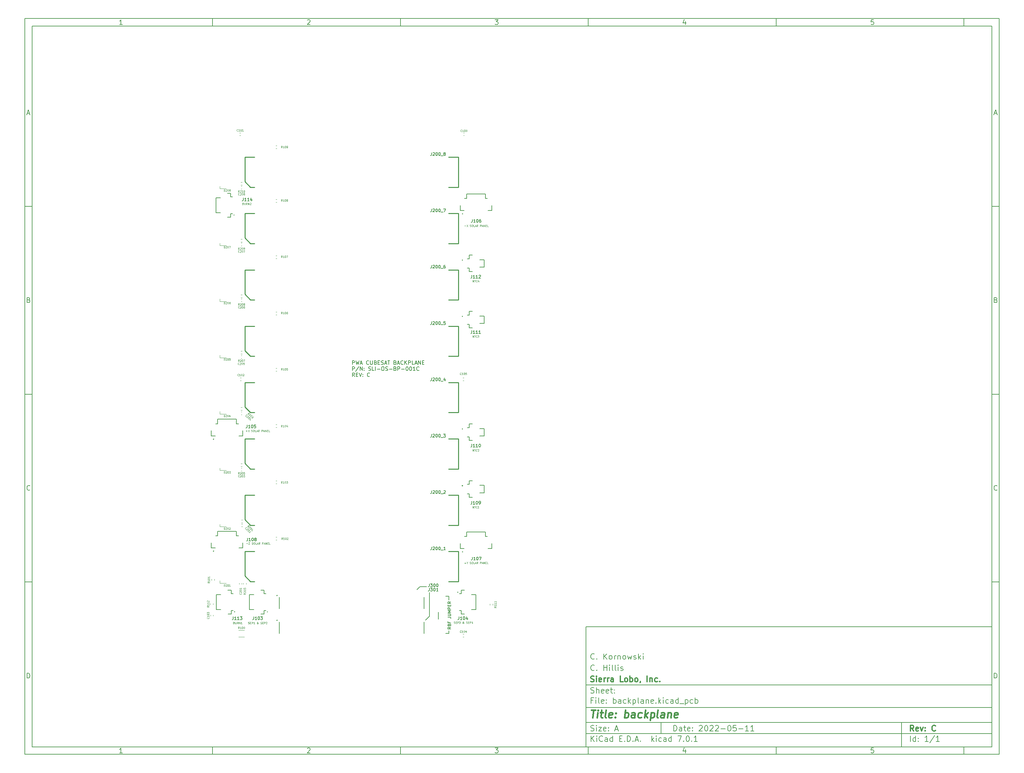
<source format=gto>
G04 #@! TF.GenerationSoftware,KiCad,Pcbnew,7.0.1*
G04 #@! TF.CreationDate,2023-06-01T09:09:46-04:00*
G04 #@! TF.ProjectId,backplane,6261636b-706c-4616-9e65-2e6b69636164,C*
G04 #@! TF.SameCoordinates,Original*
G04 #@! TF.FileFunction,Legend,Top*
G04 #@! TF.FilePolarity,Positive*
%FSLAX46Y46*%
G04 Gerber Fmt 4.6, Leading zero omitted, Abs format (unit mm)*
G04 Created by KiCad (PCBNEW 7.0.1) date 2023-06-01 09:09:46*
%MOMM*%
%LPD*%
G01*
G04 APERTURE LIST*
%ADD10C,0.100000*%
%ADD11C,0.150000*%
%ADD12C,0.300000*%
%ADD13C,0.400000*%
%ADD14C,0.200000*%
%ADD15C,0.127000*%
%ADD16C,0.120000*%
%ADD17C,0.254000*%
G04 APERTURE END LIST*
D10*
D11*
X159400000Y-171900000D02*
X267400000Y-171900000D01*
X267400000Y-203900000D01*
X159400000Y-203900000D01*
X159400000Y-171900000D01*
D10*
D11*
X10000000Y-10000000D02*
X269400000Y-10000000D01*
X269400000Y-205900000D01*
X10000000Y-205900000D01*
X10000000Y-10000000D01*
D10*
D11*
X12000000Y-12000000D02*
X267400000Y-12000000D01*
X267400000Y-203900000D01*
X12000000Y-203900000D01*
X12000000Y-12000000D01*
D10*
D11*
X60000000Y-12000000D02*
X60000000Y-10000000D01*
D10*
D11*
X110000000Y-12000000D02*
X110000000Y-10000000D01*
D10*
D11*
X160000000Y-12000000D02*
X160000000Y-10000000D01*
D10*
D11*
X210000000Y-12000000D02*
X210000000Y-10000000D01*
D10*
D11*
X260000000Y-12000000D02*
X260000000Y-10000000D01*
D10*
D11*
X35990476Y-11601404D02*
X35247619Y-11601404D01*
X35619047Y-11601404D02*
X35619047Y-10301404D01*
X35619047Y-10301404D02*
X35495238Y-10487119D01*
X35495238Y-10487119D02*
X35371428Y-10610928D01*
X35371428Y-10610928D02*
X35247619Y-10672833D01*
D10*
D11*
X85247619Y-10425214D02*
X85309523Y-10363309D01*
X85309523Y-10363309D02*
X85433333Y-10301404D01*
X85433333Y-10301404D02*
X85742857Y-10301404D01*
X85742857Y-10301404D02*
X85866666Y-10363309D01*
X85866666Y-10363309D02*
X85928571Y-10425214D01*
X85928571Y-10425214D02*
X85990476Y-10549023D01*
X85990476Y-10549023D02*
X85990476Y-10672833D01*
X85990476Y-10672833D02*
X85928571Y-10858547D01*
X85928571Y-10858547D02*
X85185714Y-11601404D01*
X85185714Y-11601404D02*
X85990476Y-11601404D01*
D10*
D11*
X135185714Y-10301404D02*
X135990476Y-10301404D01*
X135990476Y-10301404D02*
X135557142Y-10796642D01*
X135557142Y-10796642D02*
X135742857Y-10796642D01*
X135742857Y-10796642D02*
X135866666Y-10858547D01*
X135866666Y-10858547D02*
X135928571Y-10920452D01*
X135928571Y-10920452D02*
X135990476Y-11044261D01*
X135990476Y-11044261D02*
X135990476Y-11353785D01*
X135990476Y-11353785D02*
X135928571Y-11477595D01*
X135928571Y-11477595D02*
X135866666Y-11539500D01*
X135866666Y-11539500D02*
X135742857Y-11601404D01*
X135742857Y-11601404D02*
X135371428Y-11601404D01*
X135371428Y-11601404D02*
X135247619Y-11539500D01*
X135247619Y-11539500D02*
X135185714Y-11477595D01*
D10*
D11*
X185866666Y-10734738D02*
X185866666Y-11601404D01*
X185557142Y-10239500D02*
X185247619Y-11168071D01*
X185247619Y-11168071D02*
X186052380Y-11168071D01*
D10*
D11*
X235928571Y-10301404D02*
X235309523Y-10301404D01*
X235309523Y-10301404D02*
X235247619Y-10920452D01*
X235247619Y-10920452D02*
X235309523Y-10858547D01*
X235309523Y-10858547D02*
X235433333Y-10796642D01*
X235433333Y-10796642D02*
X235742857Y-10796642D01*
X235742857Y-10796642D02*
X235866666Y-10858547D01*
X235866666Y-10858547D02*
X235928571Y-10920452D01*
X235928571Y-10920452D02*
X235990476Y-11044261D01*
X235990476Y-11044261D02*
X235990476Y-11353785D01*
X235990476Y-11353785D02*
X235928571Y-11477595D01*
X235928571Y-11477595D02*
X235866666Y-11539500D01*
X235866666Y-11539500D02*
X235742857Y-11601404D01*
X235742857Y-11601404D02*
X235433333Y-11601404D01*
X235433333Y-11601404D02*
X235309523Y-11539500D01*
X235309523Y-11539500D02*
X235247619Y-11477595D01*
D10*
D11*
X60000000Y-203900000D02*
X60000000Y-205900000D01*
D10*
D11*
X110000000Y-203900000D02*
X110000000Y-205900000D01*
D10*
D11*
X160000000Y-203900000D02*
X160000000Y-205900000D01*
D10*
D11*
X210000000Y-203900000D02*
X210000000Y-205900000D01*
D10*
D11*
X260000000Y-203900000D02*
X260000000Y-205900000D01*
D10*
D11*
X35990476Y-205501404D02*
X35247619Y-205501404D01*
X35619047Y-205501404D02*
X35619047Y-204201404D01*
X35619047Y-204201404D02*
X35495238Y-204387119D01*
X35495238Y-204387119D02*
X35371428Y-204510928D01*
X35371428Y-204510928D02*
X35247619Y-204572833D01*
D10*
D11*
X85247619Y-204325214D02*
X85309523Y-204263309D01*
X85309523Y-204263309D02*
X85433333Y-204201404D01*
X85433333Y-204201404D02*
X85742857Y-204201404D01*
X85742857Y-204201404D02*
X85866666Y-204263309D01*
X85866666Y-204263309D02*
X85928571Y-204325214D01*
X85928571Y-204325214D02*
X85990476Y-204449023D01*
X85990476Y-204449023D02*
X85990476Y-204572833D01*
X85990476Y-204572833D02*
X85928571Y-204758547D01*
X85928571Y-204758547D02*
X85185714Y-205501404D01*
X85185714Y-205501404D02*
X85990476Y-205501404D01*
D10*
D11*
X135185714Y-204201404D02*
X135990476Y-204201404D01*
X135990476Y-204201404D02*
X135557142Y-204696642D01*
X135557142Y-204696642D02*
X135742857Y-204696642D01*
X135742857Y-204696642D02*
X135866666Y-204758547D01*
X135866666Y-204758547D02*
X135928571Y-204820452D01*
X135928571Y-204820452D02*
X135990476Y-204944261D01*
X135990476Y-204944261D02*
X135990476Y-205253785D01*
X135990476Y-205253785D02*
X135928571Y-205377595D01*
X135928571Y-205377595D02*
X135866666Y-205439500D01*
X135866666Y-205439500D02*
X135742857Y-205501404D01*
X135742857Y-205501404D02*
X135371428Y-205501404D01*
X135371428Y-205501404D02*
X135247619Y-205439500D01*
X135247619Y-205439500D02*
X135185714Y-205377595D01*
D10*
D11*
X185866666Y-204634738D02*
X185866666Y-205501404D01*
X185557142Y-204139500D02*
X185247619Y-205068071D01*
X185247619Y-205068071D02*
X186052380Y-205068071D01*
D10*
D11*
X235928571Y-204201404D02*
X235309523Y-204201404D01*
X235309523Y-204201404D02*
X235247619Y-204820452D01*
X235247619Y-204820452D02*
X235309523Y-204758547D01*
X235309523Y-204758547D02*
X235433333Y-204696642D01*
X235433333Y-204696642D02*
X235742857Y-204696642D01*
X235742857Y-204696642D02*
X235866666Y-204758547D01*
X235866666Y-204758547D02*
X235928571Y-204820452D01*
X235928571Y-204820452D02*
X235990476Y-204944261D01*
X235990476Y-204944261D02*
X235990476Y-205253785D01*
X235990476Y-205253785D02*
X235928571Y-205377595D01*
X235928571Y-205377595D02*
X235866666Y-205439500D01*
X235866666Y-205439500D02*
X235742857Y-205501404D01*
X235742857Y-205501404D02*
X235433333Y-205501404D01*
X235433333Y-205501404D02*
X235309523Y-205439500D01*
X235309523Y-205439500D02*
X235247619Y-205377595D01*
D10*
D11*
X10000000Y-60000000D02*
X12000000Y-60000000D01*
D10*
D11*
X10000000Y-110000000D02*
X12000000Y-110000000D01*
D10*
D11*
X10000000Y-160000000D02*
X12000000Y-160000000D01*
D10*
D11*
X10690476Y-35229976D02*
X11309523Y-35229976D01*
X10566666Y-35601404D02*
X10999999Y-34301404D01*
X10999999Y-34301404D02*
X11433333Y-35601404D01*
D10*
D11*
X11092857Y-84920452D02*
X11278571Y-84982357D01*
X11278571Y-84982357D02*
X11340476Y-85044261D01*
X11340476Y-85044261D02*
X11402380Y-85168071D01*
X11402380Y-85168071D02*
X11402380Y-85353785D01*
X11402380Y-85353785D02*
X11340476Y-85477595D01*
X11340476Y-85477595D02*
X11278571Y-85539500D01*
X11278571Y-85539500D02*
X11154761Y-85601404D01*
X11154761Y-85601404D02*
X10659523Y-85601404D01*
X10659523Y-85601404D02*
X10659523Y-84301404D01*
X10659523Y-84301404D02*
X11092857Y-84301404D01*
X11092857Y-84301404D02*
X11216666Y-84363309D01*
X11216666Y-84363309D02*
X11278571Y-84425214D01*
X11278571Y-84425214D02*
X11340476Y-84549023D01*
X11340476Y-84549023D02*
X11340476Y-84672833D01*
X11340476Y-84672833D02*
X11278571Y-84796642D01*
X11278571Y-84796642D02*
X11216666Y-84858547D01*
X11216666Y-84858547D02*
X11092857Y-84920452D01*
X11092857Y-84920452D02*
X10659523Y-84920452D01*
D10*
D11*
X11402380Y-135477595D02*
X11340476Y-135539500D01*
X11340476Y-135539500D02*
X11154761Y-135601404D01*
X11154761Y-135601404D02*
X11030952Y-135601404D01*
X11030952Y-135601404D02*
X10845238Y-135539500D01*
X10845238Y-135539500D02*
X10721428Y-135415690D01*
X10721428Y-135415690D02*
X10659523Y-135291880D01*
X10659523Y-135291880D02*
X10597619Y-135044261D01*
X10597619Y-135044261D02*
X10597619Y-134858547D01*
X10597619Y-134858547D02*
X10659523Y-134610928D01*
X10659523Y-134610928D02*
X10721428Y-134487119D01*
X10721428Y-134487119D02*
X10845238Y-134363309D01*
X10845238Y-134363309D02*
X11030952Y-134301404D01*
X11030952Y-134301404D02*
X11154761Y-134301404D01*
X11154761Y-134301404D02*
X11340476Y-134363309D01*
X11340476Y-134363309D02*
X11402380Y-134425214D01*
D10*
D11*
X10659523Y-185601404D02*
X10659523Y-184301404D01*
X10659523Y-184301404D02*
X10969047Y-184301404D01*
X10969047Y-184301404D02*
X11154761Y-184363309D01*
X11154761Y-184363309D02*
X11278571Y-184487119D01*
X11278571Y-184487119D02*
X11340476Y-184610928D01*
X11340476Y-184610928D02*
X11402380Y-184858547D01*
X11402380Y-184858547D02*
X11402380Y-185044261D01*
X11402380Y-185044261D02*
X11340476Y-185291880D01*
X11340476Y-185291880D02*
X11278571Y-185415690D01*
X11278571Y-185415690D02*
X11154761Y-185539500D01*
X11154761Y-185539500D02*
X10969047Y-185601404D01*
X10969047Y-185601404D02*
X10659523Y-185601404D01*
D10*
D11*
X269400000Y-60000000D02*
X267400000Y-60000000D01*
D10*
D11*
X269400000Y-110000000D02*
X267400000Y-110000000D01*
D10*
D11*
X269400000Y-160000000D02*
X267400000Y-160000000D01*
D10*
D11*
X268090476Y-35229976D02*
X268709523Y-35229976D01*
X267966666Y-35601404D02*
X268399999Y-34301404D01*
X268399999Y-34301404D02*
X268833333Y-35601404D01*
D10*
D11*
X268492857Y-84920452D02*
X268678571Y-84982357D01*
X268678571Y-84982357D02*
X268740476Y-85044261D01*
X268740476Y-85044261D02*
X268802380Y-85168071D01*
X268802380Y-85168071D02*
X268802380Y-85353785D01*
X268802380Y-85353785D02*
X268740476Y-85477595D01*
X268740476Y-85477595D02*
X268678571Y-85539500D01*
X268678571Y-85539500D02*
X268554761Y-85601404D01*
X268554761Y-85601404D02*
X268059523Y-85601404D01*
X268059523Y-85601404D02*
X268059523Y-84301404D01*
X268059523Y-84301404D02*
X268492857Y-84301404D01*
X268492857Y-84301404D02*
X268616666Y-84363309D01*
X268616666Y-84363309D02*
X268678571Y-84425214D01*
X268678571Y-84425214D02*
X268740476Y-84549023D01*
X268740476Y-84549023D02*
X268740476Y-84672833D01*
X268740476Y-84672833D02*
X268678571Y-84796642D01*
X268678571Y-84796642D02*
X268616666Y-84858547D01*
X268616666Y-84858547D02*
X268492857Y-84920452D01*
X268492857Y-84920452D02*
X268059523Y-84920452D01*
D10*
D11*
X268802380Y-135477595D02*
X268740476Y-135539500D01*
X268740476Y-135539500D02*
X268554761Y-135601404D01*
X268554761Y-135601404D02*
X268430952Y-135601404D01*
X268430952Y-135601404D02*
X268245238Y-135539500D01*
X268245238Y-135539500D02*
X268121428Y-135415690D01*
X268121428Y-135415690D02*
X268059523Y-135291880D01*
X268059523Y-135291880D02*
X267997619Y-135044261D01*
X267997619Y-135044261D02*
X267997619Y-134858547D01*
X267997619Y-134858547D02*
X268059523Y-134610928D01*
X268059523Y-134610928D02*
X268121428Y-134487119D01*
X268121428Y-134487119D02*
X268245238Y-134363309D01*
X268245238Y-134363309D02*
X268430952Y-134301404D01*
X268430952Y-134301404D02*
X268554761Y-134301404D01*
X268554761Y-134301404D02*
X268740476Y-134363309D01*
X268740476Y-134363309D02*
X268802380Y-134425214D01*
D10*
D11*
X268059523Y-185601404D02*
X268059523Y-184301404D01*
X268059523Y-184301404D02*
X268369047Y-184301404D01*
X268369047Y-184301404D02*
X268554761Y-184363309D01*
X268554761Y-184363309D02*
X268678571Y-184487119D01*
X268678571Y-184487119D02*
X268740476Y-184610928D01*
X268740476Y-184610928D02*
X268802380Y-184858547D01*
X268802380Y-184858547D02*
X268802380Y-185044261D01*
X268802380Y-185044261D02*
X268740476Y-185291880D01*
X268740476Y-185291880D02*
X268678571Y-185415690D01*
X268678571Y-185415690D02*
X268554761Y-185539500D01*
X268554761Y-185539500D02*
X268369047Y-185601404D01*
X268369047Y-185601404D02*
X268059523Y-185601404D01*
D10*
D11*
X182757142Y-199693928D02*
X182757142Y-198193928D01*
X182757142Y-198193928D02*
X183114285Y-198193928D01*
X183114285Y-198193928D02*
X183328571Y-198265357D01*
X183328571Y-198265357D02*
X183471428Y-198408214D01*
X183471428Y-198408214D02*
X183542857Y-198551071D01*
X183542857Y-198551071D02*
X183614285Y-198836785D01*
X183614285Y-198836785D02*
X183614285Y-199051071D01*
X183614285Y-199051071D02*
X183542857Y-199336785D01*
X183542857Y-199336785D02*
X183471428Y-199479642D01*
X183471428Y-199479642D02*
X183328571Y-199622500D01*
X183328571Y-199622500D02*
X183114285Y-199693928D01*
X183114285Y-199693928D02*
X182757142Y-199693928D01*
X184900000Y-199693928D02*
X184900000Y-198908214D01*
X184900000Y-198908214D02*
X184828571Y-198765357D01*
X184828571Y-198765357D02*
X184685714Y-198693928D01*
X184685714Y-198693928D02*
X184400000Y-198693928D01*
X184400000Y-198693928D02*
X184257142Y-198765357D01*
X184900000Y-199622500D02*
X184757142Y-199693928D01*
X184757142Y-199693928D02*
X184400000Y-199693928D01*
X184400000Y-199693928D02*
X184257142Y-199622500D01*
X184257142Y-199622500D02*
X184185714Y-199479642D01*
X184185714Y-199479642D02*
X184185714Y-199336785D01*
X184185714Y-199336785D02*
X184257142Y-199193928D01*
X184257142Y-199193928D02*
X184400000Y-199122500D01*
X184400000Y-199122500D02*
X184757142Y-199122500D01*
X184757142Y-199122500D02*
X184900000Y-199051071D01*
X185400000Y-198693928D02*
X185971428Y-198693928D01*
X185614285Y-198193928D02*
X185614285Y-199479642D01*
X185614285Y-199479642D02*
X185685714Y-199622500D01*
X185685714Y-199622500D02*
X185828571Y-199693928D01*
X185828571Y-199693928D02*
X185971428Y-199693928D01*
X187042857Y-199622500D02*
X186900000Y-199693928D01*
X186900000Y-199693928D02*
X186614286Y-199693928D01*
X186614286Y-199693928D02*
X186471428Y-199622500D01*
X186471428Y-199622500D02*
X186400000Y-199479642D01*
X186400000Y-199479642D02*
X186400000Y-198908214D01*
X186400000Y-198908214D02*
X186471428Y-198765357D01*
X186471428Y-198765357D02*
X186614286Y-198693928D01*
X186614286Y-198693928D02*
X186900000Y-198693928D01*
X186900000Y-198693928D02*
X187042857Y-198765357D01*
X187042857Y-198765357D02*
X187114286Y-198908214D01*
X187114286Y-198908214D02*
X187114286Y-199051071D01*
X187114286Y-199051071D02*
X186400000Y-199193928D01*
X187757142Y-199551071D02*
X187828571Y-199622500D01*
X187828571Y-199622500D02*
X187757142Y-199693928D01*
X187757142Y-199693928D02*
X187685714Y-199622500D01*
X187685714Y-199622500D02*
X187757142Y-199551071D01*
X187757142Y-199551071D02*
X187757142Y-199693928D01*
X187757142Y-198765357D02*
X187828571Y-198836785D01*
X187828571Y-198836785D02*
X187757142Y-198908214D01*
X187757142Y-198908214D02*
X187685714Y-198836785D01*
X187685714Y-198836785D02*
X187757142Y-198765357D01*
X187757142Y-198765357D02*
X187757142Y-198908214D01*
X189542857Y-198336785D02*
X189614285Y-198265357D01*
X189614285Y-198265357D02*
X189757143Y-198193928D01*
X189757143Y-198193928D02*
X190114285Y-198193928D01*
X190114285Y-198193928D02*
X190257143Y-198265357D01*
X190257143Y-198265357D02*
X190328571Y-198336785D01*
X190328571Y-198336785D02*
X190400000Y-198479642D01*
X190400000Y-198479642D02*
X190400000Y-198622500D01*
X190400000Y-198622500D02*
X190328571Y-198836785D01*
X190328571Y-198836785D02*
X189471428Y-199693928D01*
X189471428Y-199693928D02*
X190400000Y-199693928D01*
X191328571Y-198193928D02*
X191471428Y-198193928D01*
X191471428Y-198193928D02*
X191614285Y-198265357D01*
X191614285Y-198265357D02*
X191685714Y-198336785D01*
X191685714Y-198336785D02*
X191757142Y-198479642D01*
X191757142Y-198479642D02*
X191828571Y-198765357D01*
X191828571Y-198765357D02*
X191828571Y-199122500D01*
X191828571Y-199122500D02*
X191757142Y-199408214D01*
X191757142Y-199408214D02*
X191685714Y-199551071D01*
X191685714Y-199551071D02*
X191614285Y-199622500D01*
X191614285Y-199622500D02*
X191471428Y-199693928D01*
X191471428Y-199693928D02*
X191328571Y-199693928D01*
X191328571Y-199693928D02*
X191185714Y-199622500D01*
X191185714Y-199622500D02*
X191114285Y-199551071D01*
X191114285Y-199551071D02*
X191042856Y-199408214D01*
X191042856Y-199408214D02*
X190971428Y-199122500D01*
X190971428Y-199122500D02*
X190971428Y-198765357D01*
X190971428Y-198765357D02*
X191042856Y-198479642D01*
X191042856Y-198479642D02*
X191114285Y-198336785D01*
X191114285Y-198336785D02*
X191185714Y-198265357D01*
X191185714Y-198265357D02*
X191328571Y-198193928D01*
X192399999Y-198336785D02*
X192471427Y-198265357D01*
X192471427Y-198265357D02*
X192614285Y-198193928D01*
X192614285Y-198193928D02*
X192971427Y-198193928D01*
X192971427Y-198193928D02*
X193114285Y-198265357D01*
X193114285Y-198265357D02*
X193185713Y-198336785D01*
X193185713Y-198336785D02*
X193257142Y-198479642D01*
X193257142Y-198479642D02*
X193257142Y-198622500D01*
X193257142Y-198622500D02*
X193185713Y-198836785D01*
X193185713Y-198836785D02*
X192328570Y-199693928D01*
X192328570Y-199693928D02*
X193257142Y-199693928D01*
X193828570Y-198336785D02*
X193899998Y-198265357D01*
X193899998Y-198265357D02*
X194042856Y-198193928D01*
X194042856Y-198193928D02*
X194399998Y-198193928D01*
X194399998Y-198193928D02*
X194542856Y-198265357D01*
X194542856Y-198265357D02*
X194614284Y-198336785D01*
X194614284Y-198336785D02*
X194685713Y-198479642D01*
X194685713Y-198479642D02*
X194685713Y-198622500D01*
X194685713Y-198622500D02*
X194614284Y-198836785D01*
X194614284Y-198836785D02*
X193757141Y-199693928D01*
X193757141Y-199693928D02*
X194685713Y-199693928D01*
X195328569Y-199122500D02*
X196471427Y-199122500D01*
X197471427Y-198193928D02*
X197614284Y-198193928D01*
X197614284Y-198193928D02*
X197757141Y-198265357D01*
X197757141Y-198265357D02*
X197828570Y-198336785D01*
X197828570Y-198336785D02*
X197899998Y-198479642D01*
X197899998Y-198479642D02*
X197971427Y-198765357D01*
X197971427Y-198765357D02*
X197971427Y-199122500D01*
X197971427Y-199122500D02*
X197899998Y-199408214D01*
X197899998Y-199408214D02*
X197828570Y-199551071D01*
X197828570Y-199551071D02*
X197757141Y-199622500D01*
X197757141Y-199622500D02*
X197614284Y-199693928D01*
X197614284Y-199693928D02*
X197471427Y-199693928D01*
X197471427Y-199693928D02*
X197328570Y-199622500D01*
X197328570Y-199622500D02*
X197257141Y-199551071D01*
X197257141Y-199551071D02*
X197185712Y-199408214D01*
X197185712Y-199408214D02*
X197114284Y-199122500D01*
X197114284Y-199122500D02*
X197114284Y-198765357D01*
X197114284Y-198765357D02*
X197185712Y-198479642D01*
X197185712Y-198479642D02*
X197257141Y-198336785D01*
X197257141Y-198336785D02*
X197328570Y-198265357D01*
X197328570Y-198265357D02*
X197471427Y-198193928D01*
X199328569Y-198193928D02*
X198614283Y-198193928D01*
X198614283Y-198193928D02*
X198542855Y-198908214D01*
X198542855Y-198908214D02*
X198614283Y-198836785D01*
X198614283Y-198836785D02*
X198757141Y-198765357D01*
X198757141Y-198765357D02*
X199114283Y-198765357D01*
X199114283Y-198765357D02*
X199257141Y-198836785D01*
X199257141Y-198836785D02*
X199328569Y-198908214D01*
X199328569Y-198908214D02*
X199399998Y-199051071D01*
X199399998Y-199051071D02*
X199399998Y-199408214D01*
X199399998Y-199408214D02*
X199328569Y-199551071D01*
X199328569Y-199551071D02*
X199257141Y-199622500D01*
X199257141Y-199622500D02*
X199114283Y-199693928D01*
X199114283Y-199693928D02*
X198757141Y-199693928D01*
X198757141Y-199693928D02*
X198614283Y-199622500D01*
X198614283Y-199622500D02*
X198542855Y-199551071D01*
X200042854Y-199122500D02*
X201185712Y-199122500D01*
X202685712Y-199693928D02*
X201828569Y-199693928D01*
X202257140Y-199693928D02*
X202257140Y-198193928D01*
X202257140Y-198193928D02*
X202114283Y-198408214D01*
X202114283Y-198408214D02*
X201971426Y-198551071D01*
X201971426Y-198551071D02*
X201828569Y-198622500D01*
X204114283Y-199693928D02*
X203257140Y-199693928D01*
X203685711Y-199693928D02*
X203685711Y-198193928D01*
X203685711Y-198193928D02*
X203542854Y-198408214D01*
X203542854Y-198408214D02*
X203399997Y-198551071D01*
X203399997Y-198551071D02*
X203257140Y-198622500D01*
D10*
D11*
X159400000Y-200400000D02*
X267400000Y-200400000D01*
D10*
D11*
X160757142Y-202493928D02*
X160757142Y-200993928D01*
X161614285Y-202493928D02*
X160971428Y-201636785D01*
X161614285Y-200993928D02*
X160757142Y-201851071D01*
X162257142Y-202493928D02*
X162257142Y-201493928D01*
X162257142Y-200993928D02*
X162185714Y-201065357D01*
X162185714Y-201065357D02*
X162257142Y-201136785D01*
X162257142Y-201136785D02*
X162328571Y-201065357D01*
X162328571Y-201065357D02*
X162257142Y-200993928D01*
X162257142Y-200993928D02*
X162257142Y-201136785D01*
X163828571Y-202351071D02*
X163757143Y-202422500D01*
X163757143Y-202422500D02*
X163542857Y-202493928D01*
X163542857Y-202493928D02*
X163400000Y-202493928D01*
X163400000Y-202493928D02*
X163185714Y-202422500D01*
X163185714Y-202422500D02*
X163042857Y-202279642D01*
X163042857Y-202279642D02*
X162971428Y-202136785D01*
X162971428Y-202136785D02*
X162900000Y-201851071D01*
X162900000Y-201851071D02*
X162900000Y-201636785D01*
X162900000Y-201636785D02*
X162971428Y-201351071D01*
X162971428Y-201351071D02*
X163042857Y-201208214D01*
X163042857Y-201208214D02*
X163185714Y-201065357D01*
X163185714Y-201065357D02*
X163400000Y-200993928D01*
X163400000Y-200993928D02*
X163542857Y-200993928D01*
X163542857Y-200993928D02*
X163757143Y-201065357D01*
X163757143Y-201065357D02*
X163828571Y-201136785D01*
X165114286Y-202493928D02*
X165114286Y-201708214D01*
X165114286Y-201708214D02*
X165042857Y-201565357D01*
X165042857Y-201565357D02*
X164900000Y-201493928D01*
X164900000Y-201493928D02*
X164614286Y-201493928D01*
X164614286Y-201493928D02*
X164471428Y-201565357D01*
X165114286Y-202422500D02*
X164971428Y-202493928D01*
X164971428Y-202493928D02*
X164614286Y-202493928D01*
X164614286Y-202493928D02*
X164471428Y-202422500D01*
X164471428Y-202422500D02*
X164400000Y-202279642D01*
X164400000Y-202279642D02*
X164400000Y-202136785D01*
X164400000Y-202136785D02*
X164471428Y-201993928D01*
X164471428Y-201993928D02*
X164614286Y-201922500D01*
X164614286Y-201922500D02*
X164971428Y-201922500D01*
X164971428Y-201922500D02*
X165114286Y-201851071D01*
X166471429Y-202493928D02*
X166471429Y-200993928D01*
X166471429Y-202422500D02*
X166328571Y-202493928D01*
X166328571Y-202493928D02*
X166042857Y-202493928D01*
X166042857Y-202493928D02*
X165900000Y-202422500D01*
X165900000Y-202422500D02*
X165828571Y-202351071D01*
X165828571Y-202351071D02*
X165757143Y-202208214D01*
X165757143Y-202208214D02*
X165757143Y-201779642D01*
X165757143Y-201779642D02*
X165828571Y-201636785D01*
X165828571Y-201636785D02*
X165900000Y-201565357D01*
X165900000Y-201565357D02*
X166042857Y-201493928D01*
X166042857Y-201493928D02*
X166328571Y-201493928D01*
X166328571Y-201493928D02*
X166471429Y-201565357D01*
X168328571Y-201708214D02*
X168828571Y-201708214D01*
X169042857Y-202493928D02*
X168328571Y-202493928D01*
X168328571Y-202493928D02*
X168328571Y-200993928D01*
X168328571Y-200993928D02*
X169042857Y-200993928D01*
X169685714Y-202351071D02*
X169757143Y-202422500D01*
X169757143Y-202422500D02*
X169685714Y-202493928D01*
X169685714Y-202493928D02*
X169614286Y-202422500D01*
X169614286Y-202422500D02*
X169685714Y-202351071D01*
X169685714Y-202351071D02*
X169685714Y-202493928D01*
X170400000Y-202493928D02*
X170400000Y-200993928D01*
X170400000Y-200993928D02*
X170757143Y-200993928D01*
X170757143Y-200993928D02*
X170971429Y-201065357D01*
X170971429Y-201065357D02*
X171114286Y-201208214D01*
X171114286Y-201208214D02*
X171185715Y-201351071D01*
X171185715Y-201351071D02*
X171257143Y-201636785D01*
X171257143Y-201636785D02*
X171257143Y-201851071D01*
X171257143Y-201851071D02*
X171185715Y-202136785D01*
X171185715Y-202136785D02*
X171114286Y-202279642D01*
X171114286Y-202279642D02*
X170971429Y-202422500D01*
X170971429Y-202422500D02*
X170757143Y-202493928D01*
X170757143Y-202493928D02*
X170400000Y-202493928D01*
X171900000Y-202351071D02*
X171971429Y-202422500D01*
X171971429Y-202422500D02*
X171900000Y-202493928D01*
X171900000Y-202493928D02*
X171828572Y-202422500D01*
X171828572Y-202422500D02*
X171900000Y-202351071D01*
X171900000Y-202351071D02*
X171900000Y-202493928D01*
X172542858Y-202065357D02*
X173257144Y-202065357D01*
X172400001Y-202493928D02*
X172900001Y-200993928D01*
X172900001Y-200993928D02*
X173400001Y-202493928D01*
X173900000Y-202351071D02*
X173971429Y-202422500D01*
X173971429Y-202422500D02*
X173900000Y-202493928D01*
X173900000Y-202493928D02*
X173828572Y-202422500D01*
X173828572Y-202422500D02*
X173900000Y-202351071D01*
X173900000Y-202351071D02*
X173900000Y-202493928D01*
X176900000Y-202493928D02*
X176900000Y-200993928D01*
X177042858Y-201922500D02*
X177471429Y-202493928D01*
X177471429Y-201493928D02*
X176900000Y-202065357D01*
X178114286Y-202493928D02*
X178114286Y-201493928D01*
X178114286Y-200993928D02*
X178042858Y-201065357D01*
X178042858Y-201065357D02*
X178114286Y-201136785D01*
X178114286Y-201136785D02*
X178185715Y-201065357D01*
X178185715Y-201065357D02*
X178114286Y-200993928D01*
X178114286Y-200993928D02*
X178114286Y-201136785D01*
X179471430Y-202422500D02*
X179328572Y-202493928D01*
X179328572Y-202493928D02*
X179042858Y-202493928D01*
X179042858Y-202493928D02*
X178900001Y-202422500D01*
X178900001Y-202422500D02*
X178828572Y-202351071D01*
X178828572Y-202351071D02*
X178757144Y-202208214D01*
X178757144Y-202208214D02*
X178757144Y-201779642D01*
X178757144Y-201779642D02*
X178828572Y-201636785D01*
X178828572Y-201636785D02*
X178900001Y-201565357D01*
X178900001Y-201565357D02*
X179042858Y-201493928D01*
X179042858Y-201493928D02*
X179328572Y-201493928D01*
X179328572Y-201493928D02*
X179471430Y-201565357D01*
X180757144Y-202493928D02*
X180757144Y-201708214D01*
X180757144Y-201708214D02*
X180685715Y-201565357D01*
X180685715Y-201565357D02*
X180542858Y-201493928D01*
X180542858Y-201493928D02*
X180257144Y-201493928D01*
X180257144Y-201493928D02*
X180114286Y-201565357D01*
X180757144Y-202422500D02*
X180614286Y-202493928D01*
X180614286Y-202493928D02*
X180257144Y-202493928D01*
X180257144Y-202493928D02*
X180114286Y-202422500D01*
X180114286Y-202422500D02*
X180042858Y-202279642D01*
X180042858Y-202279642D02*
X180042858Y-202136785D01*
X180042858Y-202136785D02*
X180114286Y-201993928D01*
X180114286Y-201993928D02*
X180257144Y-201922500D01*
X180257144Y-201922500D02*
X180614286Y-201922500D01*
X180614286Y-201922500D02*
X180757144Y-201851071D01*
X182114287Y-202493928D02*
X182114287Y-200993928D01*
X182114287Y-202422500D02*
X181971429Y-202493928D01*
X181971429Y-202493928D02*
X181685715Y-202493928D01*
X181685715Y-202493928D02*
X181542858Y-202422500D01*
X181542858Y-202422500D02*
X181471429Y-202351071D01*
X181471429Y-202351071D02*
X181400001Y-202208214D01*
X181400001Y-202208214D02*
X181400001Y-201779642D01*
X181400001Y-201779642D02*
X181471429Y-201636785D01*
X181471429Y-201636785D02*
X181542858Y-201565357D01*
X181542858Y-201565357D02*
X181685715Y-201493928D01*
X181685715Y-201493928D02*
X181971429Y-201493928D01*
X181971429Y-201493928D02*
X182114287Y-201565357D01*
X183828572Y-200993928D02*
X184828572Y-200993928D01*
X184828572Y-200993928D02*
X184185715Y-202493928D01*
X185400000Y-202351071D02*
X185471429Y-202422500D01*
X185471429Y-202422500D02*
X185400000Y-202493928D01*
X185400000Y-202493928D02*
X185328572Y-202422500D01*
X185328572Y-202422500D02*
X185400000Y-202351071D01*
X185400000Y-202351071D02*
X185400000Y-202493928D01*
X186400001Y-200993928D02*
X186542858Y-200993928D01*
X186542858Y-200993928D02*
X186685715Y-201065357D01*
X186685715Y-201065357D02*
X186757144Y-201136785D01*
X186757144Y-201136785D02*
X186828572Y-201279642D01*
X186828572Y-201279642D02*
X186900001Y-201565357D01*
X186900001Y-201565357D02*
X186900001Y-201922500D01*
X186900001Y-201922500D02*
X186828572Y-202208214D01*
X186828572Y-202208214D02*
X186757144Y-202351071D01*
X186757144Y-202351071D02*
X186685715Y-202422500D01*
X186685715Y-202422500D02*
X186542858Y-202493928D01*
X186542858Y-202493928D02*
X186400001Y-202493928D01*
X186400001Y-202493928D02*
X186257144Y-202422500D01*
X186257144Y-202422500D02*
X186185715Y-202351071D01*
X186185715Y-202351071D02*
X186114286Y-202208214D01*
X186114286Y-202208214D02*
X186042858Y-201922500D01*
X186042858Y-201922500D02*
X186042858Y-201565357D01*
X186042858Y-201565357D02*
X186114286Y-201279642D01*
X186114286Y-201279642D02*
X186185715Y-201136785D01*
X186185715Y-201136785D02*
X186257144Y-201065357D01*
X186257144Y-201065357D02*
X186400001Y-200993928D01*
X187542857Y-202351071D02*
X187614286Y-202422500D01*
X187614286Y-202422500D02*
X187542857Y-202493928D01*
X187542857Y-202493928D02*
X187471429Y-202422500D01*
X187471429Y-202422500D02*
X187542857Y-202351071D01*
X187542857Y-202351071D02*
X187542857Y-202493928D01*
X189042858Y-202493928D02*
X188185715Y-202493928D01*
X188614286Y-202493928D02*
X188614286Y-200993928D01*
X188614286Y-200993928D02*
X188471429Y-201208214D01*
X188471429Y-201208214D02*
X188328572Y-201351071D01*
X188328572Y-201351071D02*
X188185715Y-201422500D01*
D10*
D11*
X159400000Y-197400000D02*
X267400000Y-197400000D01*
D10*
D12*
X246614285Y-199693928D02*
X246114285Y-198979642D01*
X245757142Y-199693928D02*
X245757142Y-198193928D01*
X245757142Y-198193928D02*
X246328571Y-198193928D01*
X246328571Y-198193928D02*
X246471428Y-198265357D01*
X246471428Y-198265357D02*
X246542857Y-198336785D01*
X246542857Y-198336785D02*
X246614285Y-198479642D01*
X246614285Y-198479642D02*
X246614285Y-198693928D01*
X246614285Y-198693928D02*
X246542857Y-198836785D01*
X246542857Y-198836785D02*
X246471428Y-198908214D01*
X246471428Y-198908214D02*
X246328571Y-198979642D01*
X246328571Y-198979642D02*
X245757142Y-198979642D01*
X247828571Y-199622500D02*
X247685714Y-199693928D01*
X247685714Y-199693928D02*
X247400000Y-199693928D01*
X247400000Y-199693928D02*
X247257142Y-199622500D01*
X247257142Y-199622500D02*
X247185714Y-199479642D01*
X247185714Y-199479642D02*
X247185714Y-198908214D01*
X247185714Y-198908214D02*
X247257142Y-198765357D01*
X247257142Y-198765357D02*
X247400000Y-198693928D01*
X247400000Y-198693928D02*
X247685714Y-198693928D01*
X247685714Y-198693928D02*
X247828571Y-198765357D01*
X247828571Y-198765357D02*
X247900000Y-198908214D01*
X247900000Y-198908214D02*
X247900000Y-199051071D01*
X247900000Y-199051071D02*
X247185714Y-199193928D01*
X248399999Y-198693928D02*
X248757142Y-199693928D01*
X248757142Y-199693928D02*
X249114285Y-198693928D01*
X249685713Y-199551071D02*
X249757142Y-199622500D01*
X249757142Y-199622500D02*
X249685713Y-199693928D01*
X249685713Y-199693928D02*
X249614285Y-199622500D01*
X249614285Y-199622500D02*
X249685713Y-199551071D01*
X249685713Y-199551071D02*
X249685713Y-199693928D01*
X249685713Y-198765357D02*
X249757142Y-198836785D01*
X249757142Y-198836785D02*
X249685713Y-198908214D01*
X249685713Y-198908214D02*
X249614285Y-198836785D01*
X249614285Y-198836785D02*
X249685713Y-198765357D01*
X249685713Y-198765357D02*
X249685713Y-198908214D01*
X252399999Y-199551071D02*
X252328571Y-199622500D01*
X252328571Y-199622500D02*
X252114285Y-199693928D01*
X252114285Y-199693928D02*
X251971428Y-199693928D01*
X251971428Y-199693928D02*
X251757142Y-199622500D01*
X251757142Y-199622500D02*
X251614285Y-199479642D01*
X251614285Y-199479642D02*
X251542856Y-199336785D01*
X251542856Y-199336785D02*
X251471428Y-199051071D01*
X251471428Y-199051071D02*
X251471428Y-198836785D01*
X251471428Y-198836785D02*
X251542856Y-198551071D01*
X251542856Y-198551071D02*
X251614285Y-198408214D01*
X251614285Y-198408214D02*
X251757142Y-198265357D01*
X251757142Y-198265357D02*
X251971428Y-198193928D01*
X251971428Y-198193928D02*
X252114285Y-198193928D01*
X252114285Y-198193928D02*
X252328571Y-198265357D01*
X252328571Y-198265357D02*
X252399999Y-198336785D01*
D10*
D11*
X160685714Y-199622500D02*
X160900000Y-199693928D01*
X160900000Y-199693928D02*
X161257142Y-199693928D01*
X161257142Y-199693928D02*
X161400000Y-199622500D01*
X161400000Y-199622500D02*
X161471428Y-199551071D01*
X161471428Y-199551071D02*
X161542857Y-199408214D01*
X161542857Y-199408214D02*
X161542857Y-199265357D01*
X161542857Y-199265357D02*
X161471428Y-199122500D01*
X161471428Y-199122500D02*
X161400000Y-199051071D01*
X161400000Y-199051071D02*
X161257142Y-198979642D01*
X161257142Y-198979642D02*
X160971428Y-198908214D01*
X160971428Y-198908214D02*
X160828571Y-198836785D01*
X160828571Y-198836785D02*
X160757142Y-198765357D01*
X160757142Y-198765357D02*
X160685714Y-198622500D01*
X160685714Y-198622500D02*
X160685714Y-198479642D01*
X160685714Y-198479642D02*
X160757142Y-198336785D01*
X160757142Y-198336785D02*
X160828571Y-198265357D01*
X160828571Y-198265357D02*
X160971428Y-198193928D01*
X160971428Y-198193928D02*
X161328571Y-198193928D01*
X161328571Y-198193928D02*
X161542857Y-198265357D01*
X162185713Y-199693928D02*
X162185713Y-198693928D01*
X162185713Y-198193928D02*
X162114285Y-198265357D01*
X162114285Y-198265357D02*
X162185713Y-198336785D01*
X162185713Y-198336785D02*
X162257142Y-198265357D01*
X162257142Y-198265357D02*
X162185713Y-198193928D01*
X162185713Y-198193928D02*
X162185713Y-198336785D01*
X162757142Y-198693928D02*
X163542857Y-198693928D01*
X163542857Y-198693928D02*
X162757142Y-199693928D01*
X162757142Y-199693928D02*
X163542857Y-199693928D01*
X164685714Y-199622500D02*
X164542857Y-199693928D01*
X164542857Y-199693928D02*
X164257143Y-199693928D01*
X164257143Y-199693928D02*
X164114285Y-199622500D01*
X164114285Y-199622500D02*
X164042857Y-199479642D01*
X164042857Y-199479642D02*
X164042857Y-198908214D01*
X164042857Y-198908214D02*
X164114285Y-198765357D01*
X164114285Y-198765357D02*
X164257143Y-198693928D01*
X164257143Y-198693928D02*
X164542857Y-198693928D01*
X164542857Y-198693928D02*
X164685714Y-198765357D01*
X164685714Y-198765357D02*
X164757143Y-198908214D01*
X164757143Y-198908214D02*
X164757143Y-199051071D01*
X164757143Y-199051071D02*
X164042857Y-199193928D01*
X165399999Y-199551071D02*
X165471428Y-199622500D01*
X165471428Y-199622500D02*
X165399999Y-199693928D01*
X165399999Y-199693928D02*
X165328571Y-199622500D01*
X165328571Y-199622500D02*
X165399999Y-199551071D01*
X165399999Y-199551071D02*
X165399999Y-199693928D01*
X165399999Y-198765357D02*
X165471428Y-198836785D01*
X165471428Y-198836785D02*
X165399999Y-198908214D01*
X165399999Y-198908214D02*
X165328571Y-198836785D01*
X165328571Y-198836785D02*
X165399999Y-198765357D01*
X165399999Y-198765357D02*
X165399999Y-198908214D01*
X167185714Y-199265357D02*
X167900000Y-199265357D01*
X167042857Y-199693928D02*
X167542857Y-198193928D01*
X167542857Y-198193928D02*
X168042857Y-199693928D01*
D10*
D11*
X245757142Y-202493928D02*
X245757142Y-200993928D01*
X247114286Y-202493928D02*
X247114286Y-200993928D01*
X247114286Y-202422500D02*
X246971428Y-202493928D01*
X246971428Y-202493928D02*
X246685714Y-202493928D01*
X246685714Y-202493928D02*
X246542857Y-202422500D01*
X246542857Y-202422500D02*
X246471428Y-202351071D01*
X246471428Y-202351071D02*
X246400000Y-202208214D01*
X246400000Y-202208214D02*
X246400000Y-201779642D01*
X246400000Y-201779642D02*
X246471428Y-201636785D01*
X246471428Y-201636785D02*
X246542857Y-201565357D01*
X246542857Y-201565357D02*
X246685714Y-201493928D01*
X246685714Y-201493928D02*
X246971428Y-201493928D01*
X246971428Y-201493928D02*
X247114286Y-201565357D01*
X247828571Y-202351071D02*
X247900000Y-202422500D01*
X247900000Y-202422500D02*
X247828571Y-202493928D01*
X247828571Y-202493928D02*
X247757143Y-202422500D01*
X247757143Y-202422500D02*
X247828571Y-202351071D01*
X247828571Y-202351071D02*
X247828571Y-202493928D01*
X247828571Y-201565357D02*
X247900000Y-201636785D01*
X247900000Y-201636785D02*
X247828571Y-201708214D01*
X247828571Y-201708214D02*
X247757143Y-201636785D01*
X247757143Y-201636785D02*
X247828571Y-201565357D01*
X247828571Y-201565357D02*
X247828571Y-201708214D01*
X250471429Y-202493928D02*
X249614286Y-202493928D01*
X250042857Y-202493928D02*
X250042857Y-200993928D01*
X250042857Y-200993928D02*
X249900000Y-201208214D01*
X249900000Y-201208214D02*
X249757143Y-201351071D01*
X249757143Y-201351071D02*
X249614286Y-201422500D01*
X252185714Y-200922500D02*
X250900000Y-202851071D01*
X253471429Y-202493928D02*
X252614286Y-202493928D01*
X253042857Y-202493928D02*
X253042857Y-200993928D01*
X253042857Y-200993928D02*
X252900000Y-201208214D01*
X252900000Y-201208214D02*
X252757143Y-201351071D01*
X252757143Y-201351071D02*
X252614286Y-201422500D01*
D10*
D11*
X159400000Y-193400000D02*
X267400000Y-193400000D01*
D10*
D13*
X160828571Y-194125238D02*
X161971428Y-194125238D01*
X161150000Y-196125238D02*
X161400000Y-194125238D01*
X162376190Y-196125238D02*
X162542857Y-194791904D01*
X162626190Y-194125238D02*
X162519047Y-194220476D01*
X162519047Y-194220476D02*
X162602381Y-194315714D01*
X162602381Y-194315714D02*
X162709524Y-194220476D01*
X162709524Y-194220476D02*
X162626190Y-194125238D01*
X162626190Y-194125238D02*
X162602381Y-194315714D01*
X163197619Y-194791904D02*
X163959523Y-194791904D01*
X163566666Y-194125238D02*
X163352381Y-195839523D01*
X163352381Y-195839523D02*
X163423809Y-196030000D01*
X163423809Y-196030000D02*
X163602381Y-196125238D01*
X163602381Y-196125238D02*
X163792857Y-196125238D01*
X164733333Y-196125238D02*
X164554761Y-196030000D01*
X164554761Y-196030000D02*
X164483333Y-195839523D01*
X164483333Y-195839523D02*
X164697618Y-194125238D01*
X166257142Y-196030000D02*
X166054761Y-196125238D01*
X166054761Y-196125238D02*
X165673808Y-196125238D01*
X165673808Y-196125238D02*
X165495237Y-196030000D01*
X165495237Y-196030000D02*
X165423808Y-195839523D01*
X165423808Y-195839523D02*
X165519047Y-195077619D01*
X165519047Y-195077619D02*
X165638094Y-194887142D01*
X165638094Y-194887142D02*
X165840475Y-194791904D01*
X165840475Y-194791904D02*
X166221427Y-194791904D01*
X166221427Y-194791904D02*
X166399999Y-194887142D01*
X166399999Y-194887142D02*
X166471427Y-195077619D01*
X166471427Y-195077619D02*
X166447618Y-195268095D01*
X166447618Y-195268095D02*
X165471427Y-195458571D01*
X167209523Y-195934761D02*
X167292856Y-196030000D01*
X167292856Y-196030000D02*
X167185713Y-196125238D01*
X167185713Y-196125238D02*
X167102380Y-196030000D01*
X167102380Y-196030000D02*
X167209523Y-195934761D01*
X167209523Y-195934761D02*
X167185713Y-196125238D01*
X167340475Y-194887142D02*
X167423808Y-194982380D01*
X167423808Y-194982380D02*
X167316666Y-195077619D01*
X167316666Y-195077619D02*
X167233332Y-194982380D01*
X167233332Y-194982380D02*
X167340475Y-194887142D01*
X167340475Y-194887142D02*
X167316666Y-195077619D01*
X169649999Y-196125238D02*
X169899999Y-194125238D01*
X169804761Y-194887142D02*
X170007142Y-194791904D01*
X170007142Y-194791904D02*
X170388094Y-194791904D01*
X170388094Y-194791904D02*
X170566666Y-194887142D01*
X170566666Y-194887142D02*
X170649999Y-194982380D01*
X170649999Y-194982380D02*
X170721428Y-195172857D01*
X170721428Y-195172857D02*
X170649999Y-195744285D01*
X170649999Y-195744285D02*
X170530952Y-195934761D01*
X170530952Y-195934761D02*
X170423809Y-196030000D01*
X170423809Y-196030000D02*
X170221428Y-196125238D01*
X170221428Y-196125238D02*
X169840475Y-196125238D01*
X169840475Y-196125238D02*
X169661904Y-196030000D01*
X172304761Y-196125238D02*
X172435713Y-195077619D01*
X172435713Y-195077619D02*
X172364285Y-194887142D01*
X172364285Y-194887142D02*
X172185713Y-194791904D01*
X172185713Y-194791904D02*
X171804761Y-194791904D01*
X171804761Y-194791904D02*
X171602380Y-194887142D01*
X172316666Y-196030000D02*
X172114285Y-196125238D01*
X172114285Y-196125238D02*
X171638094Y-196125238D01*
X171638094Y-196125238D02*
X171459523Y-196030000D01*
X171459523Y-196030000D02*
X171388094Y-195839523D01*
X171388094Y-195839523D02*
X171411904Y-195649047D01*
X171411904Y-195649047D02*
X171530952Y-195458571D01*
X171530952Y-195458571D02*
X171733333Y-195363333D01*
X171733333Y-195363333D02*
X172209523Y-195363333D01*
X172209523Y-195363333D02*
X172411904Y-195268095D01*
X174114285Y-196030000D02*
X173911904Y-196125238D01*
X173911904Y-196125238D02*
X173530952Y-196125238D01*
X173530952Y-196125238D02*
X173352380Y-196030000D01*
X173352380Y-196030000D02*
X173269047Y-195934761D01*
X173269047Y-195934761D02*
X173197618Y-195744285D01*
X173197618Y-195744285D02*
X173269047Y-195172857D01*
X173269047Y-195172857D02*
X173388094Y-194982380D01*
X173388094Y-194982380D02*
X173495237Y-194887142D01*
X173495237Y-194887142D02*
X173697618Y-194791904D01*
X173697618Y-194791904D02*
X174078571Y-194791904D01*
X174078571Y-194791904D02*
X174257142Y-194887142D01*
X174947618Y-196125238D02*
X175197618Y-194125238D01*
X175233333Y-195363333D02*
X175709523Y-196125238D01*
X175876190Y-194791904D02*
X175019047Y-195553809D01*
X176721428Y-194791904D02*
X176471428Y-196791904D01*
X176709523Y-194887142D02*
X176911904Y-194791904D01*
X176911904Y-194791904D02*
X177292856Y-194791904D01*
X177292856Y-194791904D02*
X177471428Y-194887142D01*
X177471428Y-194887142D02*
X177554761Y-194982380D01*
X177554761Y-194982380D02*
X177626190Y-195172857D01*
X177626190Y-195172857D02*
X177554761Y-195744285D01*
X177554761Y-195744285D02*
X177435714Y-195934761D01*
X177435714Y-195934761D02*
X177328571Y-196030000D01*
X177328571Y-196030000D02*
X177126190Y-196125238D01*
X177126190Y-196125238D02*
X176745237Y-196125238D01*
X176745237Y-196125238D02*
X176566666Y-196030000D01*
X178554762Y-196125238D02*
X178376190Y-196030000D01*
X178376190Y-196030000D02*
X178304762Y-195839523D01*
X178304762Y-195839523D02*
X178519047Y-194125238D01*
X180161904Y-196125238D02*
X180292856Y-195077619D01*
X180292856Y-195077619D02*
X180221428Y-194887142D01*
X180221428Y-194887142D02*
X180042856Y-194791904D01*
X180042856Y-194791904D02*
X179661904Y-194791904D01*
X179661904Y-194791904D02*
X179459523Y-194887142D01*
X180173809Y-196030000D02*
X179971428Y-196125238D01*
X179971428Y-196125238D02*
X179495237Y-196125238D01*
X179495237Y-196125238D02*
X179316666Y-196030000D01*
X179316666Y-196030000D02*
X179245237Y-195839523D01*
X179245237Y-195839523D02*
X179269047Y-195649047D01*
X179269047Y-195649047D02*
X179388095Y-195458571D01*
X179388095Y-195458571D02*
X179590476Y-195363333D01*
X179590476Y-195363333D02*
X180066666Y-195363333D01*
X180066666Y-195363333D02*
X180269047Y-195268095D01*
X181269047Y-194791904D02*
X181102380Y-196125238D01*
X181245237Y-194982380D02*
X181352380Y-194887142D01*
X181352380Y-194887142D02*
X181554761Y-194791904D01*
X181554761Y-194791904D02*
X181840475Y-194791904D01*
X181840475Y-194791904D02*
X182019047Y-194887142D01*
X182019047Y-194887142D02*
X182090475Y-195077619D01*
X182090475Y-195077619D02*
X181959523Y-196125238D01*
X183673809Y-196030000D02*
X183471428Y-196125238D01*
X183471428Y-196125238D02*
X183090475Y-196125238D01*
X183090475Y-196125238D02*
X182911904Y-196030000D01*
X182911904Y-196030000D02*
X182840475Y-195839523D01*
X182840475Y-195839523D02*
X182935714Y-195077619D01*
X182935714Y-195077619D02*
X183054761Y-194887142D01*
X183054761Y-194887142D02*
X183257142Y-194791904D01*
X183257142Y-194791904D02*
X183638094Y-194791904D01*
X183638094Y-194791904D02*
X183816666Y-194887142D01*
X183816666Y-194887142D02*
X183888094Y-195077619D01*
X183888094Y-195077619D02*
X183864285Y-195268095D01*
X183864285Y-195268095D02*
X182888094Y-195458571D01*
D10*
D11*
X161257142Y-191508214D02*
X160757142Y-191508214D01*
X160757142Y-192293928D02*
X160757142Y-190793928D01*
X160757142Y-190793928D02*
X161471428Y-190793928D01*
X162042856Y-192293928D02*
X162042856Y-191293928D01*
X162042856Y-190793928D02*
X161971428Y-190865357D01*
X161971428Y-190865357D02*
X162042856Y-190936785D01*
X162042856Y-190936785D02*
X162114285Y-190865357D01*
X162114285Y-190865357D02*
X162042856Y-190793928D01*
X162042856Y-190793928D02*
X162042856Y-190936785D01*
X162971428Y-192293928D02*
X162828571Y-192222500D01*
X162828571Y-192222500D02*
X162757142Y-192079642D01*
X162757142Y-192079642D02*
X162757142Y-190793928D01*
X164114285Y-192222500D02*
X163971428Y-192293928D01*
X163971428Y-192293928D02*
X163685714Y-192293928D01*
X163685714Y-192293928D02*
X163542856Y-192222500D01*
X163542856Y-192222500D02*
X163471428Y-192079642D01*
X163471428Y-192079642D02*
X163471428Y-191508214D01*
X163471428Y-191508214D02*
X163542856Y-191365357D01*
X163542856Y-191365357D02*
X163685714Y-191293928D01*
X163685714Y-191293928D02*
X163971428Y-191293928D01*
X163971428Y-191293928D02*
X164114285Y-191365357D01*
X164114285Y-191365357D02*
X164185714Y-191508214D01*
X164185714Y-191508214D02*
X164185714Y-191651071D01*
X164185714Y-191651071D02*
X163471428Y-191793928D01*
X164828570Y-192151071D02*
X164899999Y-192222500D01*
X164899999Y-192222500D02*
X164828570Y-192293928D01*
X164828570Y-192293928D02*
X164757142Y-192222500D01*
X164757142Y-192222500D02*
X164828570Y-192151071D01*
X164828570Y-192151071D02*
X164828570Y-192293928D01*
X164828570Y-191365357D02*
X164899999Y-191436785D01*
X164899999Y-191436785D02*
X164828570Y-191508214D01*
X164828570Y-191508214D02*
X164757142Y-191436785D01*
X164757142Y-191436785D02*
X164828570Y-191365357D01*
X164828570Y-191365357D02*
X164828570Y-191508214D01*
X166685713Y-192293928D02*
X166685713Y-190793928D01*
X166685713Y-191365357D02*
X166828571Y-191293928D01*
X166828571Y-191293928D02*
X167114285Y-191293928D01*
X167114285Y-191293928D02*
X167257142Y-191365357D01*
X167257142Y-191365357D02*
X167328571Y-191436785D01*
X167328571Y-191436785D02*
X167399999Y-191579642D01*
X167399999Y-191579642D02*
X167399999Y-192008214D01*
X167399999Y-192008214D02*
X167328571Y-192151071D01*
X167328571Y-192151071D02*
X167257142Y-192222500D01*
X167257142Y-192222500D02*
X167114285Y-192293928D01*
X167114285Y-192293928D02*
X166828571Y-192293928D01*
X166828571Y-192293928D02*
X166685713Y-192222500D01*
X168685714Y-192293928D02*
X168685714Y-191508214D01*
X168685714Y-191508214D02*
X168614285Y-191365357D01*
X168614285Y-191365357D02*
X168471428Y-191293928D01*
X168471428Y-191293928D02*
X168185714Y-191293928D01*
X168185714Y-191293928D02*
X168042856Y-191365357D01*
X168685714Y-192222500D02*
X168542856Y-192293928D01*
X168542856Y-192293928D02*
X168185714Y-192293928D01*
X168185714Y-192293928D02*
X168042856Y-192222500D01*
X168042856Y-192222500D02*
X167971428Y-192079642D01*
X167971428Y-192079642D02*
X167971428Y-191936785D01*
X167971428Y-191936785D02*
X168042856Y-191793928D01*
X168042856Y-191793928D02*
X168185714Y-191722500D01*
X168185714Y-191722500D02*
X168542856Y-191722500D01*
X168542856Y-191722500D02*
X168685714Y-191651071D01*
X170042857Y-192222500D02*
X169899999Y-192293928D01*
X169899999Y-192293928D02*
X169614285Y-192293928D01*
X169614285Y-192293928D02*
X169471428Y-192222500D01*
X169471428Y-192222500D02*
X169399999Y-192151071D01*
X169399999Y-192151071D02*
X169328571Y-192008214D01*
X169328571Y-192008214D02*
X169328571Y-191579642D01*
X169328571Y-191579642D02*
X169399999Y-191436785D01*
X169399999Y-191436785D02*
X169471428Y-191365357D01*
X169471428Y-191365357D02*
X169614285Y-191293928D01*
X169614285Y-191293928D02*
X169899999Y-191293928D01*
X169899999Y-191293928D02*
X170042857Y-191365357D01*
X170685713Y-192293928D02*
X170685713Y-190793928D01*
X170828571Y-191722500D02*
X171257142Y-192293928D01*
X171257142Y-191293928D02*
X170685713Y-191865357D01*
X171899999Y-191293928D02*
X171899999Y-192793928D01*
X171899999Y-191365357D02*
X172042857Y-191293928D01*
X172042857Y-191293928D02*
X172328571Y-191293928D01*
X172328571Y-191293928D02*
X172471428Y-191365357D01*
X172471428Y-191365357D02*
X172542857Y-191436785D01*
X172542857Y-191436785D02*
X172614285Y-191579642D01*
X172614285Y-191579642D02*
X172614285Y-192008214D01*
X172614285Y-192008214D02*
X172542857Y-192151071D01*
X172542857Y-192151071D02*
X172471428Y-192222500D01*
X172471428Y-192222500D02*
X172328571Y-192293928D01*
X172328571Y-192293928D02*
X172042857Y-192293928D01*
X172042857Y-192293928D02*
X171899999Y-192222500D01*
X173471428Y-192293928D02*
X173328571Y-192222500D01*
X173328571Y-192222500D02*
X173257142Y-192079642D01*
X173257142Y-192079642D02*
X173257142Y-190793928D01*
X174685714Y-192293928D02*
X174685714Y-191508214D01*
X174685714Y-191508214D02*
X174614285Y-191365357D01*
X174614285Y-191365357D02*
X174471428Y-191293928D01*
X174471428Y-191293928D02*
X174185714Y-191293928D01*
X174185714Y-191293928D02*
X174042856Y-191365357D01*
X174685714Y-192222500D02*
X174542856Y-192293928D01*
X174542856Y-192293928D02*
X174185714Y-192293928D01*
X174185714Y-192293928D02*
X174042856Y-192222500D01*
X174042856Y-192222500D02*
X173971428Y-192079642D01*
X173971428Y-192079642D02*
X173971428Y-191936785D01*
X173971428Y-191936785D02*
X174042856Y-191793928D01*
X174042856Y-191793928D02*
X174185714Y-191722500D01*
X174185714Y-191722500D02*
X174542856Y-191722500D01*
X174542856Y-191722500D02*
X174685714Y-191651071D01*
X175399999Y-191293928D02*
X175399999Y-192293928D01*
X175399999Y-191436785D02*
X175471428Y-191365357D01*
X175471428Y-191365357D02*
X175614285Y-191293928D01*
X175614285Y-191293928D02*
X175828571Y-191293928D01*
X175828571Y-191293928D02*
X175971428Y-191365357D01*
X175971428Y-191365357D02*
X176042857Y-191508214D01*
X176042857Y-191508214D02*
X176042857Y-192293928D01*
X177328571Y-192222500D02*
X177185714Y-192293928D01*
X177185714Y-192293928D02*
X176900000Y-192293928D01*
X176900000Y-192293928D02*
X176757142Y-192222500D01*
X176757142Y-192222500D02*
X176685714Y-192079642D01*
X176685714Y-192079642D02*
X176685714Y-191508214D01*
X176685714Y-191508214D02*
X176757142Y-191365357D01*
X176757142Y-191365357D02*
X176900000Y-191293928D01*
X176900000Y-191293928D02*
X177185714Y-191293928D01*
X177185714Y-191293928D02*
X177328571Y-191365357D01*
X177328571Y-191365357D02*
X177400000Y-191508214D01*
X177400000Y-191508214D02*
X177400000Y-191651071D01*
X177400000Y-191651071D02*
X176685714Y-191793928D01*
X178042856Y-192151071D02*
X178114285Y-192222500D01*
X178114285Y-192222500D02*
X178042856Y-192293928D01*
X178042856Y-192293928D02*
X177971428Y-192222500D01*
X177971428Y-192222500D02*
X178042856Y-192151071D01*
X178042856Y-192151071D02*
X178042856Y-192293928D01*
X178757142Y-192293928D02*
X178757142Y-190793928D01*
X178900000Y-191722500D02*
X179328571Y-192293928D01*
X179328571Y-191293928D02*
X178757142Y-191865357D01*
X179971428Y-192293928D02*
X179971428Y-191293928D01*
X179971428Y-190793928D02*
X179900000Y-190865357D01*
X179900000Y-190865357D02*
X179971428Y-190936785D01*
X179971428Y-190936785D02*
X180042857Y-190865357D01*
X180042857Y-190865357D02*
X179971428Y-190793928D01*
X179971428Y-190793928D02*
X179971428Y-190936785D01*
X181328572Y-192222500D02*
X181185714Y-192293928D01*
X181185714Y-192293928D02*
X180900000Y-192293928D01*
X180900000Y-192293928D02*
X180757143Y-192222500D01*
X180757143Y-192222500D02*
X180685714Y-192151071D01*
X180685714Y-192151071D02*
X180614286Y-192008214D01*
X180614286Y-192008214D02*
X180614286Y-191579642D01*
X180614286Y-191579642D02*
X180685714Y-191436785D01*
X180685714Y-191436785D02*
X180757143Y-191365357D01*
X180757143Y-191365357D02*
X180900000Y-191293928D01*
X180900000Y-191293928D02*
X181185714Y-191293928D01*
X181185714Y-191293928D02*
X181328572Y-191365357D01*
X182614286Y-192293928D02*
X182614286Y-191508214D01*
X182614286Y-191508214D02*
X182542857Y-191365357D01*
X182542857Y-191365357D02*
X182400000Y-191293928D01*
X182400000Y-191293928D02*
X182114286Y-191293928D01*
X182114286Y-191293928D02*
X181971428Y-191365357D01*
X182614286Y-192222500D02*
X182471428Y-192293928D01*
X182471428Y-192293928D02*
X182114286Y-192293928D01*
X182114286Y-192293928D02*
X181971428Y-192222500D01*
X181971428Y-192222500D02*
X181900000Y-192079642D01*
X181900000Y-192079642D02*
X181900000Y-191936785D01*
X181900000Y-191936785D02*
X181971428Y-191793928D01*
X181971428Y-191793928D02*
X182114286Y-191722500D01*
X182114286Y-191722500D02*
X182471428Y-191722500D01*
X182471428Y-191722500D02*
X182614286Y-191651071D01*
X183971429Y-192293928D02*
X183971429Y-190793928D01*
X183971429Y-192222500D02*
X183828571Y-192293928D01*
X183828571Y-192293928D02*
X183542857Y-192293928D01*
X183542857Y-192293928D02*
X183400000Y-192222500D01*
X183400000Y-192222500D02*
X183328571Y-192151071D01*
X183328571Y-192151071D02*
X183257143Y-192008214D01*
X183257143Y-192008214D02*
X183257143Y-191579642D01*
X183257143Y-191579642D02*
X183328571Y-191436785D01*
X183328571Y-191436785D02*
X183400000Y-191365357D01*
X183400000Y-191365357D02*
X183542857Y-191293928D01*
X183542857Y-191293928D02*
X183828571Y-191293928D01*
X183828571Y-191293928D02*
X183971429Y-191365357D01*
X184328572Y-192436785D02*
X185471429Y-192436785D01*
X185828571Y-191293928D02*
X185828571Y-192793928D01*
X185828571Y-191365357D02*
X185971429Y-191293928D01*
X185971429Y-191293928D02*
X186257143Y-191293928D01*
X186257143Y-191293928D02*
X186400000Y-191365357D01*
X186400000Y-191365357D02*
X186471429Y-191436785D01*
X186471429Y-191436785D02*
X186542857Y-191579642D01*
X186542857Y-191579642D02*
X186542857Y-192008214D01*
X186542857Y-192008214D02*
X186471429Y-192151071D01*
X186471429Y-192151071D02*
X186400000Y-192222500D01*
X186400000Y-192222500D02*
X186257143Y-192293928D01*
X186257143Y-192293928D02*
X185971429Y-192293928D01*
X185971429Y-192293928D02*
X185828571Y-192222500D01*
X187828572Y-192222500D02*
X187685714Y-192293928D01*
X187685714Y-192293928D02*
X187400000Y-192293928D01*
X187400000Y-192293928D02*
X187257143Y-192222500D01*
X187257143Y-192222500D02*
X187185714Y-192151071D01*
X187185714Y-192151071D02*
X187114286Y-192008214D01*
X187114286Y-192008214D02*
X187114286Y-191579642D01*
X187114286Y-191579642D02*
X187185714Y-191436785D01*
X187185714Y-191436785D02*
X187257143Y-191365357D01*
X187257143Y-191365357D02*
X187400000Y-191293928D01*
X187400000Y-191293928D02*
X187685714Y-191293928D01*
X187685714Y-191293928D02*
X187828572Y-191365357D01*
X188471428Y-192293928D02*
X188471428Y-190793928D01*
X188471428Y-191365357D02*
X188614286Y-191293928D01*
X188614286Y-191293928D02*
X188900000Y-191293928D01*
X188900000Y-191293928D02*
X189042857Y-191365357D01*
X189042857Y-191365357D02*
X189114286Y-191436785D01*
X189114286Y-191436785D02*
X189185714Y-191579642D01*
X189185714Y-191579642D02*
X189185714Y-192008214D01*
X189185714Y-192008214D02*
X189114286Y-192151071D01*
X189114286Y-192151071D02*
X189042857Y-192222500D01*
X189042857Y-192222500D02*
X188900000Y-192293928D01*
X188900000Y-192293928D02*
X188614286Y-192293928D01*
X188614286Y-192293928D02*
X188471428Y-192222500D01*
D10*
D11*
X159400000Y-187400000D02*
X267400000Y-187400000D01*
D10*
D11*
X160685714Y-189522500D02*
X160900000Y-189593928D01*
X160900000Y-189593928D02*
X161257142Y-189593928D01*
X161257142Y-189593928D02*
X161400000Y-189522500D01*
X161400000Y-189522500D02*
X161471428Y-189451071D01*
X161471428Y-189451071D02*
X161542857Y-189308214D01*
X161542857Y-189308214D02*
X161542857Y-189165357D01*
X161542857Y-189165357D02*
X161471428Y-189022500D01*
X161471428Y-189022500D02*
X161400000Y-188951071D01*
X161400000Y-188951071D02*
X161257142Y-188879642D01*
X161257142Y-188879642D02*
X160971428Y-188808214D01*
X160971428Y-188808214D02*
X160828571Y-188736785D01*
X160828571Y-188736785D02*
X160757142Y-188665357D01*
X160757142Y-188665357D02*
X160685714Y-188522500D01*
X160685714Y-188522500D02*
X160685714Y-188379642D01*
X160685714Y-188379642D02*
X160757142Y-188236785D01*
X160757142Y-188236785D02*
X160828571Y-188165357D01*
X160828571Y-188165357D02*
X160971428Y-188093928D01*
X160971428Y-188093928D02*
X161328571Y-188093928D01*
X161328571Y-188093928D02*
X161542857Y-188165357D01*
X162185713Y-189593928D02*
X162185713Y-188093928D01*
X162828571Y-189593928D02*
X162828571Y-188808214D01*
X162828571Y-188808214D02*
X162757142Y-188665357D01*
X162757142Y-188665357D02*
X162614285Y-188593928D01*
X162614285Y-188593928D02*
X162399999Y-188593928D01*
X162399999Y-188593928D02*
X162257142Y-188665357D01*
X162257142Y-188665357D02*
X162185713Y-188736785D01*
X164114285Y-189522500D02*
X163971428Y-189593928D01*
X163971428Y-189593928D02*
X163685714Y-189593928D01*
X163685714Y-189593928D02*
X163542856Y-189522500D01*
X163542856Y-189522500D02*
X163471428Y-189379642D01*
X163471428Y-189379642D02*
X163471428Y-188808214D01*
X163471428Y-188808214D02*
X163542856Y-188665357D01*
X163542856Y-188665357D02*
X163685714Y-188593928D01*
X163685714Y-188593928D02*
X163971428Y-188593928D01*
X163971428Y-188593928D02*
X164114285Y-188665357D01*
X164114285Y-188665357D02*
X164185714Y-188808214D01*
X164185714Y-188808214D02*
X164185714Y-188951071D01*
X164185714Y-188951071D02*
X163471428Y-189093928D01*
X165399999Y-189522500D02*
X165257142Y-189593928D01*
X165257142Y-189593928D02*
X164971428Y-189593928D01*
X164971428Y-189593928D02*
X164828570Y-189522500D01*
X164828570Y-189522500D02*
X164757142Y-189379642D01*
X164757142Y-189379642D02*
X164757142Y-188808214D01*
X164757142Y-188808214D02*
X164828570Y-188665357D01*
X164828570Y-188665357D02*
X164971428Y-188593928D01*
X164971428Y-188593928D02*
X165257142Y-188593928D01*
X165257142Y-188593928D02*
X165399999Y-188665357D01*
X165399999Y-188665357D02*
X165471428Y-188808214D01*
X165471428Y-188808214D02*
X165471428Y-188951071D01*
X165471428Y-188951071D02*
X164757142Y-189093928D01*
X165899999Y-188593928D02*
X166471427Y-188593928D01*
X166114284Y-188093928D02*
X166114284Y-189379642D01*
X166114284Y-189379642D02*
X166185713Y-189522500D01*
X166185713Y-189522500D02*
X166328570Y-189593928D01*
X166328570Y-189593928D02*
X166471427Y-189593928D01*
X166971427Y-189451071D02*
X167042856Y-189522500D01*
X167042856Y-189522500D02*
X166971427Y-189593928D01*
X166971427Y-189593928D02*
X166899999Y-189522500D01*
X166899999Y-189522500D02*
X166971427Y-189451071D01*
X166971427Y-189451071D02*
X166971427Y-189593928D01*
X166971427Y-188665357D02*
X167042856Y-188736785D01*
X167042856Y-188736785D02*
X166971427Y-188808214D01*
X166971427Y-188808214D02*
X166899999Y-188736785D01*
X166899999Y-188736785D02*
X166971427Y-188665357D01*
X166971427Y-188665357D02*
X166971427Y-188808214D01*
D10*
D12*
X160685714Y-186522500D02*
X160900000Y-186593928D01*
X160900000Y-186593928D02*
X161257142Y-186593928D01*
X161257142Y-186593928D02*
X161400000Y-186522500D01*
X161400000Y-186522500D02*
X161471428Y-186451071D01*
X161471428Y-186451071D02*
X161542857Y-186308214D01*
X161542857Y-186308214D02*
X161542857Y-186165357D01*
X161542857Y-186165357D02*
X161471428Y-186022500D01*
X161471428Y-186022500D02*
X161400000Y-185951071D01*
X161400000Y-185951071D02*
X161257142Y-185879642D01*
X161257142Y-185879642D02*
X160971428Y-185808214D01*
X160971428Y-185808214D02*
X160828571Y-185736785D01*
X160828571Y-185736785D02*
X160757142Y-185665357D01*
X160757142Y-185665357D02*
X160685714Y-185522500D01*
X160685714Y-185522500D02*
X160685714Y-185379642D01*
X160685714Y-185379642D02*
X160757142Y-185236785D01*
X160757142Y-185236785D02*
X160828571Y-185165357D01*
X160828571Y-185165357D02*
X160971428Y-185093928D01*
X160971428Y-185093928D02*
X161328571Y-185093928D01*
X161328571Y-185093928D02*
X161542857Y-185165357D01*
X162185713Y-186593928D02*
X162185713Y-185593928D01*
X162185713Y-185093928D02*
X162114285Y-185165357D01*
X162114285Y-185165357D02*
X162185713Y-185236785D01*
X162185713Y-185236785D02*
X162257142Y-185165357D01*
X162257142Y-185165357D02*
X162185713Y-185093928D01*
X162185713Y-185093928D02*
X162185713Y-185236785D01*
X163471428Y-186522500D02*
X163328571Y-186593928D01*
X163328571Y-186593928D02*
X163042857Y-186593928D01*
X163042857Y-186593928D02*
X162899999Y-186522500D01*
X162899999Y-186522500D02*
X162828571Y-186379642D01*
X162828571Y-186379642D02*
X162828571Y-185808214D01*
X162828571Y-185808214D02*
X162899999Y-185665357D01*
X162899999Y-185665357D02*
X163042857Y-185593928D01*
X163042857Y-185593928D02*
X163328571Y-185593928D01*
X163328571Y-185593928D02*
X163471428Y-185665357D01*
X163471428Y-185665357D02*
X163542857Y-185808214D01*
X163542857Y-185808214D02*
X163542857Y-185951071D01*
X163542857Y-185951071D02*
X162828571Y-186093928D01*
X164185713Y-186593928D02*
X164185713Y-185593928D01*
X164185713Y-185879642D02*
X164257142Y-185736785D01*
X164257142Y-185736785D02*
X164328571Y-185665357D01*
X164328571Y-185665357D02*
X164471428Y-185593928D01*
X164471428Y-185593928D02*
X164614285Y-185593928D01*
X165114284Y-186593928D02*
X165114284Y-185593928D01*
X165114284Y-185879642D02*
X165185713Y-185736785D01*
X165185713Y-185736785D02*
X165257142Y-185665357D01*
X165257142Y-185665357D02*
X165399999Y-185593928D01*
X165399999Y-185593928D02*
X165542856Y-185593928D01*
X166685713Y-186593928D02*
X166685713Y-185808214D01*
X166685713Y-185808214D02*
X166614284Y-185665357D01*
X166614284Y-185665357D02*
X166471427Y-185593928D01*
X166471427Y-185593928D02*
X166185713Y-185593928D01*
X166185713Y-185593928D02*
X166042855Y-185665357D01*
X166685713Y-186522500D02*
X166542855Y-186593928D01*
X166542855Y-186593928D02*
X166185713Y-186593928D01*
X166185713Y-186593928D02*
X166042855Y-186522500D01*
X166042855Y-186522500D02*
X165971427Y-186379642D01*
X165971427Y-186379642D02*
X165971427Y-186236785D01*
X165971427Y-186236785D02*
X166042855Y-186093928D01*
X166042855Y-186093928D02*
X166185713Y-186022500D01*
X166185713Y-186022500D02*
X166542855Y-186022500D01*
X166542855Y-186022500D02*
X166685713Y-185951071D01*
X169257141Y-186593928D02*
X168542855Y-186593928D01*
X168542855Y-186593928D02*
X168542855Y-185093928D01*
X169971427Y-186593928D02*
X169828570Y-186522500D01*
X169828570Y-186522500D02*
X169757141Y-186451071D01*
X169757141Y-186451071D02*
X169685713Y-186308214D01*
X169685713Y-186308214D02*
X169685713Y-185879642D01*
X169685713Y-185879642D02*
X169757141Y-185736785D01*
X169757141Y-185736785D02*
X169828570Y-185665357D01*
X169828570Y-185665357D02*
X169971427Y-185593928D01*
X169971427Y-185593928D02*
X170185713Y-185593928D01*
X170185713Y-185593928D02*
X170328570Y-185665357D01*
X170328570Y-185665357D02*
X170399999Y-185736785D01*
X170399999Y-185736785D02*
X170471427Y-185879642D01*
X170471427Y-185879642D02*
X170471427Y-186308214D01*
X170471427Y-186308214D02*
X170399999Y-186451071D01*
X170399999Y-186451071D02*
X170328570Y-186522500D01*
X170328570Y-186522500D02*
X170185713Y-186593928D01*
X170185713Y-186593928D02*
X169971427Y-186593928D01*
X171114284Y-186593928D02*
X171114284Y-185093928D01*
X171114284Y-185665357D02*
X171257142Y-185593928D01*
X171257142Y-185593928D02*
X171542856Y-185593928D01*
X171542856Y-185593928D02*
X171685713Y-185665357D01*
X171685713Y-185665357D02*
X171757142Y-185736785D01*
X171757142Y-185736785D02*
X171828570Y-185879642D01*
X171828570Y-185879642D02*
X171828570Y-186308214D01*
X171828570Y-186308214D02*
X171757142Y-186451071D01*
X171757142Y-186451071D02*
X171685713Y-186522500D01*
X171685713Y-186522500D02*
X171542856Y-186593928D01*
X171542856Y-186593928D02*
X171257142Y-186593928D01*
X171257142Y-186593928D02*
X171114284Y-186522500D01*
X172685713Y-186593928D02*
X172542856Y-186522500D01*
X172542856Y-186522500D02*
X172471427Y-186451071D01*
X172471427Y-186451071D02*
X172399999Y-186308214D01*
X172399999Y-186308214D02*
X172399999Y-185879642D01*
X172399999Y-185879642D02*
X172471427Y-185736785D01*
X172471427Y-185736785D02*
X172542856Y-185665357D01*
X172542856Y-185665357D02*
X172685713Y-185593928D01*
X172685713Y-185593928D02*
X172899999Y-185593928D01*
X172899999Y-185593928D02*
X173042856Y-185665357D01*
X173042856Y-185665357D02*
X173114285Y-185736785D01*
X173114285Y-185736785D02*
X173185713Y-185879642D01*
X173185713Y-185879642D02*
X173185713Y-186308214D01*
X173185713Y-186308214D02*
X173114285Y-186451071D01*
X173114285Y-186451071D02*
X173042856Y-186522500D01*
X173042856Y-186522500D02*
X172899999Y-186593928D01*
X172899999Y-186593928D02*
X172685713Y-186593928D01*
X173899999Y-186522500D02*
X173899999Y-186593928D01*
X173899999Y-186593928D02*
X173828570Y-186736785D01*
X173828570Y-186736785D02*
X173757142Y-186808214D01*
X175685713Y-186593928D02*
X175685713Y-185093928D01*
X176399999Y-185593928D02*
X176399999Y-186593928D01*
X176399999Y-185736785D02*
X176471428Y-185665357D01*
X176471428Y-185665357D02*
X176614285Y-185593928D01*
X176614285Y-185593928D02*
X176828571Y-185593928D01*
X176828571Y-185593928D02*
X176971428Y-185665357D01*
X176971428Y-185665357D02*
X177042857Y-185808214D01*
X177042857Y-185808214D02*
X177042857Y-186593928D01*
X178400000Y-186522500D02*
X178257142Y-186593928D01*
X178257142Y-186593928D02*
X177971428Y-186593928D01*
X177971428Y-186593928D02*
X177828571Y-186522500D01*
X177828571Y-186522500D02*
X177757142Y-186451071D01*
X177757142Y-186451071D02*
X177685714Y-186308214D01*
X177685714Y-186308214D02*
X177685714Y-185879642D01*
X177685714Y-185879642D02*
X177757142Y-185736785D01*
X177757142Y-185736785D02*
X177828571Y-185665357D01*
X177828571Y-185665357D02*
X177971428Y-185593928D01*
X177971428Y-185593928D02*
X178257142Y-185593928D01*
X178257142Y-185593928D02*
X178400000Y-185665357D01*
X179042856Y-186451071D02*
X179114285Y-186522500D01*
X179114285Y-186522500D02*
X179042856Y-186593928D01*
X179042856Y-186593928D02*
X178971428Y-186522500D01*
X178971428Y-186522500D02*
X179042856Y-186451071D01*
X179042856Y-186451071D02*
X179042856Y-186593928D01*
D10*
D11*
X161614285Y-183451071D02*
X161542857Y-183522500D01*
X161542857Y-183522500D02*
X161328571Y-183593928D01*
X161328571Y-183593928D02*
X161185714Y-183593928D01*
X161185714Y-183593928D02*
X160971428Y-183522500D01*
X160971428Y-183522500D02*
X160828571Y-183379642D01*
X160828571Y-183379642D02*
X160757142Y-183236785D01*
X160757142Y-183236785D02*
X160685714Y-182951071D01*
X160685714Y-182951071D02*
X160685714Y-182736785D01*
X160685714Y-182736785D02*
X160757142Y-182451071D01*
X160757142Y-182451071D02*
X160828571Y-182308214D01*
X160828571Y-182308214D02*
X160971428Y-182165357D01*
X160971428Y-182165357D02*
X161185714Y-182093928D01*
X161185714Y-182093928D02*
X161328571Y-182093928D01*
X161328571Y-182093928D02*
X161542857Y-182165357D01*
X161542857Y-182165357D02*
X161614285Y-182236785D01*
X162257142Y-183451071D02*
X162328571Y-183522500D01*
X162328571Y-183522500D02*
X162257142Y-183593928D01*
X162257142Y-183593928D02*
X162185714Y-183522500D01*
X162185714Y-183522500D02*
X162257142Y-183451071D01*
X162257142Y-183451071D02*
X162257142Y-183593928D01*
X164114285Y-183593928D02*
X164114285Y-182093928D01*
X164114285Y-182808214D02*
X164971428Y-182808214D01*
X164971428Y-183593928D02*
X164971428Y-182093928D01*
X165685714Y-183593928D02*
X165685714Y-182593928D01*
X165685714Y-182093928D02*
X165614286Y-182165357D01*
X165614286Y-182165357D02*
X165685714Y-182236785D01*
X165685714Y-182236785D02*
X165757143Y-182165357D01*
X165757143Y-182165357D02*
X165685714Y-182093928D01*
X165685714Y-182093928D02*
X165685714Y-182236785D01*
X166614286Y-183593928D02*
X166471429Y-183522500D01*
X166471429Y-183522500D02*
X166400000Y-183379642D01*
X166400000Y-183379642D02*
X166400000Y-182093928D01*
X167400000Y-183593928D02*
X167257143Y-183522500D01*
X167257143Y-183522500D02*
X167185714Y-183379642D01*
X167185714Y-183379642D02*
X167185714Y-182093928D01*
X167971428Y-183593928D02*
X167971428Y-182593928D01*
X167971428Y-182093928D02*
X167900000Y-182165357D01*
X167900000Y-182165357D02*
X167971428Y-182236785D01*
X167971428Y-182236785D02*
X168042857Y-182165357D01*
X168042857Y-182165357D02*
X167971428Y-182093928D01*
X167971428Y-182093928D02*
X167971428Y-182236785D01*
X168614286Y-183522500D02*
X168757143Y-183593928D01*
X168757143Y-183593928D02*
X169042857Y-183593928D01*
X169042857Y-183593928D02*
X169185714Y-183522500D01*
X169185714Y-183522500D02*
X169257143Y-183379642D01*
X169257143Y-183379642D02*
X169257143Y-183308214D01*
X169257143Y-183308214D02*
X169185714Y-183165357D01*
X169185714Y-183165357D02*
X169042857Y-183093928D01*
X169042857Y-183093928D02*
X168828572Y-183093928D01*
X168828572Y-183093928D02*
X168685714Y-183022500D01*
X168685714Y-183022500D02*
X168614286Y-182879642D01*
X168614286Y-182879642D02*
X168614286Y-182808214D01*
X168614286Y-182808214D02*
X168685714Y-182665357D01*
X168685714Y-182665357D02*
X168828572Y-182593928D01*
X168828572Y-182593928D02*
X169042857Y-182593928D01*
X169042857Y-182593928D02*
X169185714Y-182665357D01*
D10*
D11*
X161614285Y-180451071D02*
X161542857Y-180522500D01*
X161542857Y-180522500D02*
X161328571Y-180593928D01*
X161328571Y-180593928D02*
X161185714Y-180593928D01*
X161185714Y-180593928D02*
X160971428Y-180522500D01*
X160971428Y-180522500D02*
X160828571Y-180379642D01*
X160828571Y-180379642D02*
X160757142Y-180236785D01*
X160757142Y-180236785D02*
X160685714Y-179951071D01*
X160685714Y-179951071D02*
X160685714Y-179736785D01*
X160685714Y-179736785D02*
X160757142Y-179451071D01*
X160757142Y-179451071D02*
X160828571Y-179308214D01*
X160828571Y-179308214D02*
X160971428Y-179165357D01*
X160971428Y-179165357D02*
X161185714Y-179093928D01*
X161185714Y-179093928D02*
X161328571Y-179093928D01*
X161328571Y-179093928D02*
X161542857Y-179165357D01*
X161542857Y-179165357D02*
X161614285Y-179236785D01*
X162257142Y-180451071D02*
X162328571Y-180522500D01*
X162328571Y-180522500D02*
X162257142Y-180593928D01*
X162257142Y-180593928D02*
X162185714Y-180522500D01*
X162185714Y-180522500D02*
X162257142Y-180451071D01*
X162257142Y-180451071D02*
X162257142Y-180593928D01*
X164114285Y-180593928D02*
X164114285Y-179093928D01*
X164971428Y-180593928D02*
X164328571Y-179736785D01*
X164971428Y-179093928D02*
X164114285Y-179951071D01*
X165828571Y-180593928D02*
X165685714Y-180522500D01*
X165685714Y-180522500D02*
X165614285Y-180451071D01*
X165614285Y-180451071D02*
X165542857Y-180308214D01*
X165542857Y-180308214D02*
X165542857Y-179879642D01*
X165542857Y-179879642D02*
X165614285Y-179736785D01*
X165614285Y-179736785D02*
X165685714Y-179665357D01*
X165685714Y-179665357D02*
X165828571Y-179593928D01*
X165828571Y-179593928D02*
X166042857Y-179593928D01*
X166042857Y-179593928D02*
X166185714Y-179665357D01*
X166185714Y-179665357D02*
X166257143Y-179736785D01*
X166257143Y-179736785D02*
X166328571Y-179879642D01*
X166328571Y-179879642D02*
X166328571Y-180308214D01*
X166328571Y-180308214D02*
X166257143Y-180451071D01*
X166257143Y-180451071D02*
X166185714Y-180522500D01*
X166185714Y-180522500D02*
X166042857Y-180593928D01*
X166042857Y-180593928D02*
X165828571Y-180593928D01*
X166971428Y-180593928D02*
X166971428Y-179593928D01*
X166971428Y-179879642D02*
X167042857Y-179736785D01*
X167042857Y-179736785D02*
X167114286Y-179665357D01*
X167114286Y-179665357D02*
X167257143Y-179593928D01*
X167257143Y-179593928D02*
X167400000Y-179593928D01*
X167899999Y-179593928D02*
X167899999Y-180593928D01*
X167899999Y-179736785D02*
X167971428Y-179665357D01*
X167971428Y-179665357D02*
X168114285Y-179593928D01*
X168114285Y-179593928D02*
X168328571Y-179593928D01*
X168328571Y-179593928D02*
X168471428Y-179665357D01*
X168471428Y-179665357D02*
X168542857Y-179808214D01*
X168542857Y-179808214D02*
X168542857Y-180593928D01*
X169471428Y-180593928D02*
X169328571Y-180522500D01*
X169328571Y-180522500D02*
X169257142Y-180451071D01*
X169257142Y-180451071D02*
X169185714Y-180308214D01*
X169185714Y-180308214D02*
X169185714Y-179879642D01*
X169185714Y-179879642D02*
X169257142Y-179736785D01*
X169257142Y-179736785D02*
X169328571Y-179665357D01*
X169328571Y-179665357D02*
X169471428Y-179593928D01*
X169471428Y-179593928D02*
X169685714Y-179593928D01*
X169685714Y-179593928D02*
X169828571Y-179665357D01*
X169828571Y-179665357D02*
X169900000Y-179736785D01*
X169900000Y-179736785D02*
X169971428Y-179879642D01*
X169971428Y-179879642D02*
X169971428Y-180308214D01*
X169971428Y-180308214D02*
X169900000Y-180451071D01*
X169900000Y-180451071D02*
X169828571Y-180522500D01*
X169828571Y-180522500D02*
X169685714Y-180593928D01*
X169685714Y-180593928D02*
X169471428Y-180593928D01*
X170471428Y-179593928D02*
X170757143Y-180593928D01*
X170757143Y-180593928D02*
X171042857Y-179879642D01*
X171042857Y-179879642D02*
X171328571Y-180593928D01*
X171328571Y-180593928D02*
X171614285Y-179593928D01*
X172114286Y-180522500D02*
X172257143Y-180593928D01*
X172257143Y-180593928D02*
X172542857Y-180593928D01*
X172542857Y-180593928D02*
X172685714Y-180522500D01*
X172685714Y-180522500D02*
X172757143Y-180379642D01*
X172757143Y-180379642D02*
X172757143Y-180308214D01*
X172757143Y-180308214D02*
X172685714Y-180165357D01*
X172685714Y-180165357D02*
X172542857Y-180093928D01*
X172542857Y-180093928D02*
X172328572Y-180093928D01*
X172328572Y-180093928D02*
X172185714Y-180022500D01*
X172185714Y-180022500D02*
X172114286Y-179879642D01*
X172114286Y-179879642D02*
X172114286Y-179808214D01*
X172114286Y-179808214D02*
X172185714Y-179665357D01*
X172185714Y-179665357D02*
X172328572Y-179593928D01*
X172328572Y-179593928D02*
X172542857Y-179593928D01*
X172542857Y-179593928D02*
X172685714Y-179665357D01*
X173400000Y-180593928D02*
X173400000Y-179093928D01*
X173542858Y-180022500D02*
X173971429Y-180593928D01*
X173971429Y-179593928D02*
X173400000Y-180165357D01*
X174614286Y-180593928D02*
X174614286Y-179593928D01*
X174614286Y-179093928D02*
X174542858Y-179165357D01*
X174542858Y-179165357D02*
X174614286Y-179236785D01*
X174614286Y-179236785D02*
X174685715Y-179165357D01*
X174685715Y-179165357D02*
X174614286Y-179093928D01*
X174614286Y-179093928D02*
X174614286Y-179236785D01*
D10*
D11*
D10*
D11*
D10*
D11*
X179400000Y-197400000D02*
X179400000Y-200400000D01*
D10*
D11*
X243400000Y-197400000D02*
X243400000Y-203900000D01*
D14*
X117701000Y-169169000D02*
X116685000Y-170185000D01*
X116939000Y-161295000D02*
X115161000Y-161295000D01*
X122936000Y-163830000D02*
X122047000Y-163830000D01*
X122936000Y-172974000D02*
X122936000Y-173736000D01*
X120142000Y-168021000D02*
X120142000Y-169926000D01*
X122936000Y-173736000D02*
X122047000Y-173736000D01*
X122936000Y-164846000D02*
X122936000Y-163830000D01*
X117701000Y-162814000D02*
X117701000Y-169169000D01*
X115161000Y-161295000D02*
X114399000Y-162057000D01*
D10*
X69005048Y-149773833D02*
X69386001Y-149773833D01*
X69576477Y-149464309D02*
X69909810Y-149464309D01*
X69909810Y-149464309D02*
X69576477Y-149964309D01*
X69576477Y-149964309D02*
X69909810Y-149964309D01*
X70457429Y-149940500D02*
X70528857Y-149964309D01*
X70528857Y-149964309D02*
X70647905Y-149964309D01*
X70647905Y-149964309D02*
X70695524Y-149940500D01*
X70695524Y-149940500D02*
X70719333Y-149916690D01*
X70719333Y-149916690D02*
X70743143Y-149869071D01*
X70743143Y-149869071D02*
X70743143Y-149821452D01*
X70743143Y-149821452D02*
X70719333Y-149773833D01*
X70719333Y-149773833D02*
X70695524Y-149750023D01*
X70695524Y-149750023D02*
X70647905Y-149726214D01*
X70647905Y-149726214D02*
X70552667Y-149702404D01*
X70552667Y-149702404D02*
X70505048Y-149678595D01*
X70505048Y-149678595D02*
X70481238Y-149654785D01*
X70481238Y-149654785D02*
X70457429Y-149607166D01*
X70457429Y-149607166D02*
X70457429Y-149559547D01*
X70457429Y-149559547D02*
X70481238Y-149511928D01*
X70481238Y-149511928D02*
X70505048Y-149488119D01*
X70505048Y-149488119D02*
X70552667Y-149464309D01*
X70552667Y-149464309D02*
X70671714Y-149464309D01*
X70671714Y-149464309D02*
X70743143Y-149488119D01*
X71052666Y-149464309D02*
X71147904Y-149464309D01*
X71147904Y-149464309D02*
X71195523Y-149488119D01*
X71195523Y-149488119D02*
X71243142Y-149535738D01*
X71243142Y-149535738D02*
X71266952Y-149630976D01*
X71266952Y-149630976D02*
X71266952Y-149797642D01*
X71266952Y-149797642D02*
X71243142Y-149892880D01*
X71243142Y-149892880D02*
X71195523Y-149940500D01*
X71195523Y-149940500D02*
X71147904Y-149964309D01*
X71147904Y-149964309D02*
X71052666Y-149964309D01*
X71052666Y-149964309D02*
X71005047Y-149940500D01*
X71005047Y-149940500D02*
X70957428Y-149892880D01*
X70957428Y-149892880D02*
X70933619Y-149797642D01*
X70933619Y-149797642D02*
X70933619Y-149630976D01*
X70933619Y-149630976D02*
X70957428Y-149535738D01*
X70957428Y-149535738D02*
X71005047Y-149488119D01*
X71005047Y-149488119D02*
X71052666Y-149464309D01*
X71719333Y-149964309D02*
X71481238Y-149964309D01*
X71481238Y-149964309D02*
X71481238Y-149464309D01*
X71862191Y-149821452D02*
X72100286Y-149821452D01*
X71814572Y-149964309D02*
X71981238Y-149464309D01*
X71981238Y-149464309D02*
X72147905Y-149964309D01*
X72600285Y-149964309D02*
X72433619Y-149726214D01*
X72314571Y-149964309D02*
X72314571Y-149464309D01*
X72314571Y-149464309D02*
X72505047Y-149464309D01*
X72505047Y-149464309D02*
X72552666Y-149488119D01*
X72552666Y-149488119D02*
X72576476Y-149511928D01*
X72576476Y-149511928D02*
X72600285Y-149559547D01*
X72600285Y-149559547D02*
X72600285Y-149630976D01*
X72600285Y-149630976D02*
X72576476Y-149678595D01*
X72576476Y-149678595D02*
X72552666Y-149702404D01*
X72552666Y-149702404D02*
X72505047Y-149726214D01*
X72505047Y-149726214D02*
X72314571Y-149726214D01*
X73195523Y-149964309D02*
X73195523Y-149464309D01*
X73195523Y-149464309D02*
X73385999Y-149464309D01*
X73385999Y-149464309D02*
X73433618Y-149488119D01*
X73433618Y-149488119D02*
X73457428Y-149511928D01*
X73457428Y-149511928D02*
X73481237Y-149559547D01*
X73481237Y-149559547D02*
X73481237Y-149630976D01*
X73481237Y-149630976D02*
X73457428Y-149678595D01*
X73457428Y-149678595D02*
X73433618Y-149702404D01*
X73433618Y-149702404D02*
X73385999Y-149726214D01*
X73385999Y-149726214D02*
X73195523Y-149726214D01*
X73671714Y-149821452D02*
X73909809Y-149821452D01*
X73624095Y-149964309D02*
X73790761Y-149464309D01*
X73790761Y-149464309D02*
X73957428Y-149964309D01*
X74124094Y-149964309D02*
X74124094Y-149464309D01*
X74124094Y-149464309D02*
X74409808Y-149964309D01*
X74409808Y-149964309D02*
X74409808Y-149464309D01*
X74647904Y-149702404D02*
X74814571Y-149702404D01*
X74885999Y-149964309D02*
X74647904Y-149964309D01*
X74647904Y-149964309D02*
X74647904Y-149464309D01*
X74647904Y-149464309D02*
X74885999Y-149464309D01*
X75338380Y-149964309D02*
X75100285Y-149964309D01*
X75100285Y-149964309D02*
X75100285Y-149464309D01*
X129226571Y-125199309D02*
X129226571Y-124699309D01*
X129226571Y-124699309D02*
X129512285Y-125199309D01*
X129512285Y-125199309D02*
X129512285Y-124699309D01*
X129678953Y-124699309D02*
X129964667Y-124699309D01*
X129821810Y-125199309D02*
X129821810Y-124699309D01*
X130417047Y-125151690D02*
X130393238Y-125175500D01*
X130393238Y-125175500D02*
X130321809Y-125199309D01*
X130321809Y-125199309D02*
X130274190Y-125199309D01*
X130274190Y-125199309D02*
X130202762Y-125175500D01*
X130202762Y-125175500D02*
X130155143Y-125127880D01*
X130155143Y-125127880D02*
X130131333Y-125080261D01*
X130131333Y-125080261D02*
X130107524Y-124985023D01*
X130107524Y-124985023D02*
X130107524Y-124913595D01*
X130107524Y-124913595D02*
X130131333Y-124818357D01*
X130131333Y-124818357D02*
X130155143Y-124770738D01*
X130155143Y-124770738D02*
X130202762Y-124723119D01*
X130202762Y-124723119D02*
X130274190Y-124699309D01*
X130274190Y-124699309D02*
X130321809Y-124699309D01*
X130321809Y-124699309D02*
X130393238Y-124723119D01*
X130393238Y-124723119D02*
X130417047Y-124746928D01*
X130607524Y-124746928D02*
X130631333Y-124723119D01*
X130631333Y-124723119D02*
X130678952Y-124699309D01*
X130678952Y-124699309D02*
X130798000Y-124699309D01*
X130798000Y-124699309D02*
X130845619Y-124723119D01*
X130845619Y-124723119D02*
X130869428Y-124746928D01*
X130869428Y-124746928D02*
X130893238Y-124794547D01*
X130893238Y-124794547D02*
X130893238Y-124842166D01*
X130893238Y-124842166D02*
X130869428Y-124913595D01*
X130869428Y-124913595D02*
X130583714Y-125199309D01*
X130583714Y-125199309D02*
X130893238Y-125199309D01*
X127067857Y-154980833D02*
X127448810Y-154980833D01*
X127258333Y-155171309D02*
X127258333Y-154790357D01*
X127782143Y-154933214D02*
X127782143Y-155171309D01*
X127615477Y-154671309D02*
X127782143Y-154933214D01*
X127782143Y-154933214D02*
X127948810Y-154671309D01*
X128472619Y-155147500D02*
X128544047Y-155171309D01*
X128544047Y-155171309D02*
X128663095Y-155171309D01*
X128663095Y-155171309D02*
X128710714Y-155147500D01*
X128710714Y-155147500D02*
X128734523Y-155123690D01*
X128734523Y-155123690D02*
X128758333Y-155076071D01*
X128758333Y-155076071D02*
X128758333Y-155028452D01*
X128758333Y-155028452D02*
X128734523Y-154980833D01*
X128734523Y-154980833D02*
X128710714Y-154957023D01*
X128710714Y-154957023D02*
X128663095Y-154933214D01*
X128663095Y-154933214D02*
X128567857Y-154909404D01*
X128567857Y-154909404D02*
X128520238Y-154885595D01*
X128520238Y-154885595D02*
X128496428Y-154861785D01*
X128496428Y-154861785D02*
X128472619Y-154814166D01*
X128472619Y-154814166D02*
X128472619Y-154766547D01*
X128472619Y-154766547D02*
X128496428Y-154718928D01*
X128496428Y-154718928D02*
X128520238Y-154695119D01*
X128520238Y-154695119D02*
X128567857Y-154671309D01*
X128567857Y-154671309D02*
X128686904Y-154671309D01*
X128686904Y-154671309D02*
X128758333Y-154695119D01*
X129067856Y-154671309D02*
X129163094Y-154671309D01*
X129163094Y-154671309D02*
X129210713Y-154695119D01*
X129210713Y-154695119D02*
X129258332Y-154742738D01*
X129258332Y-154742738D02*
X129282142Y-154837976D01*
X129282142Y-154837976D02*
X129282142Y-155004642D01*
X129282142Y-155004642D02*
X129258332Y-155099880D01*
X129258332Y-155099880D02*
X129210713Y-155147500D01*
X129210713Y-155147500D02*
X129163094Y-155171309D01*
X129163094Y-155171309D02*
X129067856Y-155171309D01*
X129067856Y-155171309D02*
X129020237Y-155147500D01*
X129020237Y-155147500D02*
X128972618Y-155099880D01*
X128972618Y-155099880D02*
X128948809Y-155004642D01*
X128948809Y-155004642D02*
X128948809Y-154837976D01*
X128948809Y-154837976D02*
X128972618Y-154742738D01*
X128972618Y-154742738D02*
X129020237Y-154695119D01*
X129020237Y-154695119D02*
X129067856Y-154671309D01*
X129734523Y-155171309D02*
X129496428Y-155171309D01*
X129496428Y-155171309D02*
X129496428Y-154671309D01*
X129877381Y-155028452D02*
X130115476Y-155028452D01*
X129829762Y-155171309D02*
X129996428Y-154671309D01*
X129996428Y-154671309D02*
X130163095Y-155171309D01*
X130615475Y-155171309D02*
X130448809Y-154933214D01*
X130329761Y-155171309D02*
X130329761Y-154671309D01*
X130329761Y-154671309D02*
X130520237Y-154671309D01*
X130520237Y-154671309D02*
X130567856Y-154695119D01*
X130567856Y-154695119D02*
X130591666Y-154718928D01*
X130591666Y-154718928D02*
X130615475Y-154766547D01*
X130615475Y-154766547D02*
X130615475Y-154837976D01*
X130615475Y-154837976D02*
X130591666Y-154885595D01*
X130591666Y-154885595D02*
X130567856Y-154909404D01*
X130567856Y-154909404D02*
X130520237Y-154933214D01*
X130520237Y-154933214D02*
X130329761Y-154933214D01*
X131210713Y-155171309D02*
X131210713Y-154671309D01*
X131210713Y-154671309D02*
X131401189Y-154671309D01*
X131401189Y-154671309D02*
X131448808Y-154695119D01*
X131448808Y-154695119D02*
X131472618Y-154718928D01*
X131472618Y-154718928D02*
X131496427Y-154766547D01*
X131496427Y-154766547D02*
X131496427Y-154837976D01*
X131496427Y-154837976D02*
X131472618Y-154885595D01*
X131472618Y-154885595D02*
X131448808Y-154909404D01*
X131448808Y-154909404D02*
X131401189Y-154933214D01*
X131401189Y-154933214D02*
X131210713Y-154933214D01*
X131686904Y-155028452D02*
X131924999Y-155028452D01*
X131639285Y-155171309D02*
X131805951Y-154671309D01*
X131805951Y-154671309D02*
X131972618Y-155171309D01*
X132139284Y-155171309D02*
X132139284Y-154671309D01*
X132139284Y-154671309D02*
X132424998Y-155171309D01*
X132424998Y-155171309D02*
X132424998Y-154671309D01*
X132663094Y-154909404D02*
X132829761Y-154909404D01*
X132901189Y-155171309D02*
X132663094Y-155171309D01*
X132663094Y-155171309D02*
X132663094Y-154671309D01*
X132663094Y-154671309D02*
X132901189Y-154671309D01*
X133353570Y-155171309D02*
X133115475Y-155171309D01*
X133115475Y-155171309D02*
X133115475Y-154671309D01*
X127044048Y-65191833D02*
X127425001Y-65191833D01*
X127615477Y-64882309D02*
X127948810Y-65382309D01*
X127948810Y-64882309D02*
X127615477Y-65382309D01*
X128496429Y-65358500D02*
X128567857Y-65382309D01*
X128567857Y-65382309D02*
X128686905Y-65382309D01*
X128686905Y-65382309D02*
X128734524Y-65358500D01*
X128734524Y-65358500D02*
X128758333Y-65334690D01*
X128758333Y-65334690D02*
X128782143Y-65287071D01*
X128782143Y-65287071D02*
X128782143Y-65239452D01*
X128782143Y-65239452D02*
X128758333Y-65191833D01*
X128758333Y-65191833D02*
X128734524Y-65168023D01*
X128734524Y-65168023D02*
X128686905Y-65144214D01*
X128686905Y-65144214D02*
X128591667Y-65120404D01*
X128591667Y-65120404D02*
X128544048Y-65096595D01*
X128544048Y-65096595D02*
X128520238Y-65072785D01*
X128520238Y-65072785D02*
X128496429Y-65025166D01*
X128496429Y-65025166D02*
X128496429Y-64977547D01*
X128496429Y-64977547D02*
X128520238Y-64929928D01*
X128520238Y-64929928D02*
X128544048Y-64906119D01*
X128544048Y-64906119D02*
X128591667Y-64882309D01*
X128591667Y-64882309D02*
X128710714Y-64882309D01*
X128710714Y-64882309D02*
X128782143Y-64906119D01*
X129091666Y-64882309D02*
X129186904Y-64882309D01*
X129186904Y-64882309D02*
X129234523Y-64906119D01*
X129234523Y-64906119D02*
X129282142Y-64953738D01*
X129282142Y-64953738D02*
X129305952Y-65048976D01*
X129305952Y-65048976D02*
X129305952Y-65215642D01*
X129305952Y-65215642D02*
X129282142Y-65310880D01*
X129282142Y-65310880D02*
X129234523Y-65358500D01*
X129234523Y-65358500D02*
X129186904Y-65382309D01*
X129186904Y-65382309D02*
X129091666Y-65382309D01*
X129091666Y-65382309D02*
X129044047Y-65358500D01*
X129044047Y-65358500D02*
X128996428Y-65310880D01*
X128996428Y-65310880D02*
X128972619Y-65215642D01*
X128972619Y-65215642D02*
X128972619Y-65048976D01*
X128972619Y-65048976D02*
X128996428Y-64953738D01*
X128996428Y-64953738D02*
X129044047Y-64906119D01*
X129044047Y-64906119D02*
X129091666Y-64882309D01*
X129758333Y-65382309D02*
X129520238Y-65382309D01*
X129520238Y-65382309D02*
X129520238Y-64882309D01*
X129901191Y-65239452D02*
X130139286Y-65239452D01*
X129853572Y-65382309D02*
X130020238Y-64882309D01*
X130020238Y-64882309D02*
X130186905Y-65382309D01*
X130639285Y-65382309D02*
X130472619Y-65144214D01*
X130353571Y-65382309D02*
X130353571Y-64882309D01*
X130353571Y-64882309D02*
X130544047Y-64882309D01*
X130544047Y-64882309D02*
X130591666Y-64906119D01*
X130591666Y-64906119D02*
X130615476Y-64929928D01*
X130615476Y-64929928D02*
X130639285Y-64977547D01*
X130639285Y-64977547D02*
X130639285Y-65048976D01*
X130639285Y-65048976D02*
X130615476Y-65096595D01*
X130615476Y-65096595D02*
X130591666Y-65120404D01*
X130591666Y-65120404D02*
X130544047Y-65144214D01*
X130544047Y-65144214D02*
X130353571Y-65144214D01*
X131234523Y-65382309D02*
X131234523Y-64882309D01*
X131234523Y-64882309D02*
X131424999Y-64882309D01*
X131424999Y-64882309D02*
X131472618Y-64906119D01*
X131472618Y-64906119D02*
X131496428Y-64929928D01*
X131496428Y-64929928D02*
X131520237Y-64977547D01*
X131520237Y-64977547D02*
X131520237Y-65048976D01*
X131520237Y-65048976D02*
X131496428Y-65096595D01*
X131496428Y-65096595D02*
X131472618Y-65120404D01*
X131472618Y-65120404D02*
X131424999Y-65144214D01*
X131424999Y-65144214D02*
X131234523Y-65144214D01*
X131710714Y-65239452D02*
X131948809Y-65239452D01*
X131663095Y-65382309D02*
X131829761Y-64882309D01*
X131829761Y-64882309D02*
X131996428Y-65382309D01*
X132163094Y-65382309D02*
X132163094Y-64882309D01*
X132163094Y-64882309D02*
X132448808Y-65382309D01*
X132448808Y-65382309D02*
X132448808Y-64882309D01*
X132686904Y-65120404D02*
X132853571Y-65120404D01*
X132924999Y-65382309D02*
X132686904Y-65382309D01*
X132686904Y-65382309D02*
X132686904Y-64882309D01*
X132686904Y-64882309D02*
X132924999Y-64882309D01*
X133377380Y-65382309D02*
X133139285Y-65382309D01*
X133139285Y-65382309D02*
X133139285Y-64882309D01*
X65698809Y-170911404D02*
X65770237Y-170935214D01*
X65770237Y-170935214D02*
X65794047Y-170959023D01*
X65794047Y-170959023D02*
X65817856Y-171006642D01*
X65817856Y-171006642D02*
X65817856Y-171078071D01*
X65817856Y-171078071D02*
X65794047Y-171125690D01*
X65794047Y-171125690D02*
X65770237Y-171149500D01*
X65770237Y-171149500D02*
X65722618Y-171173309D01*
X65722618Y-171173309D02*
X65532142Y-171173309D01*
X65532142Y-171173309D02*
X65532142Y-170673309D01*
X65532142Y-170673309D02*
X65698809Y-170673309D01*
X65698809Y-170673309D02*
X65746428Y-170697119D01*
X65746428Y-170697119D02*
X65770237Y-170720928D01*
X65770237Y-170720928D02*
X65794047Y-170768547D01*
X65794047Y-170768547D02*
X65794047Y-170816166D01*
X65794047Y-170816166D02*
X65770237Y-170863785D01*
X65770237Y-170863785D02*
X65746428Y-170887595D01*
X65746428Y-170887595D02*
X65698809Y-170911404D01*
X65698809Y-170911404D02*
X65532142Y-170911404D01*
X66032142Y-170673309D02*
X66032142Y-171078071D01*
X66032142Y-171078071D02*
X66055952Y-171125690D01*
X66055952Y-171125690D02*
X66079761Y-171149500D01*
X66079761Y-171149500D02*
X66127380Y-171173309D01*
X66127380Y-171173309D02*
X66222618Y-171173309D01*
X66222618Y-171173309D02*
X66270237Y-171149500D01*
X66270237Y-171149500D02*
X66294047Y-171125690D01*
X66294047Y-171125690D02*
X66317856Y-171078071D01*
X66317856Y-171078071D02*
X66317856Y-170673309D01*
X66841666Y-171173309D02*
X66675000Y-170935214D01*
X66555952Y-171173309D02*
X66555952Y-170673309D01*
X66555952Y-170673309D02*
X66746428Y-170673309D01*
X66746428Y-170673309D02*
X66794047Y-170697119D01*
X66794047Y-170697119D02*
X66817857Y-170720928D01*
X66817857Y-170720928D02*
X66841666Y-170768547D01*
X66841666Y-170768547D02*
X66841666Y-170839976D01*
X66841666Y-170839976D02*
X66817857Y-170887595D01*
X66817857Y-170887595D02*
X66794047Y-170911404D01*
X66794047Y-170911404D02*
X66746428Y-170935214D01*
X66746428Y-170935214D02*
X66555952Y-170935214D01*
X67055952Y-171173309D02*
X67055952Y-170673309D01*
X67055952Y-170673309D02*
X67341666Y-171173309D01*
X67341666Y-171173309D02*
X67341666Y-170673309D01*
X67841667Y-171173309D02*
X67555953Y-171173309D01*
X67698810Y-171173309D02*
X67698810Y-170673309D01*
X67698810Y-170673309D02*
X67651191Y-170744738D01*
X67651191Y-170744738D02*
X67603572Y-170792357D01*
X67603572Y-170792357D02*
X67555953Y-170816166D01*
X68111809Y-59278404D02*
X68183237Y-59302214D01*
X68183237Y-59302214D02*
X68207047Y-59326023D01*
X68207047Y-59326023D02*
X68230856Y-59373642D01*
X68230856Y-59373642D02*
X68230856Y-59445071D01*
X68230856Y-59445071D02*
X68207047Y-59492690D01*
X68207047Y-59492690D02*
X68183237Y-59516500D01*
X68183237Y-59516500D02*
X68135618Y-59540309D01*
X68135618Y-59540309D02*
X67945142Y-59540309D01*
X67945142Y-59540309D02*
X67945142Y-59040309D01*
X67945142Y-59040309D02*
X68111809Y-59040309D01*
X68111809Y-59040309D02*
X68159428Y-59064119D01*
X68159428Y-59064119D02*
X68183237Y-59087928D01*
X68183237Y-59087928D02*
X68207047Y-59135547D01*
X68207047Y-59135547D02*
X68207047Y-59183166D01*
X68207047Y-59183166D02*
X68183237Y-59230785D01*
X68183237Y-59230785D02*
X68159428Y-59254595D01*
X68159428Y-59254595D02*
X68111809Y-59278404D01*
X68111809Y-59278404D02*
X67945142Y-59278404D01*
X68445142Y-59040309D02*
X68445142Y-59445071D01*
X68445142Y-59445071D02*
X68468952Y-59492690D01*
X68468952Y-59492690D02*
X68492761Y-59516500D01*
X68492761Y-59516500D02*
X68540380Y-59540309D01*
X68540380Y-59540309D02*
X68635618Y-59540309D01*
X68635618Y-59540309D02*
X68683237Y-59516500D01*
X68683237Y-59516500D02*
X68707047Y-59492690D01*
X68707047Y-59492690D02*
X68730856Y-59445071D01*
X68730856Y-59445071D02*
X68730856Y-59040309D01*
X69254666Y-59540309D02*
X69088000Y-59302214D01*
X68968952Y-59540309D02*
X68968952Y-59040309D01*
X68968952Y-59040309D02*
X69159428Y-59040309D01*
X69159428Y-59040309D02*
X69207047Y-59064119D01*
X69207047Y-59064119D02*
X69230857Y-59087928D01*
X69230857Y-59087928D02*
X69254666Y-59135547D01*
X69254666Y-59135547D02*
X69254666Y-59206976D01*
X69254666Y-59206976D02*
X69230857Y-59254595D01*
X69230857Y-59254595D02*
X69207047Y-59278404D01*
X69207047Y-59278404D02*
X69159428Y-59302214D01*
X69159428Y-59302214D02*
X68968952Y-59302214D01*
X69468952Y-59540309D02*
X69468952Y-59040309D01*
X69468952Y-59040309D02*
X69754666Y-59540309D01*
X69754666Y-59540309D02*
X69754666Y-59040309D01*
X69968953Y-59087928D02*
X69992762Y-59064119D01*
X69992762Y-59064119D02*
X70040381Y-59040309D01*
X70040381Y-59040309D02*
X70159429Y-59040309D01*
X70159429Y-59040309D02*
X70207048Y-59064119D01*
X70207048Y-59064119D02*
X70230857Y-59087928D01*
X70230857Y-59087928D02*
X70254667Y-59135547D01*
X70254667Y-59135547D02*
X70254667Y-59183166D01*
X70254667Y-59183166D02*
X70230857Y-59254595D01*
X70230857Y-59254595D02*
X69945143Y-59540309D01*
X69945143Y-59540309D02*
X70254667Y-59540309D01*
X129226571Y-140312309D02*
X129226571Y-139812309D01*
X129226571Y-139812309D02*
X129512285Y-140312309D01*
X129512285Y-140312309D02*
X129512285Y-139812309D01*
X129678953Y-139812309D02*
X129964667Y-139812309D01*
X129821810Y-140312309D02*
X129821810Y-139812309D01*
X130417047Y-140264690D02*
X130393238Y-140288500D01*
X130393238Y-140288500D02*
X130321809Y-140312309D01*
X130321809Y-140312309D02*
X130274190Y-140312309D01*
X130274190Y-140312309D02*
X130202762Y-140288500D01*
X130202762Y-140288500D02*
X130155143Y-140240880D01*
X130155143Y-140240880D02*
X130131333Y-140193261D01*
X130131333Y-140193261D02*
X130107524Y-140098023D01*
X130107524Y-140098023D02*
X130107524Y-140026595D01*
X130107524Y-140026595D02*
X130131333Y-139931357D01*
X130131333Y-139931357D02*
X130155143Y-139883738D01*
X130155143Y-139883738D02*
X130202762Y-139836119D01*
X130202762Y-139836119D02*
X130274190Y-139812309D01*
X130274190Y-139812309D02*
X130321809Y-139812309D01*
X130321809Y-139812309D02*
X130393238Y-139836119D01*
X130393238Y-139836119D02*
X130417047Y-139859928D01*
X130893238Y-140312309D02*
X130607524Y-140312309D01*
X130750381Y-140312309D02*
X130750381Y-139812309D01*
X130750381Y-139812309D02*
X130702762Y-139883738D01*
X130702762Y-139883738D02*
X130655143Y-139931357D01*
X130655143Y-139931357D02*
X130607524Y-139955166D01*
X69509001Y-171149500D02*
X69580429Y-171173309D01*
X69580429Y-171173309D02*
X69699477Y-171173309D01*
X69699477Y-171173309D02*
X69747096Y-171149500D01*
X69747096Y-171149500D02*
X69770905Y-171125690D01*
X69770905Y-171125690D02*
X69794715Y-171078071D01*
X69794715Y-171078071D02*
X69794715Y-171030452D01*
X69794715Y-171030452D02*
X69770905Y-170982833D01*
X69770905Y-170982833D02*
X69747096Y-170959023D01*
X69747096Y-170959023D02*
X69699477Y-170935214D01*
X69699477Y-170935214D02*
X69604239Y-170911404D01*
X69604239Y-170911404D02*
X69556620Y-170887595D01*
X69556620Y-170887595D02*
X69532810Y-170863785D01*
X69532810Y-170863785D02*
X69509001Y-170816166D01*
X69509001Y-170816166D02*
X69509001Y-170768547D01*
X69509001Y-170768547D02*
X69532810Y-170720928D01*
X69532810Y-170720928D02*
X69556620Y-170697119D01*
X69556620Y-170697119D02*
X69604239Y-170673309D01*
X69604239Y-170673309D02*
X69723286Y-170673309D01*
X69723286Y-170673309D02*
X69794715Y-170697119D01*
X70009000Y-170911404D02*
X70175667Y-170911404D01*
X70247095Y-171173309D02*
X70009000Y-171173309D01*
X70009000Y-171173309D02*
X70009000Y-170673309D01*
X70009000Y-170673309D02*
X70247095Y-170673309D01*
X70461381Y-171173309D02*
X70461381Y-170673309D01*
X70461381Y-170673309D02*
X70651857Y-170673309D01*
X70651857Y-170673309D02*
X70699476Y-170697119D01*
X70699476Y-170697119D02*
X70723286Y-170720928D01*
X70723286Y-170720928D02*
X70747095Y-170768547D01*
X70747095Y-170768547D02*
X70747095Y-170839976D01*
X70747095Y-170839976D02*
X70723286Y-170887595D01*
X70723286Y-170887595D02*
X70699476Y-170911404D01*
X70699476Y-170911404D02*
X70651857Y-170935214D01*
X70651857Y-170935214D02*
X70461381Y-170935214D01*
X71223286Y-171173309D02*
X70937572Y-171173309D01*
X71080429Y-171173309D02*
X71080429Y-170673309D01*
X71080429Y-170673309D02*
X71032810Y-170744738D01*
X71032810Y-170744738D02*
X70985191Y-170792357D01*
X70985191Y-170792357D02*
X70937572Y-170816166D01*
X72223285Y-171173309D02*
X72199476Y-171173309D01*
X72199476Y-171173309D02*
X72151856Y-171149500D01*
X72151856Y-171149500D02*
X72080428Y-171078071D01*
X72080428Y-171078071D02*
X71961380Y-170935214D01*
X71961380Y-170935214D02*
X71913761Y-170863785D01*
X71913761Y-170863785D02*
X71889952Y-170792357D01*
X71889952Y-170792357D02*
X71889952Y-170744738D01*
X71889952Y-170744738D02*
X71913761Y-170697119D01*
X71913761Y-170697119D02*
X71961380Y-170673309D01*
X71961380Y-170673309D02*
X71985190Y-170673309D01*
X71985190Y-170673309D02*
X72032809Y-170697119D01*
X72032809Y-170697119D02*
X72056618Y-170744738D01*
X72056618Y-170744738D02*
X72056618Y-170768547D01*
X72056618Y-170768547D02*
X72032809Y-170816166D01*
X72032809Y-170816166D02*
X72008999Y-170839976D01*
X72008999Y-170839976D02*
X71866142Y-170935214D01*
X71866142Y-170935214D02*
X71842333Y-170959023D01*
X71842333Y-170959023D02*
X71818523Y-171006642D01*
X71818523Y-171006642D02*
X71818523Y-171078071D01*
X71818523Y-171078071D02*
X71842333Y-171125690D01*
X71842333Y-171125690D02*
X71866142Y-171149500D01*
X71866142Y-171149500D02*
X71913761Y-171173309D01*
X71913761Y-171173309D02*
X71985190Y-171173309D01*
X71985190Y-171173309D02*
X72032809Y-171149500D01*
X72032809Y-171149500D02*
X72056618Y-171125690D01*
X72056618Y-171125690D02*
X72128047Y-171030452D01*
X72128047Y-171030452D02*
X72151856Y-170959023D01*
X72151856Y-170959023D02*
X72151856Y-170911404D01*
X72794714Y-171149500D02*
X72866142Y-171173309D01*
X72866142Y-171173309D02*
X72985190Y-171173309D01*
X72985190Y-171173309D02*
X73032809Y-171149500D01*
X73032809Y-171149500D02*
X73056618Y-171125690D01*
X73056618Y-171125690D02*
X73080428Y-171078071D01*
X73080428Y-171078071D02*
X73080428Y-171030452D01*
X73080428Y-171030452D02*
X73056618Y-170982833D01*
X73056618Y-170982833D02*
X73032809Y-170959023D01*
X73032809Y-170959023D02*
X72985190Y-170935214D01*
X72985190Y-170935214D02*
X72889952Y-170911404D01*
X72889952Y-170911404D02*
X72842333Y-170887595D01*
X72842333Y-170887595D02*
X72818523Y-170863785D01*
X72818523Y-170863785D02*
X72794714Y-170816166D01*
X72794714Y-170816166D02*
X72794714Y-170768547D01*
X72794714Y-170768547D02*
X72818523Y-170720928D01*
X72818523Y-170720928D02*
X72842333Y-170697119D01*
X72842333Y-170697119D02*
X72889952Y-170673309D01*
X72889952Y-170673309D02*
X73008999Y-170673309D01*
X73008999Y-170673309D02*
X73080428Y-170697119D01*
X73294713Y-170911404D02*
X73461380Y-170911404D01*
X73532808Y-171173309D02*
X73294713Y-171173309D01*
X73294713Y-171173309D02*
X73294713Y-170673309D01*
X73294713Y-170673309D02*
X73532808Y-170673309D01*
X73747094Y-171173309D02*
X73747094Y-170673309D01*
X73747094Y-170673309D02*
X73937570Y-170673309D01*
X73937570Y-170673309D02*
X73985189Y-170697119D01*
X73985189Y-170697119D02*
X74008999Y-170720928D01*
X74008999Y-170720928D02*
X74032808Y-170768547D01*
X74032808Y-170768547D02*
X74032808Y-170839976D01*
X74032808Y-170839976D02*
X74008999Y-170887595D01*
X74008999Y-170887595D02*
X73985189Y-170911404D01*
X73985189Y-170911404D02*
X73937570Y-170935214D01*
X73937570Y-170935214D02*
X73747094Y-170935214D01*
X74223285Y-170720928D02*
X74247094Y-170697119D01*
X74247094Y-170697119D02*
X74294713Y-170673309D01*
X74294713Y-170673309D02*
X74413761Y-170673309D01*
X74413761Y-170673309D02*
X74461380Y-170697119D01*
X74461380Y-170697119D02*
X74485189Y-170720928D01*
X74485189Y-170720928D02*
X74508999Y-170768547D01*
X74508999Y-170768547D02*
X74508999Y-170816166D01*
X74508999Y-170816166D02*
X74485189Y-170887595D01*
X74485189Y-170887595D02*
X74199475Y-171173309D01*
X74199475Y-171173309D02*
X74508999Y-171173309D01*
D14*
X97238095Y-102088619D02*
X97238095Y-101088619D01*
X97238095Y-101088619D02*
X97619047Y-101088619D01*
X97619047Y-101088619D02*
X97714285Y-101136238D01*
X97714285Y-101136238D02*
X97761904Y-101183857D01*
X97761904Y-101183857D02*
X97809523Y-101279095D01*
X97809523Y-101279095D02*
X97809523Y-101421952D01*
X97809523Y-101421952D02*
X97761904Y-101517190D01*
X97761904Y-101517190D02*
X97714285Y-101564809D01*
X97714285Y-101564809D02*
X97619047Y-101612428D01*
X97619047Y-101612428D02*
X97238095Y-101612428D01*
X98142857Y-101088619D02*
X98380952Y-102088619D01*
X98380952Y-102088619D02*
X98571428Y-101374333D01*
X98571428Y-101374333D02*
X98761904Y-102088619D01*
X98761904Y-102088619D02*
X99000000Y-101088619D01*
X99333333Y-101802904D02*
X99809523Y-101802904D01*
X99238095Y-102088619D02*
X99571428Y-101088619D01*
X99571428Y-101088619D02*
X99904761Y-102088619D01*
X101571428Y-101993380D02*
X101523809Y-102041000D01*
X101523809Y-102041000D02*
X101380952Y-102088619D01*
X101380952Y-102088619D02*
X101285714Y-102088619D01*
X101285714Y-102088619D02*
X101142857Y-102041000D01*
X101142857Y-102041000D02*
X101047619Y-101945761D01*
X101047619Y-101945761D02*
X101000000Y-101850523D01*
X101000000Y-101850523D02*
X100952381Y-101660047D01*
X100952381Y-101660047D02*
X100952381Y-101517190D01*
X100952381Y-101517190D02*
X101000000Y-101326714D01*
X101000000Y-101326714D02*
X101047619Y-101231476D01*
X101047619Y-101231476D02*
X101142857Y-101136238D01*
X101142857Y-101136238D02*
X101285714Y-101088619D01*
X101285714Y-101088619D02*
X101380952Y-101088619D01*
X101380952Y-101088619D02*
X101523809Y-101136238D01*
X101523809Y-101136238D02*
X101571428Y-101183857D01*
X102000000Y-101088619D02*
X102000000Y-101898142D01*
X102000000Y-101898142D02*
X102047619Y-101993380D01*
X102047619Y-101993380D02*
X102095238Y-102041000D01*
X102095238Y-102041000D02*
X102190476Y-102088619D01*
X102190476Y-102088619D02*
X102380952Y-102088619D01*
X102380952Y-102088619D02*
X102476190Y-102041000D01*
X102476190Y-102041000D02*
X102523809Y-101993380D01*
X102523809Y-101993380D02*
X102571428Y-101898142D01*
X102571428Y-101898142D02*
X102571428Y-101088619D01*
X103380952Y-101564809D02*
X103523809Y-101612428D01*
X103523809Y-101612428D02*
X103571428Y-101660047D01*
X103571428Y-101660047D02*
X103619047Y-101755285D01*
X103619047Y-101755285D02*
X103619047Y-101898142D01*
X103619047Y-101898142D02*
X103571428Y-101993380D01*
X103571428Y-101993380D02*
X103523809Y-102041000D01*
X103523809Y-102041000D02*
X103428571Y-102088619D01*
X103428571Y-102088619D02*
X103047619Y-102088619D01*
X103047619Y-102088619D02*
X103047619Y-101088619D01*
X103047619Y-101088619D02*
X103380952Y-101088619D01*
X103380952Y-101088619D02*
X103476190Y-101136238D01*
X103476190Y-101136238D02*
X103523809Y-101183857D01*
X103523809Y-101183857D02*
X103571428Y-101279095D01*
X103571428Y-101279095D02*
X103571428Y-101374333D01*
X103571428Y-101374333D02*
X103523809Y-101469571D01*
X103523809Y-101469571D02*
X103476190Y-101517190D01*
X103476190Y-101517190D02*
X103380952Y-101564809D01*
X103380952Y-101564809D02*
X103047619Y-101564809D01*
X104047619Y-101564809D02*
X104380952Y-101564809D01*
X104523809Y-102088619D02*
X104047619Y-102088619D01*
X104047619Y-102088619D02*
X104047619Y-101088619D01*
X104047619Y-101088619D02*
X104523809Y-101088619D01*
X104904762Y-102041000D02*
X105047619Y-102088619D01*
X105047619Y-102088619D02*
X105285714Y-102088619D01*
X105285714Y-102088619D02*
X105380952Y-102041000D01*
X105380952Y-102041000D02*
X105428571Y-101993380D01*
X105428571Y-101993380D02*
X105476190Y-101898142D01*
X105476190Y-101898142D02*
X105476190Y-101802904D01*
X105476190Y-101802904D02*
X105428571Y-101707666D01*
X105428571Y-101707666D02*
X105380952Y-101660047D01*
X105380952Y-101660047D02*
X105285714Y-101612428D01*
X105285714Y-101612428D02*
X105095238Y-101564809D01*
X105095238Y-101564809D02*
X105000000Y-101517190D01*
X105000000Y-101517190D02*
X104952381Y-101469571D01*
X104952381Y-101469571D02*
X104904762Y-101374333D01*
X104904762Y-101374333D02*
X104904762Y-101279095D01*
X104904762Y-101279095D02*
X104952381Y-101183857D01*
X104952381Y-101183857D02*
X105000000Y-101136238D01*
X105000000Y-101136238D02*
X105095238Y-101088619D01*
X105095238Y-101088619D02*
X105333333Y-101088619D01*
X105333333Y-101088619D02*
X105476190Y-101136238D01*
X105857143Y-101802904D02*
X106333333Y-101802904D01*
X105761905Y-102088619D02*
X106095238Y-101088619D01*
X106095238Y-101088619D02*
X106428571Y-102088619D01*
X106619048Y-101088619D02*
X107190476Y-101088619D01*
X106904762Y-102088619D02*
X106904762Y-101088619D01*
X108619048Y-101564809D02*
X108761905Y-101612428D01*
X108761905Y-101612428D02*
X108809524Y-101660047D01*
X108809524Y-101660047D02*
X108857143Y-101755285D01*
X108857143Y-101755285D02*
X108857143Y-101898142D01*
X108857143Y-101898142D02*
X108809524Y-101993380D01*
X108809524Y-101993380D02*
X108761905Y-102041000D01*
X108761905Y-102041000D02*
X108666667Y-102088619D01*
X108666667Y-102088619D02*
X108285715Y-102088619D01*
X108285715Y-102088619D02*
X108285715Y-101088619D01*
X108285715Y-101088619D02*
X108619048Y-101088619D01*
X108619048Y-101088619D02*
X108714286Y-101136238D01*
X108714286Y-101136238D02*
X108761905Y-101183857D01*
X108761905Y-101183857D02*
X108809524Y-101279095D01*
X108809524Y-101279095D02*
X108809524Y-101374333D01*
X108809524Y-101374333D02*
X108761905Y-101469571D01*
X108761905Y-101469571D02*
X108714286Y-101517190D01*
X108714286Y-101517190D02*
X108619048Y-101564809D01*
X108619048Y-101564809D02*
X108285715Y-101564809D01*
X109238096Y-101802904D02*
X109714286Y-101802904D01*
X109142858Y-102088619D02*
X109476191Y-101088619D01*
X109476191Y-101088619D02*
X109809524Y-102088619D01*
X110714286Y-101993380D02*
X110666667Y-102041000D01*
X110666667Y-102041000D02*
X110523810Y-102088619D01*
X110523810Y-102088619D02*
X110428572Y-102088619D01*
X110428572Y-102088619D02*
X110285715Y-102041000D01*
X110285715Y-102041000D02*
X110190477Y-101945761D01*
X110190477Y-101945761D02*
X110142858Y-101850523D01*
X110142858Y-101850523D02*
X110095239Y-101660047D01*
X110095239Y-101660047D02*
X110095239Y-101517190D01*
X110095239Y-101517190D02*
X110142858Y-101326714D01*
X110142858Y-101326714D02*
X110190477Y-101231476D01*
X110190477Y-101231476D02*
X110285715Y-101136238D01*
X110285715Y-101136238D02*
X110428572Y-101088619D01*
X110428572Y-101088619D02*
X110523810Y-101088619D01*
X110523810Y-101088619D02*
X110666667Y-101136238D01*
X110666667Y-101136238D02*
X110714286Y-101183857D01*
X111142858Y-102088619D02*
X111142858Y-101088619D01*
X111714286Y-102088619D02*
X111285715Y-101517190D01*
X111714286Y-101088619D02*
X111142858Y-101660047D01*
X112142858Y-102088619D02*
X112142858Y-101088619D01*
X112142858Y-101088619D02*
X112523810Y-101088619D01*
X112523810Y-101088619D02*
X112619048Y-101136238D01*
X112619048Y-101136238D02*
X112666667Y-101183857D01*
X112666667Y-101183857D02*
X112714286Y-101279095D01*
X112714286Y-101279095D02*
X112714286Y-101421952D01*
X112714286Y-101421952D02*
X112666667Y-101517190D01*
X112666667Y-101517190D02*
X112619048Y-101564809D01*
X112619048Y-101564809D02*
X112523810Y-101612428D01*
X112523810Y-101612428D02*
X112142858Y-101612428D01*
X113619048Y-102088619D02*
X113142858Y-102088619D01*
X113142858Y-102088619D02*
X113142858Y-101088619D01*
X113904763Y-101802904D02*
X114380953Y-101802904D01*
X113809525Y-102088619D02*
X114142858Y-101088619D01*
X114142858Y-101088619D02*
X114476191Y-102088619D01*
X114809525Y-102088619D02*
X114809525Y-101088619D01*
X114809525Y-101088619D02*
X115380953Y-102088619D01*
X115380953Y-102088619D02*
X115380953Y-101088619D01*
X115857144Y-101564809D02*
X116190477Y-101564809D01*
X116333334Y-102088619D02*
X115857144Y-102088619D01*
X115857144Y-102088619D02*
X115857144Y-101088619D01*
X115857144Y-101088619D02*
X116333334Y-101088619D01*
X97238095Y-103708619D02*
X97238095Y-102708619D01*
X97238095Y-102708619D02*
X97619047Y-102708619D01*
X97619047Y-102708619D02*
X97714285Y-102756238D01*
X97714285Y-102756238D02*
X97761904Y-102803857D01*
X97761904Y-102803857D02*
X97809523Y-102899095D01*
X97809523Y-102899095D02*
X97809523Y-103041952D01*
X97809523Y-103041952D02*
X97761904Y-103137190D01*
X97761904Y-103137190D02*
X97714285Y-103184809D01*
X97714285Y-103184809D02*
X97619047Y-103232428D01*
X97619047Y-103232428D02*
X97238095Y-103232428D01*
X98952380Y-102661000D02*
X98095238Y-103946714D01*
X99285714Y-103708619D02*
X99285714Y-102708619D01*
X99285714Y-102708619D02*
X99857142Y-103708619D01*
X99857142Y-103708619D02*
X99857142Y-102708619D01*
X100333333Y-103613380D02*
X100380952Y-103661000D01*
X100380952Y-103661000D02*
X100333333Y-103708619D01*
X100333333Y-103708619D02*
X100285714Y-103661000D01*
X100285714Y-103661000D02*
X100333333Y-103613380D01*
X100333333Y-103613380D02*
X100333333Y-103708619D01*
X100333333Y-103089571D02*
X100380952Y-103137190D01*
X100380952Y-103137190D02*
X100333333Y-103184809D01*
X100333333Y-103184809D02*
X100285714Y-103137190D01*
X100285714Y-103137190D02*
X100333333Y-103089571D01*
X100333333Y-103089571D02*
X100333333Y-103184809D01*
X101523809Y-103661000D02*
X101666666Y-103708619D01*
X101666666Y-103708619D02*
X101904761Y-103708619D01*
X101904761Y-103708619D02*
X101999999Y-103661000D01*
X101999999Y-103661000D02*
X102047618Y-103613380D01*
X102047618Y-103613380D02*
X102095237Y-103518142D01*
X102095237Y-103518142D02*
X102095237Y-103422904D01*
X102095237Y-103422904D02*
X102047618Y-103327666D01*
X102047618Y-103327666D02*
X101999999Y-103280047D01*
X101999999Y-103280047D02*
X101904761Y-103232428D01*
X101904761Y-103232428D02*
X101714285Y-103184809D01*
X101714285Y-103184809D02*
X101619047Y-103137190D01*
X101619047Y-103137190D02*
X101571428Y-103089571D01*
X101571428Y-103089571D02*
X101523809Y-102994333D01*
X101523809Y-102994333D02*
X101523809Y-102899095D01*
X101523809Y-102899095D02*
X101571428Y-102803857D01*
X101571428Y-102803857D02*
X101619047Y-102756238D01*
X101619047Y-102756238D02*
X101714285Y-102708619D01*
X101714285Y-102708619D02*
X101952380Y-102708619D01*
X101952380Y-102708619D02*
X102095237Y-102756238D01*
X102999999Y-103708619D02*
X102523809Y-103708619D01*
X102523809Y-103708619D02*
X102523809Y-102708619D01*
X103333333Y-103708619D02*
X103333333Y-102708619D01*
X103809523Y-103327666D02*
X104571428Y-103327666D01*
X105238094Y-102708619D02*
X105428570Y-102708619D01*
X105428570Y-102708619D02*
X105523808Y-102756238D01*
X105523808Y-102756238D02*
X105619046Y-102851476D01*
X105619046Y-102851476D02*
X105666665Y-103041952D01*
X105666665Y-103041952D02*
X105666665Y-103375285D01*
X105666665Y-103375285D02*
X105619046Y-103565761D01*
X105619046Y-103565761D02*
X105523808Y-103661000D01*
X105523808Y-103661000D02*
X105428570Y-103708619D01*
X105428570Y-103708619D02*
X105238094Y-103708619D01*
X105238094Y-103708619D02*
X105142856Y-103661000D01*
X105142856Y-103661000D02*
X105047618Y-103565761D01*
X105047618Y-103565761D02*
X104999999Y-103375285D01*
X104999999Y-103375285D02*
X104999999Y-103041952D01*
X104999999Y-103041952D02*
X105047618Y-102851476D01*
X105047618Y-102851476D02*
X105142856Y-102756238D01*
X105142856Y-102756238D02*
X105238094Y-102708619D01*
X106047618Y-103661000D02*
X106190475Y-103708619D01*
X106190475Y-103708619D02*
X106428570Y-103708619D01*
X106428570Y-103708619D02*
X106523808Y-103661000D01*
X106523808Y-103661000D02*
X106571427Y-103613380D01*
X106571427Y-103613380D02*
X106619046Y-103518142D01*
X106619046Y-103518142D02*
X106619046Y-103422904D01*
X106619046Y-103422904D02*
X106571427Y-103327666D01*
X106571427Y-103327666D02*
X106523808Y-103280047D01*
X106523808Y-103280047D02*
X106428570Y-103232428D01*
X106428570Y-103232428D02*
X106238094Y-103184809D01*
X106238094Y-103184809D02*
X106142856Y-103137190D01*
X106142856Y-103137190D02*
X106095237Y-103089571D01*
X106095237Y-103089571D02*
X106047618Y-102994333D01*
X106047618Y-102994333D02*
X106047618Y-102899095D01*
X106047618Y-102899095D02*
X106095237Y-102803857D01*
X106095237Y-102803857D02*
X106142856Y-102756238D01*
X106142856Y-102756238D02*
X106238094Y-102708619D01*
X106238094Y-102708619D02*
X106476189Y-102708619D01*
X106476189Y-102708619D02*
X106619046Y-102756238D01*
X107047618Y-103327666D02*
X107809523Y-103327666D01*
X108619046Y-103184809D02*
X108761903Y-103232428D01*
X108761903Y-103232428D02*
X108809522Y-103280047D01*
X108809522Y-103280047D02*
X108857141Y-103375285D01*
X108857141Y-103375285D02*
X108857141Y-103518142D01*
X108857141Y-103518142D02*
X108809522Y-103613380D01*
X108809522Y-103613380D02*
X108761903Y-103661000D01*
X108761903Y-103661000D02*
X108666665Y-103708619D01*
X108666665Y-103708619D02*
X108285713Y-103708619D01*
X108285713Y-103708619D02*
X108285713Y-102708619D01*
X108285713Y-102708619D02*
X108619046Y-102708619D01*
X108619046Y-102708619D02*
X108714284Y-102756238D01*
X108714284Y-102756238D02*
X108761903Y-102803857D01*
X108761903Y-102803857D02*
X108809522Y-102899095D01*
X108809522Y-102899095D02*
X108809522Y-102994333D01*
X108809522Y-102994333D02*
X108761903Y-103089571D01*
X108761903Y-103089571D02*
X108714284Y-103137190D01*
X108714284Y-103137190D02*
X108619046Y-103184809D01*
X108619046Y-103184809D02*
X108285713Y-103184809D01*
X109285713Y-103708619D02*
X109285713Y-102708619D01*
X109285713Y-102708619D02*
X109666665Y-102708619D01*
X109666665Y-102708619D02*
X109761903Y-102756238D01*
X109761903Y-102756238D02*
X109809522Y-102803857D01*
X109809522Y-102803857D02*
X109857141Y-102899095D01*
X109857141Y-102899095D02*
X109857141Y-103041952D01*
X109857141Y-103041952D02*
X109809522Y-103137190D01*
X109809522Y-103137190D02*
X109761903Y-103184809D01*
X109761903Y-103184809D02*
X109666665Y-103232428D01*
X109666665Y-103232428D02*
X109285713Y-103232428D01*
X110285713Y-103327666D02*
X111047618Y-103327666D01*
X111714284Y-102708619D02*
X111809522Y-102708619D01*
X111809522Y-102708619D02*
X111904760Y-102756238D01*
X111904760Y-102756238D02*
X111952379Y-102803857D01*
X111952379Y-102803857D02*
X111999998Y-102899095D01*
X111999998Y-102899095D02*
X112047617Y-103089571D01*
X112047617Y-103089571D02*
X112047617Y-103327666D01*
X112047617Y-103327666D02*
X111999998Y-103518142D01*
X111999998Y-103518142D02*
X111952379Y-103613380D01*
X111952379Y-103613380D02*
X111904760Y-103661000D01*
X111904760Y-103661000D02*
X111809522Y-103708619D01*
X111809522Y-103708619D02*
X111714284Y-103708619D01*
X111714284Y-103708619D02*
X111619046Y-103661000D01*
X111619046Y-103661000D02*
X111571427Y-103613380D01*
X111571427Y-103613380D02*
X111523808Y-103518142D01*
X111523808Y-103518142D02*
X111476189Y-103327666D01*
X111476189Y-103327666D02*
X111476189Y-103089571D01*
X111476189Y-103089571D02*
X111523808Y-102899095D01*
X111523808Y-102899095D02*
X111571427Y-102803857D01*
X111571427Y-102803857D02*
X111619046Y-102756238D01*
X111619046Y-102756238D02*
X111714284Y-102708619D01*
X112666665Y-102708619D02*
X112761903Y-102708619D01*
X112761903Y-102708619D02*
X112857141Y-102756238D01*
X112857141Y-102756238D02*
X112904760Y-102803857D01*
X112904760Y-102803857D02*
X112952379Y-102899095D01*
X112952379Y-102899095D02*
X112999998Y-103089571D01*
X112999998Y-103089571D02*
X112999998Y-103327666D01*
X112999998Y-103327666D02*
X112952379Y-103518142D01*
X112952379Y-103518142D02*
X112904760Y-103613380D01*
X112904760Y-103613380D02*
X112857141Y-103661000D01*
X112857141Y-103661000D02*
X112761903Y-103708619D01*
X112761903Y-103708619D02*
X112666665Y-103708619D01*
X112666665Y-103708619D02*
X112571427Y-103661000D01*
X112571427Y-103661000D02*
X112523808Y-103613380D01*
X112523808Y-103613380D02*
X112476189Y-103518142D01*
X112476189Y-103518142D02*
X112428570Y-103327666D01*
X112428570Y-103327666D02*
X112428570Y-103089571D01*
X112428570Y-103089571D02*
X112476189Y-102899095D01*
X112476189Y-102899095D02*
X112523808Y-102803857D01*
X112523808Y-102803857D02*
X112571427Y-102756238D01*
X112571427Y-102756238D02*
X112666665Y-102708619D01*
X113952379Y-103708619D02*
X113380951Y-103708619D01*
X113666665Y-103708619D02*
X113666665Y-102708619D01*
X113666665Y-102708619D02*
X113571427Y-102851476D01*
X113571427Y-102851476D02*
X113476189Y-102946714D01*
X113476189Y-102946714D02*
X113380951Y-102994333D01*
X114952379Y-103613380D02*
X114904760Y-103661000D01*
X114904760Y-103661000D02*
X114761903Y-103708619D01*
X114761903Y-103708619D02*
X114666665Y-103708619D01*
X114666665Y-103708619D02*
X114523808Y-103661000D01*
X114523808Y-103661000D02*
X114428570Y-103565761D01*
X114428570Y-103565761D02*
X114380951Y-103470523D01*
X114380951Y-103470523D02*
X114333332Y-103280047D01*
X114333332Y-103280047D02*
X114333332Y-103137190D01*
X114333332Y-103137190D02*
X114380951Y-102946714D01*
X114380951Y-102946714D02*
X114428570Y-102851476D01*
X114428570Y-102851476D02*
X114523808Y-102756238D01*
X114523808Y-102756238D02*
X114666665Y-102708619D01*
X114666665Y-102708619D02*
X114761903Y-102708619D01*
X114761903Y-102708619D02*
X114904760Y-102756238D01*
X114904760Y-102756238D02*
X114952379Y-102803857D01*
X97809523Y-105328619D02*
X97476190Y-104852428D01*
X97238095Y-105328619D02*
X97238095Y-104328619D01*
X97238095Y-104328619D02*
X97619047Y-104328619D01*
X97619047Y-104328619D02*
X97714285Y-104376238D01*
X97714285Y-104376238D02*
X97761904Y-104423857D01*
X97761904Y-104423857D02*
X97809523Y-104519095D01*
X97809523Y-104519095D02*
X97809523Y-104661952D01*
X97809523Y-104661952D02*
X97761904Y-104757190D01*
X97761904Y-104757190D02*
X97714285Y-104804809D01*
X97714285Y-104804809D02*
X97619047Y-104852428D01*
X97619047Y-104852428D02*
X97238095Y-104852428D01*
X98238095Y-104804809D02*
X98571428Y-104804809D01*
X98714285Y-105328619D02*
X98238095Y-105328619D01*
X98238095Y-105328619D02*
X98238095Y-104328619D01*
X98238095Y-104328619D02*
X98714285Y-104328619D01*
X99000000Y-104328619D02*
X99333333Y-105328619D01*
X99333333Y-105328619D02*
X99666666Y-104328619D01*
X100000000Y-105233380D02*
X100047619Y-105281000D01*
X100047619Y-105281000D02*
X100000000Y-105328619D01*
X100000000Y-105328619D02*
X99952381Y-105281000D01*
X99952381Y-105281000D02*
X100000000Y-105233380D01*
X100000000Y-105233380D02*
X100000000Y-105328619D01*
X100000000Y-104709571D02*
X100047619Y-104757190D01*
X100047619Y-104757190D02*
X100000000Y-104804809D01*
X100000000Y-104804809D02*
X99952381Y-104757190D01*
X99952381Y-104757190D02*
X100000000Y-104709571D01*
X100000000Y-104709571D02*
X100000000Y-104804809D01*
X101809523Y-105233380D02*
X101761904Y-105281000D01*
X101761904Y-105281000D02*
X101619047Y-105328619D01*
X101619047Y-105328619D02*
X101523809Y-105328619D01*
X101523809Y-105328619D02*
X101380952Y-105281000D01*
X101380952Y-105281000D02*
X101285714Y-105185761D01*
X101285714Y-105185761D02*
X101238095Y-105090523D01*
X101238095Y-105090523D02*
X101190476Y-104900047D01*
X101190476Y-104900047D02*
X101190476Y-104757190D01*
X101190476Y-104757190D02*
X101238095Y-104566714D01*
X101238095Y-104566714D02*
X101285714Y-104471476D01*
X101285714Y-104471476D02*
X101380952Y-104376238D01*
X101380952Y-104376238D02*
X101523809Y-104328619D01*
X101523809Y-104328619D02*
X101619047Y-104328619D01*
X101619047Y-104328619D02*
X101761904Y-104376238D01*
X101761904Y-104376238D02*
X101809523Y-104423857D01*
D10*
X129226571Y-80114309D02*
X129226571Y-79614309D01*
X129226571Y-79614309D02*
X129512285Y-80114309D01*
X129512285Y-80114309D02*
X129512285Y-79614309D01*
X129678953Y-79614309D02*
X129964667Y-79614309D01*
X129821810Y-80114309D02*
X129821810Y-79614309D01*
X130417047Y-80066690D02*
X130393238Y-80090500D01*
X130393238Y-80090500D02*
X130321809Y-80114309D01*
X130321809Y-80114309D02*
X130274190Y-80114309D01*
X130274190Y-80114309D02*
X130202762Y-80090500D01*
X130202762Y-80090500D02*
X130155143Y-80042880D01*
X130155143Y-80042880D02*
X130131333Y-79995261D01*
X130131333Y-79995261D02*
X130107524Y-79900023D01*
X130107524Y-79900023D02*
X130107524Y-79828595D01*
X130107524Y-79828595D02*
X130131333Y-79733357D01*
X130131333Y-79733357D02*
X130155143Y-79685738D01*
X130155143Y-79685738D02*
X130202762Y-79638119D01*
X130202762Y-79638119D02*
X130274190Y-79614309D01*
X130274190Y-79614309D02*
X130321809Y-79614309D01*
X130321809Y-79614309D02*
X130393238Y-79638119D01*
X130393238Y-79638119D02*
X130417047Y-79661928D01*
X130845619Y-79780976D02*
X130845619Y-80114309D01*
X130726571Y-79590500D02*
X130607524Y-79947642D01*
X130607524Y-79947642D02*
X130917047Y-79947642D01*
X124246001Y-171022500D02*
X124317429Y-171046309D01*
X124317429Y-171046309D02*
X124436477Y-171046309D01*
X124436477Y-171046309D02*
X124484096Y-171022500D01*
X124484096Y-171022500D02*
X124507905Y-170998690D01*
X124507905Y-170998690D02*
X124531715Y-170951071D01*
X124531715Y-170951071D02*
X124531715Y-170903452D01*
X124531715Y-170903452D02*
X124507905Y-170855833D01*
X124507905Y-170855833D02*
X124484096Y-170832023D01*
X124484096Y-170832023D02*
X124436477Y-170808214D01*
X124436477Y-170808214D02*
X124341239Y-170784404D01*
X124341239Y-170784404D02*
X124293620Y-170760595D01*
X124293620Y-170760595D02*
X124269810Y-170736785D01*
X124269810Y-170736785D02*
X124246001Y-170689166D01*
X124246001Y-170689166D02*
X124246001Y-170641547D01*
X124246001Y-170641547D02*
X124269810Y-170593928D01*
X124269810Y-170593928D02*
X124293620Y-170570119D01*
X124293620Y-170570119D02*
X124341239Y-170546309D01*
X124341239Y-170546309D02*
X124460286Y-170546309D01*
X124460286Y-170546309D02*
X124531715Y-170570119D01*
X124746000Y-170784404D02*
X124912667Y-170784404D01*
X124984095Y-171046309D02*
X124746000Y-171046309D01*
X124746000Y-171046309D02*
X124746000Y-170546309D01*
X124746000Y-170546309D02*
X124984095Y-170546309D01*
X125198381Y-171046309D02*
X125198381Y-170546309D01*
X125198381Y-170546309D02*
X125388857Y-170546309D01*
X125388857Y-170546309D02*
X125436476Y-170570119D01*
X125436476Y-170570119D02*
X125460286Y-170593928D01*
X125460286Y-170593928D02*
X125484095Y-170641547D01*
X125484095Y-170641547D02*
X125484095Y-170712976D01*
X125484095Y-170712976D02*
X125460286Y-170760595D01*
X125460286Y-170760595D02*
X125436476Y-170784404D01*
X125436476Y-170784404D02*
X125388857Y-170808214D01*
X125388857Y-170808214D02*
X125198381Y-170808214D01*
X125650762Y-170546309D02*
X125960286Y-170546309D01*
X125960286Y-170546309D02*
X125793619Y-170736785D01*
X125793619Y-170736785D02*
X125865048Y-170736785D01*
X125865048Y-170736785D02*
X125912667Y-170760595D01*
X125912667Y-170760595D02*
X125936476Y-170784404D01*
X125936476Y-170784404D02*
X125960286Y-170832023D01*
X125960286Y-170832023D02*
X125960286Y-170951071D01*
X125960286Y-170951071D02*
X125936476Y-170998690D01*
X125936476Y-170998690D02*
X125912667Y-171022500D01*
X125912667Y-171022500D02*
X125865048Y-171046309D01*
X125865048Y-171046309D02*
X125722191Y-171046309D01*
X125722191Y-171046309D02*
X125674572Y-171022500D01*
X125674572Y-171022500D02*
X125650762Y-170998690D01*
X126960285Y-171046309D02*
X126936476Y-171046309D01*
X126936476Y-171046309D02*
X126888856Y-171022500D01*
X126888856Y-171022500D02*
X126817428Y-170951071D01*
X126817428Y-170951071D02*
X126698380Y-170808214D01*
X126698380Y-170808214D02*
X126650761Y-170736785D01*
X126650761Y-170736785D02*
X126626952Y-170665357D01*
X126626952Y-170665357D02*
X126626952Y-170617738D01*
X126626952Y-170617738D02*
X126650761Y-170570119D01*
X126650761Y-170570119D02*
X126698380Y-170546309D01*
X126698380Y-170546309D02*
X126722190Y-170546309D01*
X126722190Y-170546309D02*
X126769809Y-170570119D01*
X126769809Y-170570119D02*
X126793618Y-170617738D01*
X126793618Y-170617738D02*
X126793618Y-170641547D01*
X126793618Y-170641547D02*
X126769809Y-170689166D01*
X126769809Y-170689166D02*
X126745999Y-170712976D01*
X126745999Y-170712976D02*
X126603142Y-170808214D01*
X126603142Y-170808214D02*
X126579333Y-170832023D01*
X126579333Y-170832023D02*
X126555523Y-170879642D01*
X126555523Y-170879642D02*
X126555523Y-170951071D01*
X126555523Y-170951071D02*
X126579333Y-170998690D01*
X126579333Y-170998690D02*
X126603142Y-171022500D01*
X126603142Y-171022500D02*
X126650761Y-171046309D01*
X126650761Y-171046309D02*
X126722190Y-171046309D01*
X126722190Y-171046309D02*
X126769809Y-171022500D01*
X126769809Y-171022500D02*
X126793618Y-170998690D01*
X126793618Y-170998690D02*
X126865047Y-170903452D01*
X126865047Y-170903452D02*
X126888856Y-170832023D01*
X126888856Y-170832023D02*
X126888856Y-170784404D01*
X127531714Y-171022500D02*
X127603142Y-171046309D01*
X127603142Y-171046309D02*
X127722190Y-171046309D01*
X127722190Y-171046309D02*
X127769809Y-171022500D01*
X127769809Y-171022500D02*
X127793618Y-170998690D01*
X127793618Y-170998690D02*
X127817428Y-170951071D01*
X127817428Y-170951071D02*
X127817428Y-170903452D01*
X127817428Y-170903452D02*
X127793618Y-170855833D01*
X127793618Y-170855833D02*
X127769809Y-170832023D01*
X127769809Y-170832023D02*
X127722190Y-170808214D01*
X127722190Y-170808214D02*
X127626952Y-170784404D01*
X127626952Y-170784404D02*
X127579333Y-170760595D01*
X127579333Y-170760595D02*
X127555523Y-170736785D01*
X127555523Y-170736785D02*
X127531714Y-170689166D01*
X127531714Y-170689166D02*
X127531714Y-170641547D01*
X127531714Y-170641547D02*
X127555523Y-170593928D01*
X127555523Y-170593928D02*
X127579333Y-170570119D01*
X127579333Y-170570119D02*
X127626952Y-170546309D01*
X127626952Y-170546309D02*
X127745999Y-170546309D01*
X127745999Y-170546309D02*
X127817428Y-170570119D01*
X128031713Y-170784404D02*
X128198380Y-170784404D01*
X128269808Y-171046309D02*
X128031713Y-171046309D01*
X128031713Y-171046309D02*
X128031713Y-170546309D01*
X128031713Y-170546309D02*
X128269808Y-170546309D01*
X128484094Y-171046309D02*
X128484094Y-170546309D01*
X128484094Y-170546309D02*
X128674570Y-170546309D01*
X128674570Y-170546309D02*
X128722189Y-170570119D01*
X128722189Y-170570119D02*
X128745999Y-170593928D01*
X128745999Y-170593928D02*
X128769808Y-170641547D01*
X128769808Y-170641547D02*
X128769808Y-170712976D01*
X128769808Y-170712976D02*
X128745999Y-170760595D01*
X128745999Y-170760595D02*
X128722189Y-170784404D01*
X128722189Y-170784404D02*
X128674570Y-170808214D01*
X128674570Y-170808214D02*
X128484094Y-170808214D01*
X129198380Y-170712976D02*
X129198380Y-171046309D01*
X129079332Y-170522500D02*
X128960285Y-170879642D01*
X128960285Y-170879642D02*
X129269808Y-170879642D01*
X68878048Y-119801833D02*
X69259001Y-119801833D01*
X69068524Y-119992309D02*
X69068524Y-119611357D01*
X69449477Y-119492309D02*
X69782810Y-119992309D01*
X69782810Y-119492309D02*
X69449477Y-119992309D01*
X70330429Y-119968500D02*
X70401857Y-119992309D01*
X70401857Y-119992309D02*
X70520905Y-119992309D01*
X70520905Y-119992309D02*
X70568524Y-119968500D01*
X70568524Y-119968500D02*
X70592333Y-119944690D01*
X70592333Y-119944690D02*
X70616143Y-119897071D01*
X70616143Y-119897071D02*
X70616143Y-119849452D01*
X70616143Y-119849452D02*
X70592333Y-119801833D01*
X70592333Y-119801833D02*
X70568524Y-119778023D01*
X70568524Y-119778023D02*
X70520905Y-119754214D01*
X70520905Y-119754214D02*
X70425667Y-119730404D01*
X70425667Y-119730404D02*
X70378048Y-119706595D01*
X70378048Y-119706595D02*
X70354238Y-119682785D01*
X70354238Y-119682785D02*
X70330429Y-119635166D01*
X70330429Y-119635166D02*
X70330429Y-119587547D01*
X70330429Y-119587547D02*
X70354238Y-119539928D01*
X70354238Y-119539928D02*
X70378048Y-119516119D01*
X70378048Y-119516119D02*
X70425667Y-119492309D01*
X70425667Y-119492309D02*
X70544714Y-119492309D01*
X70544714Y-119492309D02*
X70616143Y-119516119D01*
X70925666Y-119492309D02*
X71020904Y-119492309D01*
X71020904Y-119492309D02*
X71068523Y-119516119D01*
X71068523Y-119516119D02*
X71116142Y-119563738D01*
X71116142Y-119563738D02*
X71139952Y-119658976D01*
X71139952Y-119658976D02*
X71139952Y-119825642D01*
X71139952Y-119825642D02*
X71116142Y-119920880D01*
X71116142Y-119920880D02*
X71068523Y-119968500D01*
X71068523Y-119968500D02*
X71020904Y-119992309D01*
X71020904Y-119992309D02*
X70925666Y-119992309D01*
X70925666Y-119992309D02*
X70878047Y-119968500D01*
X70878047Y-119968500D02*
X70830428Y-119920880D01*
X70830428Y-119920880D02*
X70806619Y-119825642D01*
X70806619Y-119825642D02*
X70806619Y-119658976D01*
X70806619Y-119658976D02*
X70830428Y-119563738D01*
X70830428Y-119563738D02*
X70878047Y-119516119D01*
X70878047Y-119516119D02*
X70925666Y-119492309D01*
X71592333Y-119992309D02*
X71354238Y-119992309D01*
X71354238Y-119992309D02*
X71354238Y-119492309D01*
X71735191Y-119849452D02*
X71973286Y-119849452D01*
X71687572Y-119992309D02*
X71854238Y-119492309D01*
X71854238Y-119492309D02*
X72020905Y-119992309D01*
X72473285Y-119992309D02*
X72306619Y-119754214D01*
X72187571Y-119992309D02*
X72187571Y-119492309D01*
X72187571Y-119492309D02*
X72378047Y-119492309D01*
X72378047Y-119492309D02*
X72425666Y-119516119D01*
X72425666Y-119516119D02*
X72449476Y-119539928D01*
X72449476Y-119539928D02*
X72473285Y-119587547D01*
X72473285Y-119587547D02*
X72473285Y-119658976D01*
X72473285Y-119658976D02*
X72449476Y-119706595D01*
X72449476Y-119706595D02*
X72425666Y-119730404D01*
X72425666Y-119730404D02*
X72378047Y-119754214D01*
X72378047Y-119754214D02*
X72187571Y-119754214D01*
X73068523Y-119992309D02*
X73068523Y-119492309D01*
X73068523Y-119492309D02*
X73258999Y-119492309D01*
X73258999Y-119492309D02*
X73306618Y-119516119D01*
X73306618Y-119516119D02*
X73330428Y-119539928D01*
X73330428Y-119539928D02*
X73354237Y-119587547D01*
X73354237Y-119587547D02*
X73354237Y-119658976D01*
X73354237Y-119658976D02*
X73330428Y-119706595D01*
X73330428Y-119706595D02*
X73306618Y-119730404D01*
X73306618Y-119730404D02*
X73258999Y-119754214D01*
X73258999Y-119754214D02*
X73068523Y-119754214D01*
X73544714Y-119849452D02*
X73782809Y-119849452D01*
X73497095Y-119992309D02*
X73663761Y-119492309D01*
X73663761Y-119492309D02*
X73830428Y-119992309D01*
X73997094Y-119992309D02*
X73997094Y-119492309D01*
X73997094Y-119492309D02*
X74282808Y-119992309D01*
X74282808Y-119992309D02*
X74282808Y-119492309D01*
X74520904Y-119730404D02*
X74687571Y-119730404D01*
X74758999Y-119992309D02*
X74520904Y-119992309D01*
X74520904Y-119992309D02*
X74520904Y-119492309D01*
X74520904Y-119492309D02*
X74758999Y-119492309D01*
X75211380Y-119992309D02*
X74973285Y-119992309D01*
X74973285Y-119992309D02*
X74973285Y-119492309D01*
D11*
X123433095Y-172052856D02*
X123052142Y-172319523D01*
X123433095Y-172509999D02*
X122633095Y-172509999D01*
X122633095Y-172509999D02*
X122633095Y-172205237D01*
X122633095Y-172205237D02*
X122671190Y-172129047D01*
X122671190Y-172129047D02*
X122709285Y-172090952D01*
X122709285Y-172090952D02*
X122785476Y-172052856D01*
X122785476Y-172052856D02*
X122899761Y-172052856D01*
X122899761Y-172052856D02*
X122975952Y-172090952D01*
X122975952Y-172090952D02*
X123014047Y-172129047D01*
X123014047Y-172129047D02*
X123052142Y-172205237D01*
X123052142Y-172205237D02*
X123052142Y-172509999D01*
X123014047Y-171443333D02*
X123052142Y-171329047D01*
X123052142Y-171329047D02*
X123090238Y-171290952D01*
X123090238Y-171290952D02*
X123166428Y-171252856D01*
X123166428Y-171252856D02*
X123280714Y-171252856D01*
X123280714Y-171252856D02*
X123356904Y-171290952D01*
X123356904Y-171290952D02*
X123395000Y-171329047D01*
X123395000Y-171329047D02*
X123433095Y-171405237D01*
X123433095Y-171405237D02*
X123433095Y-171709999D01*
X123433095Y-171709999D02*
X122633095Y-171709999D01*
X122633095Y-171709999D02*
X122633095Y-171443333D01*
X122633095Y-171443333D02*
X122671190Y-171367142D01*
X122671190Y-171367142D02*
X122709285Y-171329047D01*
X122709285Y-171329047D02*
X122785476Y-171290952D01*
X122785476Y-171290952D02*
X122861666Y-171290952D01*
X122861666Y-171290952D02*
X122937857Y-171329047D01*
X122937857Y-171329047D02*
X122975952Y-171367142D01*
X122975952Y-171367142D02*
X123014047Y-171443333D01*
X123014047Y-171443333D02*
X123014047Y-171709999D01*
X123014047Y-170643333D02*
X123014047Y-170909999D01*
X123433095Y-170909999D02*
X122633095Y-170909999D01*
X122633095Y-170909999D02*
X122633095Y-170529047D01*
X122633095Y-169386190D02*
X123204523Y-169386190D01*
X123204523Y-169386190D02*
X123318809Y-169424285D01*
X123318809Y-169424285D02*
X123395000Y-169500476D01*
X123395000Y-169500476D02*
X123433095Y-169614761D01*
X123433095Y-169614761D02*
X123433095Y-169690952D01*
X122633095Y-169005237D02*
X123280714Y-169005237D01*
X123280714Y-169005237D02*
X123356904Y-168967142D01*
X123356904Y-168967142D02*
X123395000Y-168929047D01*
X123395000Y-168929047D02*
X123433095Y-168852856D01*
X123433095Y-168852856D02*
X123433095Y-168700475D01*
X123433095Y-168700475D02*
X123395000Y-168624285D01*
X123395000Y-168624285D02*
X123356904Y-168586190D01*
X123356904Y-168586190D02*
X123280714Y-168548094D01*
X123280714Y-168548094D02*
X122633095Y-168548094D01*
X123433095Y-168167142D02*
X122633095Y-168167142D01*
X122633095Y-168167142D02*
X123204523Y-167900476D01*
X123204523Y-167900476D02*
X122633095Y-167633809D01*
X122633095Y-167633809D02*
X123433095Y-167633809D01*
X123433095Y-167252856D02*
X122633095Y-167252856D01*
X122633095Y-167252856D02*
X122633095Y-166948094D01*
X122633095Y-166948094D02*
X122671190Y-166871904D01*
X122671190Y-166871904D02*
X122709285Y-166833809D01*
X122709285Y-166833809D02*
X122785476Y-166795713D01*
X122785476Y-166795713D02*
X122899761Y-166795713D01*
X122899761Y-166795713D02*
X122975952Y-166833809D01*
X122975952Y-166833809D02*
X123014047Y-166871904D01*
X123014047Y-166871904D02*
X123052142Y-166948094D01*
X123052142Y-166948094D02*
X123052142Y-167252856D01*
X123014047Y-166452856D02*
X123014047Y-166186190D01*
X123433095Y-166071904D02*
X123433095Y-166452856D01*
X123433095Y-166452856D02*
X122633095Y-166452856D01*
X122633095Y-166452856D02*
X122633095Y-166071904D01*
X123433095Y-165271903D02*
X123052142Y-165538570D01*
X123433095Y-165729046D02*
X122633095Y-165729046D01*
X122633095Y-165729046D02*
X122633095Y-165424284D01*
X122633095Y-165424284D02*
X122671190Y-165348094D01*
X122671190Y-165348094D02*
X122709285Y-165309999D01*
X122709285Y-165309999D02*
X122785476Y-165271903D01*
X122785476Y-165271903D02*
X122899761Y-165271903D01*
X122899761Y-165271903D02*
X122975952Y-165309999D01*
X122975952Y-165309999D02*
X123014047Y-165348094D01*
X123014047Y-165348094D02*
X123052142Y-165424284D01*
X123052142Y-165424284D02*
X123052142Y-165729046D01*
D10*
X129226571Y-94846309D02*
X129226571Y-94346309D01*
X129226571Y-94346309D02*
X129512285Y-94846309D01*
X129512285Y-94846309D02*
X129512285Y-94346309D01*
X129678953Y-94346309D02*
X129964667Y-94346309D01*
X129821810Y-94846309D02*
X129821810Y-94346309D01*
X130417047Y-94798690D02*
X130393238Y-94822500D01*
X130393238Y-94822500D02*
X130321809Y-94846309D01*
X130321809Y-94846309D02*
X130274190Y-94846309D01*
X130274190Y-94846309D02*
X130202762Y-94822500D01*
X130202762Y-94822500D02*
X130155143Y-94774880D01*
X130155143Y-94774880D02*
X130131333Y-94727261D01*
X130131333Y-94727261D02*
X130107524Y-94632023D01*
X130107524Y-94632023D02*
X130107524Y-94560595D01*
X130107524Y-94560595D02*
X130131333Y-94465357D01*
X130131333Y-94465357D02*
X130155143Y-94417738D01*
X130155143Y-94417738D02*
X130202762Y-94370119D01*
X130202762Y-94370119D02*
X130274190Y-94346309D01*
X130274190Y-94346309D02*
X130321809Y-94346309D01*
X130321809Y-94346309D02*
X130393238Y-94370119D01*
X130393238Y-94370119D02*
X130417047Y-94393928D01*
X130583714Y-94346309D02*
X130893238Y-94346309D01*
X130893238Y-94346309D02*
X130726571Y-94536785D01*
X130726571Y-94536785D02*
X130798000Y-94536785D01*
X130798000Y-94536785D02*
X130845619Y-94560595D01*
X130845619Y-94560595D02*
X130869428Y-94584404D01*
X130869428Y-94584404D02*
X130893238Y-94632023D01*
X130893238Y-94632023D02*
X130893238Y-94751071D01*
X130893238Y-94751071D02*
X130869428Y-94798690D01*
X130869428Y-94798690D02*
X130845619Y-94822500D01*
X130845619Y-94822500D02*
X130798000Y-94846309D01*
X130798000Y-94846309D02*
X130655143Y-94846309D01*
X130655143Y-94846309D02*
X130607524Y-94822500D01*
X130607524Y-94822500D02*
X130583714Y-94798690D01*
D11*
X129019428Y-123268095D02*
X129019428Y-123839523D01*
X129019428Y-123839523D02*
X128981333Y-123953809D01*
X128981333Y-123953809D02*
X128905142Y-124030000D01*
X128905142Y-124030000D02*
X128790857Y-124068095D01*
X128790857Y-124068095D02*
X128714666Y-124068095D01*
X129819428Y-124068095D02*
X129362285Y-124068095D01*
X129590857Y-124068095D02*
X129590857Y-123268095D01*
X129590857Y-123268095D02*
X129514666Y-123382380D01*
X129514666Y-123382380D02*
X129438476Y-123458571D01*
X129438476Y-123458571D02*
X129362285Y-123496666D01*
X130581333Y-124068095D02*
X130124190Y-124068095D01*
X130352762Y-124068095D02*
X130352762Y-123268095D01*
X130352762Y-123268095D02*
X130276571Y-123382380D01*
X130276571Y-123382380D02*
X130200381Y-123458571D01*
X130200381Y-123458571D02*
X130124190Y-123496666D01*
X131076572Y-123268095D02*
X131152762Y-123268095D01*
X131152762Y-123268095D02*
X131228953Y-123306190D01*
X131228953Y-123306190D02*
X131267048Y-123344285D01*
X131267048Y-123344285D02*
X131305143Y-123420476D01*
X131305143Y-123420476D02*
X131343238Y-123572857D01*
X131343238Y-123572857D02*
X131343238Y-123763333D01*
X131343238Y-123763333D02*
X131305143Y-123915714D01*
X131305143Y-123915714D02*
X131267048Y-123991904D01*
X131267048Y-123991904D02*
X131228953Y-124030000D01*
X131228953Y-124030000D02*
X131152762Y-124068095D01*
X131152762Y-124068095D02*
X131076572Y-124068095D01*
X131076572Y-124068095D02*
X131000381Y-124030000D01*
X131000381Y-124030000D02*
X130962286Y-123991904D01*
X130962286Y-123991904D02*
X130924191Y-123915714D01*
X130924191Y-123915714D02*
X130886095Y-123763333D01*
X130886095Y-123763333D02*
X130886095Y-123572857D01*
X130886095Y-123572857D02*
X130924191Y-123420476D01*
X130924191Y-123420476D02*
X130962286Y-123344285D01*
X130962286Y-123344285D02*
X131000381Y-123306190D01*
X131000381Y-123306190D02*
X131076572Y-123268095D01*
X129019428Y-138508095D02*
X129019428Y-139079523D01*
X129019428Y-139079523D02*
X128981333Y-139193809D01*
X128981333Y-139193809D02*
X128905142Y-139270000D01*
X128905142Y-139270000D02*
X128790857Y-139308095D01*
X128790857Y-139308095D02*
X128714666Y-139308095D01*
X129819428Y-139308095D02*
X129362285Y-139308095D01*
X129590857Y-139308095D02*
X129590857Y-138508095D01*
X129590857Y-138508095D02*
X129514666Y-138622380D01*
X129514666Y-138622380D02*
X129438476Y-138698571D01*
X129438476Y-138698571D02*
X129362285Y-138736666D01*
X130314667Y-138508095D02*
X130390857Y-138508095D01*
X130390857Y-138508095D02*
X130467048Y-138546190D01*
X130467048Y-138546190D02*
X130505143Y-138584285D01*
X130505143Y-138584285D02*
X130543238Y-138660476D01*
X130543238Y-138660476D02*
X130581333Y-138812857D01*
X130581333Y-138812857D02*
X130581333Y-139003333D01*
X130581333Y-139003333D02*
X130543238Y-139155714D01*
X130543238Y-139155714D02*
X130505143Y-139231904D01*
X130505143Y-139231904D02*
X130467048Y-139270000D01*
X130467048Y-139270000D02*
X130390857Y-139308095D01*
X130390857Y-139308095D02*
X130314667Y-139308095D01*
X130314667Y-139308095D02*
X130238476Y-139270000D01*
X130238476Y-139270000D02*
X130200381Y-139231904D01*
X130200381Y-139231904D02*
X130162286Y-139155714D01*
X130162286Y-139155714D02*
X130124190Y-139003333D01*
X130124190Y-139003333D02*
X130124190Y-138812857D01*
X130124190Y-138812857D02*
X130162286Y-138660476D01*
X130162286Y-138660476D02*
X130200381Y-138584285D01*
X130200381Y-138584285D02*
X130238476Y-138546190D01*
X130238476Y-138546190D02*
X130314667Y-138508095D01*
X130962286Y-139308095D02*
X131114667Y-139308095D01*
X131114667Y-139308095D02*
X131190857Y-139270000D01*
X131190857Y-139270000D02*
X131228953Y-139231904D01*
X131228953Y-139231904D02*
X131305143Y-139117619D01*
X131305143Y-139117619D02*
X131343238Y-138965238D01*
X131343238Y-138965238D02*
X131343238Y-138660476D01*
X131343238Y-138660476D02*
X131305143Y-138584285D01*
X131305143Y-138584285D02*
X131267048Y-138546190D01*
X131267048Y-138546190D02*
X131190857Y-138508095D01*
X131190857Y-138508095D02*
X131038476Y-138508095D01*
X131038476Y-138508095D02*
X130962286Y-138546190D01*
X130962286Y-138546190D02*
X130924191Y-138584285D01*
X130924191Y-138584285D02*
X130886095Y-138660476D01*
X130886095Y-138660476D02*
X130886095Y-138850952D01*
X130886095Y-138850952D02*
X130924191Y-138927142D01*
X130924191Y-138927142D02*
X130962286Y-138965238D01*
X130962286Y-138965238D02*
X131038476Y-139003333D01*
X131038476Y-139003333D02*
X131190857Y-139003333D01*
X131190857Y-139003333D02*
X131267048Y-138965238D01*
X131267048Y-138965238D02*
X131305143Y-138927142D01*
X131305143Y-138927142D02*
X131343238Y-138850952D01*
X129019428Y-78310095D02*
X129019428Y-78881523D01*
X129019428Y-78881523D02*
X128981333Y-78995809D01*
X128981333Y-78995809D02*
X128905142Y-79072000D01*
X128905142Y-79072000D02*
X128790857Y-79110095D01*
X128790857Y-79110095D02*
X128714666Y-79110095D01*
X129819428Y-79110095D02*
X129362285Y-79110095D01*
X129590857Y-79110095D02*
X129590857Y-78310095D01*
X129590857Y-78310095D02*
X129514666Y-78424380D01*
X129514666Y-78424380D02*
X129438476Y-78500571D01*
X129438476Y-78500571D02*
X129362285Y-78538666D01*
X130581333Y-79110095D02*
X130124190Y-79110095D01*
X130352762Y-79110095D02*
X130352762Y-78310095D01*
X130352762Y-78310095D02*
X130276571Y-78424380D01*
X130276571Y-78424380D02*
X130200381Y-78500571D01*
X130200381Y-78500571D02*
X130124190Y-78538666D01*
X130886095Y-78386285D02*
X130924191Y-78348190D01*
X130924191Y-78348190D02*
X131000381Y-78310095D01*
X131000381Y-78310095D02*
X131190857Y-78310095D01*
X131190857Y-78310095D02*
X131267048Y-78348190D01*
X131267048Y-78348190D02*
X131305143Y-78386285D01*
X131305143Y-78386285D02*
X131343238Y-78462476D01*
X131343238Y-78462476D02*
X131343238Y-78538666D01*
X131343238Y-78538666D02*
X131305143Y-78652952D01*
X131305143Y-78652952D02*
X130848000Y-79110095D01*
X130848000Y-79110095D02*
X131343238Y-79110095D01*
X129019428Y-93042095D02*
X129019428Y-93613523D01*
X129019428Y-93613523D02*
X128981333Y-93727809D01*
X128981333Y-93727809D02*
X128905142Y-93804000D01*
X128905142Y-93804000D02*
X128790857Y-93842095D01*
X128790857Y-93842095D02*
X128714666Y-93842095D01*
X129819428Y-93842095D02*
X129362285Y-93842095D01*
X129590857Y-93842095D02*
X129590857Y-93042095D01*
X129590857Y-93042095D02*
X129514666Y-93156380D01*
X129514666Y-93156380D02*
X129438476Y-93232571D01*
X129438476Y-93232571D02*
X129362285Y-93270666D01*
X130581333Y-93842095D02*
X130124190Y-93842095D01*
X130352762Y-93842095D02*
X130352762Y-93042095D01*
X130352762Y-93042095D02*
X130276571Y-93156380D01*
X130276571Y-93156380D02*
X130200381Y-93232571D01*
X130200381Y-93232571D02*
X130124190Y-93270666D01*
X131343238Y-93842095D02*
X130886095Y-93842095D01*
X131114667Y-93842095D02*
X131114667Y-93042095D01*
X131114667Y-93042095D02*
X131038476Y-93156380D01*
X131038476Y-93156380D02*
X130962286Y-93232571D01*
X130962286Y-93232571D02*
X130886095Y-93270666D01*
D10*
X66750476Y-39934690D02*
X66726667Y-39958500D01*
X66726667Y-39958500D02*
X66655238Y-39982309D01*
X66655238Y-39982309D02*
X66607619Y-39982309D01*
X66607619Y-39982309D02*
X66536191Y-39958500D01*
X66536191Y-39958500D02*
X66488572Y-39910880D01*
X66488572Y-39910880D02*
X66464762Y-39863261D01*
X66464762Y-39863261D02*
X66440953Y-39768023D01*
X66440953Y-39768023D02*
X66440953Y-39696595D01*
X66440953Y-39696595D02*
X66464762Y-39601357D01*
X66464762Y-39601357D02*
X66488572Y-39553738D01*
X66488572Y-39553738D02*
X66536191Y-39506119D01*
X66536191Y-39506119D02*
X66607619Y-39482309D01*
X66607619Y-39482309D02*
X66655238Y-39482309D01*
X66655238Y-39482309D02*
X66726667Y-39506119D01*
X66726667Y-39506119D02*
X66750476Y-39529928D01*
X67226667Y-39982309D02*
X66940953Y-39982309D01*
X67083810Y-39982309D02*
X67083810Y-39482309D01*
X67083810Y-39482309D02*
X67036191Y-39553738D01*
X67036191Y-39553738D02*
X66988572Y-39601357D01*
X66988572Y-39601357D02*
X66940953Y-39625166D01*
X67536190Y-39482309D02*
X67583809Y-39482309D01*
X67583809Y-39482309D02*
X67631428Y-39506119D01*
X67631428Y-39506119D02*
X67655238Y-39529928D01*
X67655238Y-39529928D02*
X67679047Y-39577547D01*
X67679047Y-39577547D02*
X67702857Y-39672785D01*
X67702857Y-39672785D02*
X67702857Y-39791833D01*
X67702857Y-39791833D02*
X67679047Y-39887071D01*
X67679047Y-39887071D02*
X67655238Y-39934690D01*
X67655238Y-39934690D02*
X67631428Y-39958500D01*
X67631428Y-39958500D02*
X67583809Y-39982309D01*
X67583809Y-39982309D02*
X67536190Y-39982309D01*
X67536190Y-39982309D02*
X67488571Y-39958500D01*
X67488571Y-39958500D02*
X67464762Y-39934690D01*
X67464762Y-39934690D02*
X67440952Y-39887071D01*
X67440952Y-39887071D02*
X67417143Y-39791833D01*
X67417143Y-39791833D02*
X67417143Y-39672785D01*
X67417143Y-39672785D02*
X67440952Y-39577547D01*
X67440952Y-39577547D02*
X67464762Y-39529928D01*
X67464762Y-39529928D02*
X67488571Y-39506119D01*
X67488571Y-39506119D02*
X67536190Y-39482309D01*
X68179047Y-39982309D02*
X67893333Y-39982309D01*
X68036190Y-39982309D02*
X68036190Y-39482309D01*
X68036190Y-39482309D02*
X67988571Y-39553738D01*
X67988571Y-39553738D02*
X67940952Y-39601357D01*
X67940952Y-39601357D02*
X67893333Y-39625166D01*
X66940476Y-105085690D02*
X66916667Y-105109500D01*
X66916667Y-105109500D02*
X66845238Y-105133309D01*
X66845238Y-105133309D02*
X66797619Y-105133309D01*
X66797619Y-105133309D02*
X66726191Y-105109500D01*
X66726191Y-105109500D02*
X66678572Y-105061880D01*
X66678572Y-105061880D02*
X66654762Y-105014261D01*
X66654762Y-105014261D02*
X66630953Y-104919023D01*
X66630953Y-104919023D02*
X66630953Y-104847595D01*
X66630953Y-104847595D02*
X66654762Y-104752357D01*
X66654762Y-104752357D02*
X66678572Y-104704738D01*
X66678572Y-104704738D02*
X66726191Y-104657119D01*
X66726191Y-104657119D02*
X66797619Y-104633309D01*
X66797619Y-104633309D02*
X66845238Y-104633309D01*
X66845238Y-104633309D02*
X66916667Y-104657119D01*
X66916667Y-104657119D02*
X66940476Y-104680928D01*
X67416667Y-105133309D02*
X67130953Y-105133309D01*
X67273810Y-105133309D02*
X67273810Y-104633309D01*
X67273810Y-104633309D02*
X67226191Y-104704738D01*
X67226191Y-104704738D02*
X67178572Y-104752357D01*
X67178572Y-104752357D02*
X67130953Y-104776166D01*
X67726190Y-104633309D02*
X67773809Y-104633309D01*
X67773809Y-104633309D02*
X67821428Y-104657119D01*
X67821428Y-104657119D02*
X67845238Y-104680928D01*
X67845238Y-104680928D02*
X67869047Y-104728547D01*
X67869047Y-104728547D02*
X67892857Y-104823785D01*
X67892857Y-104823785D02*
X67892857Y-104942833D01*
X67892857Y-104942833D02*
X67869047Y-105038071D01*
X67869047Y-105038071D02*
X67845238Y-105085690D01*
X67845238Y-105085690D02*
X67821428Y-105109500D01*
X67821428Y-105109500D02*
X67773809Y-105133309D01*
X67773809Y-105133309D02*
X67726190Y-105133309D01*
X67726190Y-105133309D02*
X67678571Y-105109500D01*
X67678571Y-105109500D02*
X67654762Y-105085690D01*
X67654762Y-105085690D02*
X67630952Y-105038071D01*
X67630952Y-105038071D02*
X67607143Y-104942833D01*
X67607143Y-104942833D02*
X67607143Y-104823785D01*
X67607143Y-104823785D02*
X67630952Y-104728547D01*
X67630952Y-104728547D02*
X67654762Y-104680928D01*
X67654762Y-104680928D02*
X67678571Y-104657119D01*
X67678571Y-104657119D02*
X67726190Y-104633309D01*
X68083333Y-104680928D02*
X68107142Y-104657119D01*
X68107142Y-104657119D02*
X68154761Y-104633309D01*
X68154761Y-104633309D02*
X68273809Y-104633309D01*
X68273809Y-104633309D02*
X68321428Y-104657119D01*
X68321428Y-104657119D02*
X68345237Y-104680928D01*
X68345237Y-104680928D02*
X68369047Y-104728547D01*
X68369047Y-104728547D02*
X68369047Y-104776166D01*
X68369047Y-104776166D02*
X68345237Y-104847595D01*
X68345237Y-104847595D02*
X68059523Y-105133309D01*
X68059523Y-105133309D02*
X68369047Y-105133309D01*
X58984690Y-169469523D02*
X59008500Y-169493332D01*
X59008500Y-169493332D02*
X59032309Y-169564761D01*
X59032309Y-169564761D02*
X59032309Y-169612380D01*
X59032309Y-169612380D02*
X59008500Y-169683808D01*
X59008500Y-169683808D02*
X58960880Y-169731427D01*
X58960880Y-169731427D02*
X58913261Y-169755237D01*
X58913261Y-169755237D02*
X58818023Y-169779046D01*
X58818023Y-169779046D02*
X58746595Y-169779046D01*
X58746595Y-169779046D02*
X58651357Y-169755237D01*
X58651357Y-169755237D02*
X58603738Y-169731427D01*
X58603738Y-169731427D02*
X58556119Y-169683808D01*
X58556119Y-169683808D02*
X58532309Y-169612380D01*
X58532309Y-169612380D02*
X58532309Y-169564761D01*
X58532309Y-169564761D02*
X58556119Y-169493332D01*
X58556119Y-169493332D02*
X58579928Y-169469523D01*
X59032309Y-168993332D02*
X59032309Y-169279046D01*
X59032309Y-169136189D02*
X58532309Y-169136189D01*
X58532309Y-169136189D02*
X58603738Y-169183808D01*
X58603738Y-169183808D02*
X58651357Y-169231427D01*
X58651357Y-169231427D02*
X58675166Y-169279046D01*
X58532309Y-168683809D02*
X58532309Y-168636190D01*
X58532309Y-168636190D02*
X58556119Y-168588571D01*
X58556119Y-168588571D02*
X58579928Y-168564761D01*
X58579928Y-168564761D02*
X58627547Y-168540952D01*
X58627547Y-168540952D02*
X58722785Y-168517142D01*
X58722785Y-168517142D02*
X58841833Y-168517142D01*
X58841833Y-168517142D02*
X58937071Y-168540952D01*
X58937071Y-168540952D02*
X58984690Y-168564761D01*
X58984690Y-168564761D02*
X59008500Y-168588571D01*
X59008500Y-168588571D02*
X59032309Y-168636190D01*
X59032309Y-168636190D02*
X59032309Y-168683809D01*
X59032309Y-168683809D02*
X59008500Y-168731428D01*
X59008500Y-168731428D02*
X58984690Y-168755237D01*
X58984690Y-168755237D02*
X58937071Y-168779047D01*
X58937071Y-168779047D02*
X58841833Y-168802856D01*
X58841833Y-168802856D02*
X58722785Y-168802856D01*
X58722785Y-168802856D02*
X58627547Y-168779047D01*
X58627547Y-168779047D02*
X58579928Y-168755237D01*
X58579928Y-168755237D02*
X58556119Y-168731428D01*
X58556119Y-168731428D02*
X58532309Y-168683809D01*
X58532309Y-168350476D02*
X58532309Y-168040952D01*
X58532309Y-168040952D02*
X58722785Y-168207619D01*
X58722785Y-168207619D02*
X58722785Y-168136190D01*
X58722785Y-168136190D02*
X58746595Y-168088571D01*
X58746595Y-168088571D02*
X58770404Y-168064762D01*
X58770404Y-168064762D02*
X58818023Y-168040952D01*
X58818023Y-168040952D02*
X58937071Y-168040952D01*
X58937071Y-168040952D02*
X58984690Y-168064762D01*
X58984690Y-168064762D02*
X59008500Y-168088571D01*
X59008500Y-168088571D02*
X59032309Y-168136190D01*
X59032309Y-168136190D02*
X59032309Y-168279047D01*
X59032309Y-168279047D02*
X59008500Y-168326666D01*
X59008500Y-168326666D02*
X58984690Y-168350476D01*
X126190476Y-173411690D02*
X126166667Y-173435500D01*
X126166667Y-173435500D02*
X126095238Y-173459309D01*
X126095238Y-173459309D02*
X126047619Y-173459309D01*
X126047619Y-173459309D02*
X125976191Y-173435500D01*
X125976191Y-173435500D02*
X125928572Y-173387880D01*
X125928572Y-173387880D02*
X125904762Y-173340261D01*
X125904762Y-173340261D02*
X125880953Y-173245023D01*
X125880953Y-173245023D02*
X125880953Y-173173595D01*
X125880953Y-173173595D02*
X125904762Y-173078357D01*
X125904762Y-173078357D02*
X125928572Y-173030738D01*
X125928572Y-173030738D02*
X125976191Y-172983119D01*
X125976191Y-172983119D02*
X126047619Y-172959309D01*
X126047619Y-172959309D02*
X126095238Y-172959309D01*
X126095238Y-172959309D02*
X126166667Y-172983119D01*
X126166667Y-172983119D02*
X126190476Y-173006928D01*
X126666667Y-173459309D02*
X126380953Y-173459309D01*
X126523810Y-173459309D02*
X126523810Y-172959309D01*
X126523810Y-172959309D02*
X126476191Y-173030738D01*
X126476191Y-173030738D02*
X126428572Y-173078357D01*
X126428572Y-173078357D02*
X126380953Y-173102166D01*
X126976190Y-172959309D02*
X127023809Y-172959309D01*
X127023809Y-172959309D02*
X127071428Y-172983119D01*
X127071428Y-172983119D02*
X127095238Y-173006928D01*
X127095238Y-173006928D02*
X127119047Y-173054547D01*
X127119047Y-173054547D02*
X127142857Y-173149785D01*
X127142857Y-173149785D02*
X127142857Y-173268833D01*
X127142857Y-173268833D02*
X127119047Y-173364071D01*
X127119047Y-173364071D02*
X127095238Y-173411690D01*
X127095238Y-173411690D02*
X127071428Y-173435500D01*
X127071428Y-173435500D02*
X127023809Y-173459309D01*
X127023809Y-173459309D02*
X126976190Y-173459309D01*
X126976190Y-173459309D02*
X126928571Y-173435500D01*
X126928571Y-173435500D02*
X126904762Y-173411690D01*
X126904762Y-173411690D02*
X126880952Y-173364071D01*
X126880952Y-173364071D02*
X126857143Y-173268833D01*
X126857143Y-173268833D02*
X126857143Y-173149785D01*
X126857143Y-173149785D02*
X126880952Y-173054547D01*
X126880952Y-173054547D02*
X126904762Y-173006928D01*
X126904762Y-173006928D02*
X126928571Y-172983119D01*
X126928571Y-172983119D02*
X126976190Y-172959309D01*
X127571428Y-173125976D02*
X127571428Y-173459309D01*
X127452380Y-172935500D02*
X127333333Y-173292642D01*
X127333333Y-173292642D02*
X127642856Y-173292642D01*
X126313476Y-40061690D02*
X126289667Y-40085500D01*
X126289667Y-40085500D02*
X126218238Y-40109309D01*
X126218238Y-40109309D02*
X126170619Y-40109309D01*
X126170619Y-40109309D02*
X126099191Y-40085500D01*
X126099191Y-40085500D02*
X126051572Y-40037880D01*
X126051572Y-40037880D02*
X126027762Y-39990261D01*
X126027762Y-39990261D02*
X126003953Y-39895023D01*
X126003953Y-39895023D02*
X126003953Y-39823595D01*
X126003953Y-39823595D02*
X126027762Y-39728357D01*
X126027762Y-39728357D02*
X126051572Y-39680738D01*
X126051572Y-39680738D02*
X126099191Y-39633119D01*
X126099191Y-39633119D02*
X126170619Y-39609309D01*
X126170619Y-39609309D02*
X126218238Y-39609309D01*
X126218238Y-39609309D02*
X126289667Y-39633119D01*
X126289667Y-39633119D02*
X126313476Y-39656928D01*
X126789667Y-40109309D02*
X126503953Y-40109309D01*
X126646810Y-40109309D02*
X126646810Y-39609309D01*
X126646810Y-39609309D02*
X126599191Y-39680738D01*
X126599191Y-39680738D02*
X126551572Y-39728357D01*
X126551572Y-39728357D02*
X126503953Y-39752166D01*
X127099190Y-39609309D02*
X127146809Y-39609309D01*
X127146809Y-39609309D02*
X127194428Y-39633119D01*
X127194428Y-39633119D02*
X127218238Y-39656928D01*
X127218238Y-39656928D02*
X127242047Y-39704547D01*
X127242047Y-39704547D02*
X127265857Y-39799785D01*
X127265857Y-39799785D02*
X127265857Y-39918833D01*
X127265857Y-39918833D02*
X127242047Y-40014071D01*
X127242047Y-40014071D02*
X127218238Y-40061690D01*
X127218238Y-40061690D02*
X127194428Y-40085500D01*
X127194428Y-40085500D02*
X127146809Y-40109309D01*
X127146809Y-40109309D02*
X127099190Y-40109309D01*
X127099190Y-40109309D02*
X127051571Y-40085500D01*
X127051571Y-40085500D02*
X127027762Y-40061690D01*
X127027762Y-40061690D02*
X127003952Y-40014071D01*
X127003952Y-40014071D02*
X126980143Y-39918833D01*
X126980143Y-39918833D02*
X126980143Y-39799785D01*
X126980143Y-39799785D02*
X127003952Y-39704547D01*
X127003952Y-39704547D02*
X127027762Y-39656928D01*
X127027762Y-39656928D02*
X127051571Y-39633119D01*
X127051571Y-39633119D02*
X127099190Y-39609309D01*
X127575380Y-39609309D02*
X127622999Y-39609309D01*
X127622999Y-39609309D02*
X127670618Y-39633119D01*
X127670618Y-39633119D02*
X127694428Y-39656928D01*
X127694428Y-39656928D02*
X127718237Y-39704547D01*
X127718237Y-39704547D02*
X127742047Y-39799785D01*
X127742047Y-39799785D02*
X127742047Y-39918833D01*
X127742047Y-39918833D02*
X127718237Y-40014071D01*
X127718237Y-40014071D02*
X127694428Y-40061690D01*
X127694428Y-40061690D02*
X127670618Y-40085500D01*
X127670618Y-40085500D02*
X127622999Y-40109309D01*
X127622999Y-40109309D02*
X127575380Y-40109309D01*
X127575380Y-40109309D02*
X127527761Y-40085500D01*
X127527761Y-40085500D02*
X127503952Y-40061690D01*
X127503952Y-40061690D02*
X127480142Y-40014071D01*
X127480142Y-40014071D02*
X127456333Y-39918833D01*
X127456333Y-39918833D02*
X127456333Y-39799785D01*
X127456333Y-39799785D02*
X127480142Y-39704547D01*
X127480142Y-39704547D02*
X127503952Y-39656928D01*
X127503952Y-39656928D02*
X127527761Y-39633119D01*
X127527761Y-39633119D02*
X127575380Y-39609309D01*
D11*
X118300713Y-150657088D02*
X118300713Y-151228516D01*
X118300713Y-151228516D02*
X118262618Y-151342802D01*
X118262618Y-151342802D02*
X118186427Y-151418993D01*
X118186427Y-151418993D02*
X118072142Y-151457088D01*
X118072142Y-151457088D02*
X117995951Y-151457088D01*
X118643570Y-150733278D02*
X118681666Y-150695183D01*
X118681666Y-150695183D02*
X118757856Y-150657088D01*
X118757856Y-150657088D02*
X118948332Y-150657088D01*
X118948332Y-150657088D02*
X119024523Y-150695183D01*
X119024523Y-150695183D02*
X119062618Y-150733278D01*
X119062618Y-150733278D02*
X119100713Y-150809469D01*
X119100713Y-150809469D02*
X119100713Y-150885659D01*
X119100713Y-150885659D02*
X119062618Y-150999945D01*
X119062618Y-150999945D02*
X118605475Y-151457088D01*
X118605475Y-151457088D02*
X119100713Y-151457088D01*
X119595952Y-150657088D02*
X119672142Y-150657088D01*
X119672142Y-150657088D02*
X119748333Y-150695183D01*
X119748333Y-150695183D02*
X119786428Y-150733278D01*
X119786428Y-150733278D02*
X119824523Y-150809469D01*
X119824523Y-150809469D02*
X119862618Y-150961850D01*
X119862618Y-150961850D02*
X119862618Y-151152326D01*
X119862618Y-151152326D02*
X119824523Y-151304707D01*
X119824523Y-151304707D02*
X119786428Y-151380897D01*
X119786428Y-151380897D02*
X119748333Y-151418993D01*
X119748333Y-151418993D02*
X119672142Y-151457088D01*
X119672142Y-151457088D02*
X119595952Y-151457088D01*
X119595952Y-151457088D02*
X119519761Y-151418993D01*
X119519761Y-151418993D02*
X119481666Y-151380897D01*
X119481666Y-151380897D02*
X119443571Y-151304707D01*
X119443571Y-151304707D02*
X119405475Y-151152326D01*
X119405475Y-151152326D02*
X119405475Y-150961850D01*
X119405475Y-150961850D02*
X119443571Y-150809469D01*
X119443571Y-150809469D02*
X119481666Y-150733278D01*
X119481666Y-150733278D02*
X119519761Y-150695183D01*
X119519761Y-150695183D02*
X119595952Y-150657088D01*
X120357857Y-150657088D02*
X120434047Y-150657088D01*
X120434047Y-150657088D02*
X120510238Y-150695183D01*
X120510238Y-150695183D02*
X120548333Y-150733278D01*
X120548333Y-150733278D02*
X120586428Y-150809469D01*
X120586428Y-150809469D02*
X120624523Y-150961850D01*
X120624523Y-150961850D02*
X120624523Y-151152326D01*
X120624523Y-151152326D02*
X120586428Y-151304707D01*
X120586428Y-151304707D02*
X120548333Y-151380897D01*
X120548333Y-151380897D02*
X120510238Y-151418993D01*
X120510238Y-151418993D02*
X120434047Y-151457088D01*
X120434047Y-151457088D02*
X120357857Y-151457088D01*
X120357857Y-151457088D02*
X120281666Y-151418993D01*
X120281666Y-151418993D02*
X120243571Y-151380897D01*
X120243571Y-151380897D02*
X120205476Y-151304707D01*
X120205476Y-151304707D02*
X120167380Y-151152326D01*
X120167380Y-151152326D02*
X120167380Y-150961850D01*
X120167380Y-150961850D02*
X120205476Y-150809469D01*
X120205476Y-150809469D02*
X120243571Y-150733278D01*
X120243571Y-150733278D02*
X120281666Y-150695183D01*
X120281666Y-150695183D02*
X120357857Y-150657088D01*
X120776905Y-151533278D02*
X121386428Y-151533278D01*
X121995952Y-151457088D02*
X121538809Y-151457088D01*
X121767381Y-151457088D02*
X121767381Y-150657088D01*
X121767381Y-150657088D02*
X121691190Y-150771373D01*
X121691190Y-150771373D02*
X121615000Y-150847564D01*
X121615000Y-150847564D02*
X121538809Y-150885659D01*
X118300704Y-135657095D02*
X118300704Y-136228523D01*
X118300704Y-136228523D02*
X118262609Y-136342809D01*
X118262609Y-136342809D02*
X118186418Y-136419000D01*
X118186418Y-136419000D02*
X118072133Y-136457095D01*
X118072133Y-136457095D02*
X117995942Y-136457095D01*
X118643561Y-135733285D02*
X118681657Y-135695190D01*
X118681657Y-135695190D02*
X118757847Y-135657095D01*
X118757847Y-135657095D02*
X118948323Y-135657095D01*
X118948323Y-135657095D02*
X119024514Y-135695190D01*
X119024514Y-135695190D02*
X119062609Y-135733285D01*
X119062609Y-135733285D02*
X119100704Y-135809476D01*
X119100704Y-135809476D02*
X119100704Y-135885666D01*
X119100704Y-135885666D02*
X119062609Y-135999952D01*
X119062609Y-135999952D02*
X118605466Y-136457095D01*
X118605466Y-136457095D02*
X119100704Y-136457095D01*
X119595943Y-135657095D02*
X119672133Y-135657095D01*
X119672133Y-135657095D02*
X119748324Y-135695190D01*
X119748324Y-135695190D02*
X119786419Y-135733285D01*
X119786419Y-135733285D02*
X119824514Y-135809476D01*
X119824514Y-135809476D02*
X119862609Y-135961857D01*
X119862609Y-135961857D02*
X119862609Y-136152333D01*
X119862609Y-136152333D02*
X119824514Y-136304714D01*
X119824514Y-136304714D02*
X119786419Y-136380904D01*
X119786419Y-136380904D02*
X119748324Y-136419000D01*
X119748324Y-136419000D02*
X119672133Y-136457095D01*
X119672133Y-136457095D02*
X119595943Y-136457095D01*
X119595943Y-136457095D02*
X119519752Y-136419000D01*
X119519752Y-136419000D02*
X119481657Y-136380904D01*
X119481657Y-136380904D02*
X119443562Y-136304714D01*
X119443562Y-136304714D02*
X119405466Y-136152333D01*
X119405466Y-136152333D02*
X119405466Y-135961857D01*
X119405466Y-135961857D02*
X119443562Y-135809476D01*
X119443562Y-135809476D02*
X119481657Y-135733285D01*
X119481657Y-135733285D02*
X119519752Y-135695190D01*
X119519752Y-135695190D02*
X119595943Y-135657095D01*
X120357848Y-135657095D02*
X120434038Y-135657095D01*
X120434038Y-135657095D02*
X120510229Y-135695190D01*
X120510229Y-135695190D02*
X120548324Y-135733285D01*
X120548324Y-135733285D02*
X120586419Y-135809476D01*
X120586419Y-135809476D02*
X120624514Y-135961857D01*
X120624514Y-135961857D02*
X120624514Y-136152333D01*
X120624514Y-136152333D02*
X120586419Y-136304714D01*
X120586419Y-136304714D02*
X120548324Y-136380904D01*
X120548324Y-136380904D02*
X120510229Y-136419000D01*
X120510229Y-136419000D02*
X120434038Y-136457095D01*
X120434038Y-136457095D02*
X120357848Y-136457095D01*
X120357848Y-136457095D02*
X120281657Y-136419000D01*
X120281657Y-136419000D02*
X120243562Y-136380904D01*
X120243562Y-136380904D02*
X120205467Y-136304714D01*
X120205467Y-136304714D02*
X120167371Y-136152333D01*
X120167371Y-136152333D02*
X120167371Y-135961857D01*
X120167371Y-135961857D02*
X120205467Y-135809476D01*
X120205467Y-135809476D02*
X120243562Y-135733285D01*
X120243562Y-135733285D02*
X120281657Y-135695190D01*
X120281657Y-135695190D02*
X120357848Y-135657095D01*
X120776896Y-136533285D02*
X121386419Y-136533285D01*
X121538800Y-135733285D02*
X121576896Y-135695190D01*
X121576896Y-135695190D02*
X121653086Y-135657095D01*
X121653086Y-135657095D02*
X121843562Y-135657095D01*
X121843562Y-135657095D02*
X121919753Y-135695190D01*
X121919753Y-135695190D02*
X121957848Y-135733285D01*
X121957848Y-135733285D02*
X121995943Y-135809476D01*
X121995943Y-135809476D02*
X121995943Y-135885666D01*
X121995943Y-135885666D02*
X121957848Y-135999952D01*
X121957848Y-135999952D02*
X121500705Y-136457095D01*
X121500705Y-136457095D02*
X121995943Y-136457095D01*
X118300704Y-120657095D02*
X118300704Y-121228523D01*
X118300704Y-121228523D02*
X118262609Y-121342809D01*
X118262609Y-121342809D02*
X118186418Y-121419000D01*
X118186418Y-121419000D02*
X118072133Y-121457095D01*
X118072133Y-121457095D02*
X117995942Y-121457095D01*
X118643561Y-120733285D02*
X118681657Y-120695190D01*
X118681657Y-120695190D02*
X118757847Y-120657095D01*
X118757847Y-120657095D02*
X118948323Y-120657095D01*
X118948323Y-120657095D02*
X119024514Y-120695190D01*
X119024514Y-120695190D02*
X119062609Y-120733285D01*
X119062609Y-120733285D02*
X119100704Y-120809476D01*
X119100704Y-120809476D02*
X119100704Y-120885666D01*
X119100704Y-120885666D02*
X119062609Y-120999952D01*
X119062609Y-120999952D02*
X118605466Y-121457095D01*
X118605466Y-121457095D02*
X119100704Y-121457095D01*
X119595943Y-120657095D02*
X119672133Y-120657095D01*
X119672133Y-120657095D02*
X119748324Y-120695190D01*
X119748324Y-120695190D02*
X119786419Y-120733285D01*
X119786419Y-120733285D02*
X119824514Y-120809476D01*
X119824514Y-120809476D02*
X119862609Y-120961857D01*
X119862609Y-120961857D02*
X119862609Y-121152333D01*
X119862609Y-121152333D02*
X119824514Y-121304714D01*
X119824514Y-121304714D02*
X119786419Y-121380904D01*
X119786419Y-121380904D02*
X119748324Y-121419000D01*
X119748324Y-121419000D02*
X119672133Y-121457095D01*
X119672133Y-121457095D02*
X119595943Y-121457095D01*
X119595943Y-121457095D02*
X119519752Y-121419000D01*
X119519752Y-121419000D02*
X119481657Y-121380904D01*
X119481657Y-121380904D02*
X119443562Y-121304714D01*
X119443562Y-121304714D02*
X119405466Y-121152333D01*
X119405466Y-121152333D02*
X119405466Y-120961857D01*
X119405466Y-120961857D02*
X119443562Y-120809476D01*
X119443562Y-120809476D02*
X119481657Y-120733285D01*
X119481657Y-120733285D02*
X119519752Y-120695190D01*
X119519752Y-120695190D02*
X119595943Y-120657095D01*
X120357848Y-120657095D02*
X120434038Y-120657095D01*
X120434038Y-120657095D02*
X120510229Y-120695190D01*
X120510229Y-120695190D02*
X120548324Y-120733285D01*
X120548324Y-120733285D02*
X120586419Y-120809476D01*
X120586419Y-120809476D02*
X120624514Y-120961857D01*
X120624514Y-120961857D02*
X120624514Y-121152333D01*
X120624514Y-121152333D02*
X120586419Y-121304714D01*
X120586419Y-121304714D02*
X120548324Y-121380904D01*
X120548324Y-121380904D02*
X120510229Y-121419000D01*
X120510229Y-121419000D02*
X120434038Y-121457095D01*
X120434038Y-121457095D02*
X120357848Y-121457095D01*
X120357848Y-121457095D02*
X120281657Y-121419000D01*
X120281657Y-121419000D02*
X120243562Y-121380904D01*
X120243562Y-121380904D02*
X120205467Y-121304714D01*
X120205467Y-121304714D02*
X120167371Y-121152333D01*
X120167371Y-121152333D02*
X120167371Y-120961857D01*
X120167371Y-120961857D02*
X120205467Y-120809476D01*
X120205467Y-120809476D02*
X120243562Y-120733285D01*
X120243562Y-120733285D02*
X120281657Y-120695190D01*
X120281657Y-120695190D02*
X120357848Y-120657095D01*
X120776896Y-121533285D02*
X121386419Y-121533285D01*
X121500705Y-120657095D02*
X121995943Y-120657095D01*
X121995943Y-120657095D02*
X121729277Y-120961857D01*
X121729277Y-120961857D02*
X121843562Y-120961857D01*
X121843562Y-120961857D02*
X121919753Y-120999952D01*
X121919753Y-120999952D02*
X121957848Y-121038047D01*
X121957848Y-121038047D02*
X121995943Y-121114238D01*
X121995943Y-121114238D02*
X121995943Y-121304714D01*
X121995943Y-121304714D02*
X121957848Y-121380904D01*
X121957848Y-121380904D02*
X121919753Y-121419000D01*
X121919753Y-121419000D02*
X121843562Y-121457095D01*
X121843562Y-121457095D02*
X121614991Y-121457095D01*
X121614991Y-121457095D02*
X121538800Y-121419000D01*
X121538800Y-121419000D02*
X121500705Y-121380904D01*
X118300704Y-105657095D02*
X118300704Y-106228523D01*
X118300704Y-106228523D02*
X118262609Y-106342809D01*
X118262609Y-106342809D02*
X118186418Y-106419000D01*
X118186418Y-106419000D02*
X118072133Y-106457095D01*
X118072133Y-106457095D02*
X117995942Y-106457095D01*
X118643561Y-105733285D02*
X118681657Y-105695190D01*
X118681657Y-105695190D02*
X118757847Y-105657095D01*
X118757847Y-105657095D02*
X118948323Y-105657095D01*
X118948323Y-105657095D02*
X119024514Y-105695190D01*
X119024514Y-105695190D02*
X119062609Y-105733285D01*
X119062609Y-105733285D02*
X119100704Y-105809476D01*
X119100704Y-105809476D02*
X119100704Y-105885666D01*
X119100704Y-105885666D02*
X119062609Y-105999952D01*
X119062609Y-105999952D02*
X118605466Y-106457095D01*
X118605466Y-106457095D02*
X119100704Y-106457095D01*
X119595943Y-105657095D02*
X119672133Y-105657095D01*
X119672133Y-105657095D02*
X119748324Y-105695190D01*
X119748324Y-105695190D02*
X119786419Y-105733285D01*
X119786419Y-105733285D02*
X119824514Y-105809476D01*
X119824514Y-105809476D02*
X119862609Y-105961857D01*
X119862609Y-105961857D02*
X119862609Y-106152333D01*
X119862609Y-106152333D02*
X119824514Y-106304714D01*
X119824514Y-106304714D02*
X119786419Y-106380904D01*
X119786419Y-106380904D02*
X119748324Y-106419000D01*
X119748324Y-106419000D02*
X119672133Y-106457095D01*
X119672133Y-106457095D02*
X119595943Y-106457095D01*
X119595943Y-106457095D02*
X119519752Y-106419000D01*
X119519752Y-106419000D02*
X119481657Y-106380904D01*
X119481657Y-106380904D02*
X119443562Y-106304714D01*
X119443562Y-106304714D02*
X119405466Y-106152333D01*
X119405466Y-106152333D02*
X119405466Y-105961857D01*
X119405466Y-105961857D02*
X119443562Y-105809476D01*
X119443562Y-105809476D02*
X119481657Y-105733285D01*
X119481657Y-105733285D02*
X119519752Y-105695190D01*
X119519752Y-105695190D02*
X119595943Y-105657095D01*
X120357848Y-105657095D02*
X120434038Y-105657095D01*
X120434038Y-105657095D02*
X120510229Y-105695190D01*
X120510229Y-105695190D02*
X120548324Y-105733285D01*
X120548324Y-105733285D02*
X120586419Y-105809476D01*
X120586419Y-105809476D02*
X120624514Y-105961857D01*
X120624514Y-105961857D02*
X120624514Y-106152333D01*
X120624514Y-106152333D02*
X120586419Y-106304714D01*
X120586419Y-106304714D02*
X120548324Y-106380904D01*
X120548324Y-106380904D02*
X120510229Y-106419000D01*
X120510229Y-106419000D02*
X120434038Y-106457095D01*
X120434038Y-106457095D02*
X120357848Y-106457095D01*
X120357848Y-106457095D02*
X120281657Y-106419000D01*
X120281657Y-106419000D02*
X120243562Y-106380904D01*
X120243562Y-106380904D02*
X120205467Y-106304714D01*
X120205467Y-106304714D02*
X120167371Y-106152333D01*
X120167371Y-106152333D02*
X120167371Y-105961857D01*
X120167371Y-105961857D02*
X120205467Y-105809476D01*
X120205467Y-105809476D02*
X120243562Y-105733285D01*
X120243562Y-105733285D02*
X120281657Y-105695190D01*
X120281657Y-105695190D02*
X120357848Y-105657095D01*
X120776896Y-106533285D02*
X121386419Y-106533285D01*
X121919753Y-105923761D02*
X121919753Y-106457095D01*
X121729277Y-105619000D02*
X121538800Y-106190428D01*
X121538800Y-106190428D02*
X122034039Y-106190428D01*
X118300704Y-90657095D02*
X118300704Y-91228523D01*
X118300704Y-91228523D02*
X118262609Y-91342809D01*
X118262609Y-91342809D02*
X118186418Y-91419000D01*
X118186418Y-91419000D02*
X118072133Y-91457095D01*
X118072133Y-91457095D02*
X117995942Y-91457095D01*
X118643561Y-90733285D02*
X118681657Y-90695190D01*
X118681657Y-90695190D02*
X118757847Y-90657095D01*
X118757847Y-90657095D02*
X118948323Y-90657095D01*
X118948323Y-90657095D02*
X119024514Y-90695190D01*
X119024514Y-90695190D02*
X119062609Y-90733285D01*
X119062609Y-90733285D02*
X119100704Y-90809476D01*
X119100704Y-90809476D02*
X119100704Y-90885666D01*
X119100704Y-90885666D02*
X119062609Y-90999952D01*
X119062609Y-90999952D02*
X118605466Y-91457095D01*
X118605466Y-91457095D02*
X119100704Y-91457095D01*
X119595943Y-90657095D02*
X119672133Y-90657095D01*
X119672133Y-90657095D02*
X119748324Y-90695190D01*
X119748324Y-90695190D02*
X119786419Y-90733285D01*
X119786419Y-90733285D02*
X119824514Y-90809476D01*
X119824514Y-90809476D02*
X119862609Y-90961857D01*
X119862609Y-90961857D02*
X119862609Y-91152333D01*
X119862609Y-91152333D02*
X119824514Y-91304714D01*
X119824514Y-91304714D02*
X119786419Y-91380904D01*
X119786419Y-91380904D02*
X119748324Y-91419000D01*
X119748324Y-91419000D02*
X119672133Y-91457095D01*
X119672133Y-91457095D02*
X119595943Y-91457095D01*
X119595943Y-91457095D02*
X119519752Y-91419000D01*
X119519752Y-91419000D02*
X119481657Y-91380904D01*
X119481657Y-91380904D02*
X119443562Y-91304714D01*
X119443562Y-91304714D02*
X119405466Y-91152333D01*
X119405466Y-91152333D02*
X119405466Y-90961857D01*
X119405466Y-90961857D02*
X119443562Y-90809476D01*
X119443562Y-90809476D02*
X119481657Y-90733285D01*
X119481657Y-90733285D02*
X119519752Y-90695190D01*
X119519752Y-90695190D02*
X119595943Y-90657095D01*
X120357848Y-90657095D02*
X120434038Y-90657095D01*
X120434038Y-90657095D02*
X120510229Y-90695190D01*
X120510229Y-90695190D02*
X120548324Y-90733285D01*
X120548324Y-90733285D02*
X120586419Y-90809476D01*
X120586419Y-90809476D02*
X120624514Y-90961857D01*
X120624514Y-90961857D02*
X120624514Y-91152333D01*
X120624514Y-91152333D02*
X120586419Y-91304714D01*
X120586419Y-91304714D02*
X120548324Y-91380904D01*
X120548324Y-91380904D02*
X120510229Y-91419000D01*
X120510229Y-91419000D02*
X120434038Y-91457095D01*
X120434038Y-91457095D02*
X120357848Y-91457095D01*
X120357848Y-91457095D02*
X120281657Y-91419000D01*
X120281657Y-91419000D02*
X120243562Y-91380904D01*
X120243562Y-91380904D02*
X120205467Y-91304714D01*
X120205467Y-91304714D02*
X120167371Y-91152333D01*
X120167371Y-91152333D02*
X120167371Y-90961857D01*
X120167371Y-90961857D02*
X120205467Y-90809476D01*
X120205467Y-90809476D02*
X120243562Y-90733285D01*
X120243562Y-90733285D02*
X120281657Y-90695190D01*
X120281657Y-90695190D02*
X120357848Y-90657095D01*
X120776896Y-91533285D02*
X121386419Y-91533285D01*
X121957848Y-90657095D02*
X121576896Y-90657095D01*
X121576896Y-90657095D02*
X121538800Y-91038047D01*
X121538800Y-91038047D02*
X121576896Y-90999952D01*
X121576896Y-90999952D02*
X121653086Y-90961857D01*
X121653086Y-90961857D02*
X121843562Y-90961857D01*
X121843562Y-90961857D02*
X121919753Y-90999952D01*
X121919753Y-90999952D02*
X121957848Y-91038047D01*
X121957848Y-91038047D02*
X121995943Y-91114238D01*
X121995943Y-91114238D02*
X121995943Y-91304714D01*
X121995943Y-91304714D02*
X121957848Y-91380904D01*
X121957848Y-91380904D02*
X121919753Y-91419000D01*
X121919753Y-91419000D02*
X121843562Y-91457095D01*
X121843562Y-91457095D02*
X121653086Y-91457095D01*
X121653086Y-91457095D02*
X121576896Y-91419000D01*
X121576896Y-91419000D02*
X121538800Y-91380904D01*
X118300704Y-75657095D02*
X118300704Y-76228523D01*
X118300704Y-76228523D02*
X118262609Y-76342809D01*
X118262609Y-76342809D02*
X118186418Y-76419000D01*
X118186418Y-76419000D02*
X118072133Y-76457095D01*
X118072133Y-76457095D02*
X117995942Y-76457095D01*
X118643561Y-75733285D02*
X118681657Y-75695190D01*
X118681657Y-75695190D02*
X118757847Y-75657095D01*
X118757847Y-75657095D02*
X118948323Y-75657095D01*
X118948323Y-75657095D02*
X119024514Y-75695190D01*
X119024514Y-75695190D02*
X119062609Y-75733285D01*
X119062609Y-75733285D02*
X119100704Y-75809476D01*
X119100704Y-75809476D02*
X119100704Y-75885666D01*
X119100704Y-75885666D02*
X119062609Y-75999952D01*
X119062609Y-75999952D02*
X118605466Y-76457095D01*
X118605466Y-76457095D02*
X119100704Y-76457095D01*
X119595943Y-75657095D02*
X119672133Y-75657095D01*
X119672133Y-75657095D02*
X119748324Y-75695190D01*
X119748324Y-75695190D02*
X119786419Y-75733285D01*
X119786419Y-75733285D02*
X119824514Y-75809476D01*
X119824514Y-75809476D02*
X119862609Y-75961857D01*
X119862609Y-75961857D02*
X119862609Y-76152333D01*
X119862609Y-76152333D02*
X119824514Y-76304714D01*
X119824514Y-76304714D02*
X119786419Y-76380904D01*
X119786419Y-76380904D02*
X119748324Y-76419000D01*
X119748324Y-76419000D02*
X119672133Y-76457095D01*
X119672133Y-76457095D02*
X119595943Y-76457095D01*
X119595943Y-76457095D02*
X119519752Y-76419000D01*
X119519752Y-76419000D02*
X119481657Y-76380904D01*
X119481657Y-76380904D02*
X119443562Y-76304714D01*
X119443562Y-76304714D02*
X119405466Y-76152333D01*
X119405466Y-76152333D02*
X119405466Y-75961857D01*
X119405466Y-75961857D02*
X119443562Y-75809476D01*
X119443562Y-75809476D02*
X119481657Y-75733285D01*
X119481657Y-75733285D02*
X119519752Y-75695190D01*
X119519752Y-75695190D02*
X119595943Y-75657095D01*
X120357848Y-75657095D02*
X120434038Y-75657095D01*
X120434038Y-75657095D02*
X120510229Y-75695190D01*
X120510229Y-75695190D02*
X120548324Y-75733285D01*
X120548324Y-75733285D02*
X120586419Y-75809476D01*
X120586419Y-75809476D02*
X120624514Y-75961857D01*
X120624514Y-75961857D02*
X120624514Y-76152333D01*
X120624514Y-76152333D02*
X120586419Y-76304714D01*
X120586419Y-76304714D02*
X120548324Y-76380904D01*
X120548324Y-76380904D02*
X120510229Y-76419000D01*
X120510229Y-76419000D02*
X120434038Y-76457095D01*
X120434038Y-76457095D02*
X120357848Y-76457095D01*
X120357848Y-76457095D02*
X120281657Y-76419000D01*
X120281657Y-76419000D02*
X120243562Y-76380904D01*
X120243562Y-76380904D02*
X120205467Y-76304714D01*
X120205467Y-76304714D02*
X120167371Y-76152333D01*
X120167371Y-76152333D02*
X120167371Y-75961857D01*
X120167371Y-75961857D02*
X120205467Y-75809476D01*
X120205467Y-75809476D02*
X120243562Y-75733285D01*
X120243562Y-75733285D02*
X120281657Y-75695190D01*
X120281657Y-75695190D02*
X120357848Y-75657095D01*
X120776896Y-76533285D02*
X121386419Y-76533285D01*
X121919753Y-75657095D02*
X121767372Y-75657095D01*
X121767372Y-75657095D02*
X121691181Y-75695190D01*
X121691181Y-75695190D02*
X121653086Y-75733285D01*
X121653086Y-75733285D02*
X121576896Y-75847571D01*
X121576896Y-75847571D02*
X121538800Y-75999952D01*
X121538800Y-75999952D02*
X121538800Y-76304714D01*
X121538800Y-76304714D02*
X121576896Y-76380904D01*
X121576896Y-76380904D02*
X121614991Y-76419000D01*
X121614991Y-76419000D02*
X121691181Y-76457095D01*
X121691181Y-76457095D02*
X121843562Y-76457095D01*
X121843562Y-76457095D02*
X121919753Y-76419000D01*
X121919753Y-76419000D02*
X121957848Y-76380904D01*
X121957848Y-76380904D02*
X121995943Y-76304714D01*
X121995943Y-76304714D02*
X121995943Y-76114238D01*
X121995943Y-76114238D02*
X121957848Y-76038047D01*
X121957848Y-76038047D02*
X121919753Y-75999952D01*
X121919753Y-75999952D02*
X121843562Y-75961857D01*
X121843562Y-75961857D02*
X121691181Y-75961857D01*
X121691181Y-75961857D02*
X121614991Y-75999952D01*
X121614991Y-75999952D02*
X121576896Y-76038047D01*
X121576896Y-76038047D02*
X121538800Y-76114238D01*
X118300704Y-60657095D02*
X118300704Y-61228523D01*
X118300704Y-61228523D02*
X118262609Y-61342809D01*
X118262609Y-61342809D02*
X118186418Y-61419000D01*
X118186418Y-61419000D02*
X118072133Y-61457095D01*
X118072133Y-61457095D02*
X117995942Y-61457095D01*
X118643561Y-60733285D02*
X118681657Y-60695190D01*
X118681657Y-60695190D02*
X118757847Y-60657095D01*
X118757847Y-60657095D02*
X118948323Y-60657095D01*
X118948323Y-60657095D02*
X119024514Y-60695190D01*
X119024514Y-60695190D02*
X119062609Y-60733285D01*
X119062609Y-60733285D02*
X119100704Y-60809476D01*
X119100704Y-60809476D02*
X119100704Y-60885666D01*
X119100704Y-60885666D02*
X119062609Y-60999952D01*
X119062609Y-60999952D02*
X118605466Y-61457095D01*
X118605466Y-61457095D02*
X119100704Y-61457095D01*
X119595943Y-60657095D02*
X119672133Y-60657095D01*
X119672133Y-60657095D02*
X119748324Y-60695190D01*
X119748324Y-60695190D02*
X119786419Y-60733285D01*
X119786419Y-60733285D02*
X119824514Y-60809476D01*
X119824514Y-60809476D02*
X119862609Y-60961857D01*
X119862609Y-60961857D02*
X119862609Y-61152333D01*
X119862609Y-61152333D02*
X119824514Y-61304714D01*
X119824514Y-61304714D02*
X119786419Y-61380904D01*
X119786419Y-61380904D02*
X119748324Y-61419000D01*
X119748324Y-61419000D02*
X119672133Y-61457095D01*
X119672133Y-61457095D02*
X119595943Y-61457095D01*
X119595943Y-61457095D02*
X119519752Y-61419000D01*
X119519752Y-61419000D02*
X119481657Y-61380904D01*
X119481657Y-61380904D02*
X119443562Y-61304714D01*
X119443562Y-61304714D02*
X119405466Y-61152333D01*
X119405466Y-61152333D02*
X119405466Y-60961857D01*
X119405466Y-60961857D02*
X119443562Y-60809476D01*
X119443562Y-60809476D02*
X119481657Y-60733285D01*
X119481657Y-60733285D02*
X119519752Y-60695190D01*
X119519752Y-60695190D02*
X119595943Y-60657095D01*
X120357848Y-60657095D02*
X120434038Y-60657095D01*
X120434038Y-60657095D02*
X120510229Y-60695190D01*
X120510229Y-60695190D02*
X120548324Y-60733285D01*
X120548324Y-60733285D02*
X120586419Y-60809476D01*
X120586419Y-60809476D02*
X120624514Y-60961857D01*
X120624514Y-60961857D02*
X120624514Y-61152333D01*
X120624514Y-61152333D02*
X120586419Y-61304714D01*
X120586419Y-61304714D02*
X120548324Y-61380904D01*
X120548324Y-61380904D02*
X120510229Y-61419000D01*
X120510229Y-61419000D02*
X120434038Y-61457095D01*
X120434038Y-61457095D02*
X120357848Y-61457095D01*
X120357848Y-61457095D02*
X120281657Y-61419000D01*
X120281657Y-61419000D02*
X120243562Y-61380904D01*
X120243562Y-61380904D02*
X120205467Y-61304714D01*
X120205467Y-61304714D02*
X120167371Y-61152333D01*
X120167371Y-61152333D02*
X120167371Y-60961857D01*
X120167371Y-60961857D02*
X120205467Y-60809476D01*
X120205467Y-60809476D02*
X120243562Y-60733285D01*
X120243562Y-60733285D02*
X120281657Y-60695190D01*
X120281657Y-60695190D02*
X120357848Y-60657095D01*
X120776896Y-61533285D02*
X121386419Y-61533285D01*
X121500705Y-60657095D02*
X122034039Y-60657095D01*
X122034039Y-60657095D02*
X121691181Y-61457095D01*
X118300704Y-45657095D02*
X118300704Y-46228523D01*
X118300704Y-46228523D02*
X118262609Y-46342809D01*
X118262609Y-46342809D02*
X118186418Y-46419000D01*
X118186418Y-46419000D02*
X118072133Y-46457095D01*
X118072133Y-46457095D02*
X117995942Y-46457095D01*
X118643561Y-45733285D02*
X118681657Y-45695190D01*
X118681657Y-45695190D02*
X118757847Y-45657095D01*
X118757847Y-45657095D02*
X118948323Y-45657095D01*
X118948323Y-45657095D02*
X119024514Y-45695190D01*
X119024514Y-45695190D02*
X119062609Y-45733285D01*
X119062609Y-45733285D02*
X119100704Y-45809476D01*
X119100704Y-45809476D02*
X119100704Y-45885666D01*
X119100704Y-45885666D02*
X119062609Y-45999952D01*
X119062609Y-45999952D02*
X118605466Y-46457095D01*
X118605466Y-46457095D02*
X119100704Y-46457095D01*
X119595943Y-45657095D02*
X119672133Y-45657095D01*
X119672133Y-45657095D02*
X119748324Y-45695190D01*
X119748324Y-45695190D02*
X119786419Y-45733285D01*
X119786419Y-45733285D02*
X119824514Y-45809476D01*
X119824514Y-45809476D02*
X119862609Y-45961857D01*
X119862609Y-45961857D02*
X119862609Y-46152333D01*
X119862609Y-46152333D02*
X119824514Y-46304714D01*
X119824514Y-46304714D02*
X119786419Y-46380904D01*
X119786419Y-46380904D02*
X119748324Y-46419000D01*
X119748324Y-46419000D02*
X119672133Y-46457095D01*
X119672133Y-46457095D02*
X119595943Y-46457095D01*
X119595943Y-46457095D02*
X119519752Y-46419000D01*
X119519752Y-46419000D02*
X119481657Y-46380904D01*
X119481657Y-46380904D02*
X119443562Y-46304714D01*
X119443562Y-46304714D02*
X119405466Y-46152333D01*
X119405466Y-46152333D02*
X119405466Y-45961857D01*
X119405466Y-45961857D02*
X119443562Y-45809476D01*
X119443562Y-45809476D02*
X119481657Y-45733285D01*
X119481657Y-45733285D02*
X119519752Y-45695190D01*
X119519752Y-45695190D02*
X119595943Y-45657095D01*
X120357848Y-45657095D02*
X120434038Y-45657095D01*
X120434038Y-45657095D02*
X120510229Y-45695190D01*
X120510229Y-45695190D02*
X120548324Y-45733285D01*
X120548324Y-45733285D02*
X120586419Y-45809476D01*
X120586419Y-45809476D02*
X120624514Y-45961857D01*
X120624514Y-45961857D02*
X120624514Y-46152333D01*
X120624514Y-46152333D02*
X120586419Y-46304714D01*
X120586419Y-46304714D02*
X120548324Y-46380904D01*
X120548324Y-46380904D02*
X120510229Y-46419000D01*
X120510229Y-46419000D02*
X120434038Y-46457095D01*
X120434038Y-46457095D02*
X120357848Y-46457095D01*
X120357848Y-46457095D02*
X120281657Y-46419000D01*
X120281657Y-46419000D02*
X120243562Y-46380904D01*
X120243562Y-46380904D02*
X120205467Y-46304714D01*
X120205467Y-46304714D02*
X120167371Y-46152333D01*
X120167371Y-46152333D02*
X120167371Y-45961857D01*
X120167371Y-45961857D02*
X120205467Y-45809476D01*
X120205467Y-45809476D02*
X120243562Y-45733285D01*
X120243562Y-45733285D02*
X120281657Y-45695190D01*
X120281657Y-45695190D02*
X120357848Y-45657095D01*
X120776896Y-46533285D02*
X121386419Y-46533285D01*
X121691181Y-45999952D02*
X121614991Y-45961857D01*
X121614991Y-45961857D02*
X121576896Y-45923761D01*
X121576896Y-45923761D02*
X121538800Y-45847571D01*
X121538800Y-45847571D02*
X121538800Y-45809476D01*
X121538800Y-45809476D02*
X121576896Y-45733285D01*
X121576896Y-45733285D02*
X121614991Y-45695190D01*
X121614991Y-45695190D02*
X121691181Y-45657095D01*
X121691181Y-45657095D02*
X121843562Y-45657095D01*
X121843562Y-45657095D02*
X121919753Y-45695190D01*
X121919753Y-45695190D02*
X121957848Y-45733285D01*
X121957848Y-45733285D02*
X121995943Y-45809476D01*
X121995943Y-45809476D02*
X121995943Y-45847571D01*
X121995943Y-45847571D02*
X121957848Y-45923761D01*
X121957848Y-45923761D02*
X121919753Y-45961857D01*
X121919753Y-45961857D02*
X121843562Y-45999952D01*
X121843562Y-45999952D02*
X121691181Y-45999952D01*
X121691181Y-45999952D02*
X121614991Y-46038047D01*
X121614991Y-46038047D02*
X121576896Y-46076142D01*
X121576896Y-46076142D02*
X121538800Y-46152333D01*
X121538800Y-46152333D02*
X121538800Y-46304714D01*
X121538800Y-46304714D02*
X121576896Y-46380904D01*
X121576896Y-46380904D02*
X121614991Y-46419000D01*
X121614991Y-46419000D02*
X121691181Y-46457095D01*
X121691181Y-46457095D02*
X121843562Y-46457095D01*
X121843562Y-46457095D02*
X121919753Y-46419000D01*
X121919753Y-46419000D02*
X121957848Y-46380904D01*
X121957848Y-46380904D02*
X121995943Y-46304714D01*
X121995943Y-46304714D02*
X121995943Y-46152333D01*
X121995943Y-46152333D02*
X121957848Y-46076142D01*
X121957848Y-46076142D02*
X121919753Y-46038047D01*
X121919753Y-46038047D02*
X121843562Y-45999952D01*
D10*
X67131476Y-172443309D02*
X66964810Y-172205214D01*
X66845762Y-172443309D02*
X66845762Y-171943309D01*
X66845762Y-171943309D02*
X67036238Y-171943309D01*
X67036238Y-171943309D02*
X67083857Y-171967119D01*
X67083857Y-171967119D02*
X67107667Y-171990928D01*
X67107667Y-171990928D02*
X67131476Y-172038547D01*
X67131476Y-172038547D02*
X67131476Y-172109976D01*
X67131476Y-172109976D02*
X67107667Y-172157595D01*
X67107667Y-172157595D02*
X67083857Y-172181404D01*
X67083857Y-172181404D02*
X67036238Y-172205214D01*
X67036238Y-172205214D02*
X66845762Y-172205214D01*
X67607667Y-172443309D02*
X67321953Y-172443309D01*
X67464810Y-172443309D02*
X67464810Y-171943309D01*
X67464810Y-171943309D02*
X67417191Y-172014738D01*
X67417191Y-172014738D02*
X67369572Y-172062357D01*
X67369572Y-172062357D02*
X67321953Y-172086166D01*
X67917190Y-171943309D02*
X67964809Y-171943309D01*
X67964809Y-171943309D02*
X68012428Y-171967119D01*
X68012428Y-171967119D02*
X68036238Y-171990928D01*
X68036238Y-171990928D02*
X68060047Y-172038547D01*
X68060047Y-172038547D02*
X68083857Y-172133785D01*
X68083857Y-172133785D02*
X68083857Y-172252833D01*
X68083857Y-172252833D02*
X68060047Y-172348071D01*
X68060047Y-172348071D02*
X68036238Y-172395690D01*
X68036238Y-172395690D02*
X68012428Y-172419500D01*
X68012428Y-172419500D02*
X67964809Y-172443309D01*
X67964809Y-172443309D02*
X67917190Y-172443309D01*
X67917190Y-172443309D02*
X67869571Y-172419500D01*
X67869571Y-172419500D02*
X67845762Y-172395690D01*
X67845762Y-172395690D02*
X67821952Y-172348071D01*
X67821952Y-172348071D02*
X67798143Y-172252833D01*
X67798143Y-172252833D02*
X67798143Y-172133785D01*
X67798143Y-172133785D02*
X67821952Y-172038547D01*
X67821952Y-172038547D02*
X67845762Y-171990928D01*
X67845762Y-171990928D02*
X67869571Y-171967119D01*
X67869571Y-171967119D02*
X67917190Y-171943309D01*
X68393380Y-171943309D02*
X68440999Y-171943309D01*
X68440999Y-171943309D02*
X68488618Y-171967119D01*
X68488618Y-171967119D02*
X68512428Y-171990928D01*
X68512428Y-171990928D02*
X68536237Y-172038547D01*
X68536237Y-172038547D02*
X68560047Y-172133785D01*
X68560047Y-172133785D02*
X68560047Y-172252833D01*
X68560047Y-172252833D02*
X68536237Y-172348071D01*
X68536237Y-172348071D02*
X68512428Y-172395690D01*
X68512428Y-172395690D02*
X68488618Y-172419500D01*
X68488618Y-172419500D02*
X68440999Y-172443309D01*
X68440999Y-172443309D02*
X68393380Y-172443309D01*
X68393380Y-172443309D02*
X68345761Y-172419500D01*
X68345761Y-172419500D02*
X68321952Y-172395690D01*
X68321952Y-172395690D02*
X68298142Y-172348071D01*
X68298142Y-172348071D02*
X68274333Y-172252833D01*
X68274333Y-172252833D02*
X68274333Y-172133785D01*
X68274333Y-172133785D02*
X68298142Y-172038547D01*
X68298142Y-172038547D02*
X68321952Y-171990928D01*
X68321952Y-171990928D02*
X68345761Y-171967119D01*
X68345761Y-171967119D02*
X68393380Y-171943309D01*
D11*
X117716428Y-161622095D02*
X117716428Y-162193523D01*
X117716428Y-162193523D02*
X117678333Y-162307809D01*
X117678333Y-162307809D02*
X117602142Y-162384000D01*
X117602142Y-162384000D02*
X117487857Y-162422095D01*
X117487857Y-162422095D02*
X117411666Y-162422095D01*
X118021190Y-161622095D02*
X118516428Y-161622095D01*
X118516428Y-161622095D02*
X118249762Y-161926857D01*
X118249762Y-161926857D02*
X118364047Y-161926857D01*
X118364047Y-161926857D02*
X118440238Y-161964952D01*
X118440238Y-161964952D02*
X118478333Y-162003047D01*
X118478333Y-162003047D02*
X118516428Y-162079238D01*
X118516428Y-162079238D02*
X118516428Y-162269714D01*
X118516428Y-162269714D02*
X118478333Y-162345904D01*
X118478333Y-162345904D02*
X118440238Y-162384000D01*
X118440238Y-162384000D02*
X118364047Y-162422095D01*
X118364047Y-162422095D02*
X118135476Y-162422095D01*
X118135476Y-162422095D02*
X118059285Y-162384000D01*
X118059285Y-162384000D02*
X118021190Y-162345904D01*
X119011667Y-161622095D02*
X119087857Y-161622095D01*
X119087857Y-161622095D02*
X119164048Y-161660190D01*
X119164048Y-161660190D02*
X119202143Y-161698285D01*
X119202143Y-161698285D02*
X119240238Y-161774476D01*
X119240238Y-161774476D02*
X119278333Y-161926857D01*
X119278333Y-161926857D02*
X119278333Y-162117333D01*
X119278333Y-162117333D02*
X119240238Y-162269714D01*
X119240238Y-162269714D02*
X119202143Y-162345904D01*
X119202143Y-162345904D02*
X119164048Y-162384000D01*
X119164048Y-162384000D02*
X119087857Y-162422095D01*
X119087857Y-162422095D02*
X119011667Y-162422095D01*
X119011667Y-162422095D02*
X118935476Y-162384000D01*
X118935476Y-162384000D02*
X118897381Y-162345904D01*
X118897381Y-162345904D02*
X118859286Y-162269714D01*
X118859286Y-162269714D02*
X118821190Y-162117333D01*
X118821190Y-162117333D02*
X118821190Y-161926857D01*
X118821190Y-161926857D02*
X118859286Y-161774476D01*
X118859286Y-161774476D02*
X118897381Y-161698285D01*
X118897381Y-161698285D02*
X118935476Y-161660190D01*
X118935476Y-161660190D02*
X119011667Y-161622095D01*
X120040238Y-162422095D02*
X119583095Y-162422095D01*
X119811667Y-162422095D02*
X119811667Y-161622095D01*
X119811667Y-161622095D02*
X119735476Y-161736380D01*
X119735476Y-161736380D02*
X119659286Y-161812571D01*
X119659286Y-161812571D02*
X119583095Y-161850666D01*
X117716428Y-160479095D02*
X117716428Y-161050523D01*
X117716428Y-161050523D02*
X117678333Y-161164809D01*
X117678333Y-161164809D02*
X117602142Y-161241000D01*
X117602142Y-161241000D02*
X117487857Y-161279095D01*
X117487857Y-161279095D02*
X117411666Y-161279095D01*
X118021190Y-160479095D02*
X118516428Y-160479095D01*
X118516428Y-160479095D02*
X118249762Y-160783857D01*
X118249762Y-160783857D02*
X118364047Y-160783857D01*
X118364047Y-160783857D02*
X118440238Y-160821952D01*
X118440238Y-160821952D02*
X118478333Y-160860047D01*
X118478333Y-160860047D02*
X118516428Y-160936238D01*
X118516428Y-160936238D02*
X118516428Y-161126714D01*
X118516428Y-161126714D02*
X118478333Y-161202904D01*
X118478333Y-161202904D02*
X118440238Y-161241000D01*
X118440238Y-161241000D02*
X118364047Y-161279095D01*
X118364047Y-161279095D02*
X118135476Y-161279095D01*
X118135476Y-161279095D02*
X118059285Y-161241000D01*
X118059285Y-161241000D02*
X118021190Y-161202904D01*
X119011667Y-160479095D02*
X119087857Y-160479095D01*
X119087857Y-160479095D02*
X119164048Y-160517190D01*
X119164048Y-160517190D02*
X119202143Y-160555285D01*
X119202143Y-160555285D02*
X119240238Y-160631476D01*
X119240238Y-160631476D02*
X119278333Y-160783857D01*
X119278333Y-160783857D02*
X119278333Y-160974333D01*
X119278333Y-160974333D02*
X119240238Y-161126714D01*
X119240238Y-161126714D02*
X119202143Y-161202904D01*
X119202143Y-161202904D02*
X119164048Y-161241000D01*
X119164048Y-161241000D02*
X119087857Y-161279095D01*
X119087857Y-161279095D02*
X119011667Y-161279095D01*
X119011667Y-161279095D02*
X118935476Y-161241000D01*
X118935476Y-161241000D02*
X118897381Y-161202904D01*
X118897381Y-161202904D02*
X118859286Y-161126714D01*
X118859286Y-161126714D02*
X118821190Y-160974333D01*
X118821190Y-160974333D02*
X118821190Y-160783857D01*
X118821190Y-160783857D02*
X118859286Y-160631476D01*
X118859286Y-160631476D02*
X118897381Y-160555285D01*
X118897381Y-160555285D02*
X118935476Y-160517190D01*
X118935476Y-160517190D02*
X119011667Y-160479095D01*
X119773572Y-160479095D02*
X119849762Y-160479095D01*
X119849762Y-160479095D02*
X119925953Y-160517190D01*
X119925953Y-160517190D02*
X119964048Y-160555285D01*
X119964048Y-160555285D02*
X120002143Y-160631476D01*
X120002143Y-160631476D02*
X120040238Y-160783857D01*
X120040238Y-160783857D02*
X120040238Y-160974333D01*
X120040238Y-160974333D02*
X120002143Y-161126714D01*
X120002143Y-161126714D02*
X119964048Y-161202904D01*
X119964048Y-161202904D02*
X119925953Y-161241000D01*
X119925953Y-161241000D02*
X119849762Y-161279095D01*
X119849762Y-161279095D02*
X119773572Y-161279095D01*
X119773572Y-161279095D02*
X119697381Y-161241000D01*
X119697381Y-161241000D02*
X119659286Y-161202904D01*
X119659286Y-161202904D02*
X119621191Y-161126714D01*
X119621191Y-161126714D02*
X119583095Y-160974333D01*
X119583095Y-160974333D02*
X119583095Y-160783857D01*
X119583095Y-160783857D02*
X119621191Y-160631476D01*
X119621191Y-160631476D02*
X119659286Y-160555285D01*
X119659286Y-160555285D02*
X119697381Y-160517190D01*
X119697381Y-160517190D02*
X119773572Y-160479095D01*
D10*
X126190476Y-104753690D02*
X126166667Y-104777500D01*
X126166667Y-104777500D02*
X126095238Y-104801309D01*
X126095238Y-104801309D02*
X126047619Y-104801309D01*
X126047619Y-104801309D02*
X125976191Y-104777500D01*
X125976191Y-104777500D02*
X125928572Y-104729880D01*
X125928572Y-104729880D02*
X125904762Y-104682261D01*
X125904762Y-104682261D02*
X125880953Y-104587023D01*
X125880953Y-104587023D02*
X125880953Y-104515595D01*
X125880953Y-104515595D02*
X125904762Y-104420357D01*
X125904762Y-104420357D02*
X125928572Y-104372738D01*
X125928572Y-104372738D02*
X125976191Y-104325119D01*
X125976191Y-104325119D02*
X126047619Y-104301309D01*
X126047619Y-104301309D02*
X126095238Y-104301309D01*
X126095238Y-104301309D02*
X126166667Y-104325119D01*
X126166667Y-104325119D02*
X126190476Y-104348928D01*
X126666667Y-104801309D02*
X126380953Y-104801309D01*
X126523810Y-104801309D02*
X126523810Y-104301309D01*
X126523810Y-104301309D02*
X126476191Y-104372738D01*
X126476191Y-104372738D02*
X126428572Y-104420357D01*
X126428572Y-104420357D02*
X126380953Y-104444166D01*
X126976190Y-104301309D02*
X127023809Y-104301309D01*
X127023809Y-104301309D02*
X127071428Y-104325119D01*
X127071428Y-104325119D02*
X127095238Y-104348928D01*
X127095238Y-104348928D02*
X127119047Y-104396547D01*
X127119047Y-104396547D02*
X127142857Y-104491785D01*
X127142857Y-104491785D02*
X127142857Y-104610833D01*
X127142857Y-104610833D02*
X127119047Y-104706071D01*
X127119047Y-104706071D02*
X127095238Y-104753690D01*
X127095238Y-104753690D02*
X127071428Y-104777500D01*
X127071428Y-104777500D02*
X127023809Y-104801309D01*
X127023809Y-104801309D02*
X126976190Y-104801309D01*
X126976190Y-104801309D02*
X126928571Y-104777500D01*
X126928571Y-104777500D02*
X126904762Y-104753690D01*
X126904762Y-104753690D02*
X126880952Y-104706071D01*
X126880952Y-104706071D02*
X126857143Y-104610833D01*
X126857143Y-104610833D02*
X126857143Y-104491785D01*
X126857143Y-104491785D02*
X126880952Y-104396547D01*
X126880952Y-104396547D02*
X126904762Y-104348928D01*
X126904762Y-104348928D02*
X126928571Y-104325119D01*
X126928571Y-104325119D02*
X126976190Y-104301309D01*
X127595237Y-104301309D02*
X127357142Y-104301309D01*
X127357142Y-104301309D02*
X127333333Y-104539404D01*
X127333333Y-104539404D02*
X127357142Y-104515595D01*
X127357142Y-104515595D02*
X127404761Y-104491785D01*
X127404761Y-104491785D02*
X127523809Y-104491785D01*
X127523809Y-104491785D02*
X127571428Y-104515595D01*
X127571428Y-104515595D02*
X127595237Y-104539404D01*
X127595237Y-104539404D02*
X127619047Y-104587023D01*
X127619047Y-104587023D02*
X127619047Y-104706071D01*
X127619047Y-104706071D02*
X127595237Y-104753690D01*
X127595237Y-104753690D02*
X127571428Y-104777500D01*
X127571428Y-104777500D02*
X127523809Y-104801309D01*
X127523809Y-104801309D02*
X127404761Y-104801309D01*
X127404761Y-104801309D02*
X127357142Y-104777500D01*
X127357142Y-104777500D02*
X127333333Y-104753690D01*
X78561476Y-58651309D02*
X78394810Y-58413214D01*
X78275762Y-58651309D02*
X78275762Y-58151309D01*
X78275762Y-58151309D02*
X78466238Y-58151309D01*
X78466238Y-58151309D02*
X78513857Y-58175119D01*
X78513857Y-58175119D02*
X78537667Y-58198928D01*
X78537667Y-58198928D02*
X78561476Y-58246547D01*
X78561476Y-58246547D02*
X78561476Y-58317976D01*
X78561476Y-58317976D02*
X78537667Y-58365595D01*
X78537667Y-58365595D02*
X78513857Y-58389404D01*
X78513857Y-58389404D02*
X78466238Y-58413214D01*
X78466238Y-58413214D02*
X78275762Y-58413214D01*
X79037667Y-58651309D02*
X78751953Y-58651309D01*
X78894810Y-58651309D02*
X78894810Y-58151309D01*
X78894810Y-58151309D02*
X78847191Y-58222738D01*
X78847191Y-58222738D02*
X78799572Y-58270357D01*
X78799572Y-58270357D02*
X78751953Y-58294166D01*
X79347190Y-58151309D02*
X79394809Y-58151309D01*
X79394809Y-58151309D02*
X79442428Y-58175119D01*
X79442428Y-58175119D02*
X79466238Y-58198928D01*
X79466238Y-58198928D02*
X79490047Y-58246547D01*
X79490047Y-58246547D02*
X79513857Y-58341785D01*
X79513857Y-58341785D02*
X79513857Y-58460833D01*
X79513857Y-58460833D02*
X79490047Y-58556071D01*
X79490047Y-58556071D02*
X79466238Y-58603690D01*
X79466238Y-58603690D02*
X79442428Y-58627500D01*
X79442428Y-58627500D02*
X79394809Y-58651309D01*
X79394809Y-58651309D02*
X79347190Y-58651309D01*
X79347190Y-58651309D02*
X79299571Y-58627500D01*
X79299571Y-58627500D02*
X79275762Y-58603690D01*
X79275762Y-58603690D02*
X79251952Y-58556071D01*
X79251952Y-58556071D02*
X79228143Y-58460833D01*
X79228143Y-58460833D02*
X79228143Y-58341785D01*
X79228143Y-58341785D02*
X79251952Y-58246547D01*
X79251952Y-58246547D02*
X79275762Y-58198928D01*
X79275762Y-58198928D02*
X79299571Y-58175119D01*
X79299571Y-58175119D02*
X79347190Y-58151309D01*
X79799571Y-58365595D02*
X79751952Y-58341785D01*
X79751952Y-58341785D02*
X79728142Y-58317976D01*
X79728142Y-58317976D02*
X79704333Y-58270357D01*
X79704333Y-58270357D02*
X79704333Y-58246547D01*
X79704333Y-58246547D02*
X79728142Y-58198928D01*
X79728142Y-58198928D02*
X79751952Y-58175119D01*
X79751952Y-58175119D02*
X79799571Y-58151309D01*
X79799571Y-58151309D02*
X79894809Y-58151309D01*
X79894809Y-58151309D02*
X79942428Y-58175119D01*
X79942428Y-58175119D02*
X79966237Y-58198928D01*
X79966237Y-58198928D02*
X79990047Y-58246547D01*
X79990047Y-58246547D02*
X79990047Y-58270357D01*
X79990047Y-58270357D02*
X79966237Y-58317976D01*
X79966237Y-58317976D02*
X79942428Y-58341785D01*
X79942428Y-58341785D02*
X79894809Y-58365595D01*
X79894809Y-58365595D02*
X79799571Y-58365595D01*
X79799571Y-58365595D02*
X79751952Y-58389404D01*
X79751952Y-58389404D02*
X79728142Y-58413214D01*
X79728142Y-58413214D02*
X79704333Y-58460833D01*
X79704333Y-58460833D02*
X79704333Y-58556071D01*
X79704333Y-58556071D02*
X79728142Y-58603690D01*
X79728142Y-58603690D02*
X79751952Y-58627500D01*
X79751952Y-58627500D02*
X79799571Y-58651309D01*
X79799571Y-58651309D02*
X79894809Y-58651309D01*
X79894809Y-58651309D02*
X79942428Y-58627500D01*
X79942428Y-58627500D02*
X79966237Y-58603690D01*
X79966237Y-58603690D02*
X79990047Y-58556071D01*
X79990047Y-58556071D02*
X79990047Y-58460833D01*
X79990047Y-58460833D02*
X79966237Y-58413214D01*
X79966237Y-58413214D02*
X79942428Y-58389404D01*
X79942428Y-58389404D02*
X79894809Y-58365595D01*
X63007762Y-71097309D02*
X63007762Y-70597309D01*
X63007762Y-70597309D02*
X63126810Y-70597309D01*
X63126810Y-70597309D02*
X63198238Y-70621119D01*
X63198238Y-70621119D02*
X63245857Y-70668738D01*
X63245857Y-70668738D02*
X63269667Y-70716357D01*
X63269667Y-70716357D02*
X63293476Y-70811595D01*
X63293476Y-70811595D02*
X63293476Y-70883023D01*
X63293476Y-70883023D02*
X63269667Y-70978261D01*
X63269667Y-70978261D02*
X63245857Y-71025880D01*
X63245857Y-71025880D02*
X63198238Y-71073500D01*
X63198238Y-71073500D02*
X63126810Y-71097309D01*
X63126810Y-71097309D02*
X63007762Y-71097309D01*
X63483953Y-70644928D02*
X63507762Y-70621119D01*
X63507762Y-70621119D02*
X63555381Y-70597309D01*
X63555381Y-70597309D02*
X63674429Y-70597309D01*
X63674429Y-70597309D02*
X63722048Y-70621119D01*
X63722048Y-70621119D02*
X63745857Y-70644928D01*
X63745857Y-70644928D02*
X63769667Y-70692547D01*
X63769667Y-70692547D02*
X63769667Y-70740166D01*
X63769667Y-70740166D02*
X63745857Y-70811595D01*
X63745857Y-70811595D02*
X63460143Y-71097309D01*
X63460143Y-71097309D02*
X63769667Y-71097309D01*
X64079190Y-70597309D02*
X64126809Y-70597309D01*
X64126809Y-70597309D02*
X64174428Y-70621119D01*
X64174428Y-70621119D02*
X64198238Y-70644928D01*
X64198238Y-70644928D02*
X64222047Y-70692547D01*
X64222047Y-70692547D02*
X64245857Y-70787785D01*
X64245857Y-70787785D02*
X64245857Y-70906833D01*
X64245857Y-70906833D02*
X64222047Y-71002071D01*
X64222047Y-71002071D02*
X64198238Y-71049690D01*
X64198238Y-71049690D02*
X64174428Y-71073500D01*
X64174428Y-71073500D02*
X64126809Y-71097309D01*
X64126809Y-71097309D02*
X64079190Y-71097309D01*
X64079190Y-71097309D02*
X64031571Y-71073500D01*
X64031571Y-71073500D02*
X64007762Y-71049690D01*
X64007762Y-71049690D02*
X63983952Y-71002071D01*
X63983952Y-71002071D02*
X63960143Y-70906833D01*
X63960143Y-70906833D02*
X63960143Y-70787785D01*
X63960143Y-70787785D02*
X63983952Y-70692547D01*
X63983952Y-70692547D02*
X64007762Y-70644928D01*
X64007762Y-70644928D02*
X64031571Y-70621119D01*
X64031571Y-70621119D02*
X64079190Y-70597309D01*
X64412523Y-70597309D02*
X64745856Y-70597309D01*
X64745856Y-70597309D02*
X64531571Y-71097309D01*
X67131476Y-56952690D02*
X67107667Y-56976500D01*
X67107667Y-56976500D02*
X67036238Y-57000309D01*
X67036238Y-57000309D02*
X66988619Y-57000309D01*
X66988619Y-57000309D02*
X66917191Y-56976500D01*
X66917191Y-56976500D02*
X66869572Y-56928880D01*
X66869572Y-56928880D02*
X66845762Y-56881261D01*
X66845762Y-56881261D02*
X66821953Y-56786023D01*
X66821953Y-56786023D02*
X66821953Y-56714595D01*
X66821953Y-56714595D02*
X66845762Y-56619357D01*
X66845762Y-56619357D02*
X66869572Y-56571738D01*
X66869572Y-56571738D02*
X66917191Y-56524119D01*
X66917191Y-56524119D02*
X66988619Y-56500309D01*
X66988619Y-56500309D02*
X67036238Y-56500309D01*
X67036238Y-56500309D02*
X67107667Y-56524119D01*
X67107667Y-56524119D02*
X67131476Y-56547928D01*
X67321953Y-56547928D02*
X67345762Y-56524119D01*
X67345762Y-56524119D02*
X67393381Y-56500309D01*
X67393381Y-56500309D02*
X67512429Y-56500309D01*
X67512429Y-56500309D02*
X67560048Y-56524119D01*
X67560048Y-56524119D02*
X67583857Y-56547928D01*
X67583857Y-56547928D02*
X67607667Y-56595547D01*
X67607667Y-56595547D02*
X67607667Y-56643166D01*
X67607667Y-56643166D02*
X67583857Y-56714595D01*
X67583857Y-56714595D02*
X67298143Y-57000309D01*
X67298143Y-57000309D02*
X67607667Y-57000309D01*
X67917190Y-56500309D02*
X67964809Y-56500309D01*
X67964809Y-56500309D02*
X68012428Y-56524119D01*
X68012428Y-56524119D02*
X68036238Y-56547928D01*
X68036238Y-56547928D02*
X68060047Y-56595547D01*
X68060047Y-56595547D02*
X68083857Y-56690785D01*
X68083857Y-56690785D02*
X68083857Y-56809833D01*
X68083857Y-56809833D02*
X68060047Y-56905071D01*
X68060047Y-56905071D02*
X68036238Y-56952690D01*
X68036238Y-56952690D02*
X68012428Y-56976500D01*
X68012428Y-56976500D02*
X67964809Y-57000309D01*
X67964809Y-57000309D02*
X67917190Y-57000309D01*
X67917190Y-57000309D02*
X67869571Y-56976500D01*
X67869571Y-56976500D02*
X67845762Y-56952690D01*
X67845762Y-56952690D02*
X67821952Y-56905071D01*
X67821952Y-56905071D02*
X67798143Y-56809833D01*
X67798143Y-56809833D02*
X67798143Y-56690785D01*
X67798143Y-56690785D02*
X67821952Y-56595547D01*
X67821952Y-56595547D02*
X67845762Y-56547928D01*
X67845762Y-56547928D02*
X67869571Y-56524119D01*
X67869571Y-56524119D02*
X67917190Y-56500309D01*
X68369571Y-56714595D02*
X68321952Y-56690785D01*
X68321952Y-56690785D02*
X68298142Y-56666976D01*
X68298142Y-56666976D02*
X68274333Y-56619357D01*
X68274333Y-56619357D02*
X68274333Y-56595547D01*
X68274333Y-56595547D02*
X68298142Y-56547928D01*
X68298142Y-56547928D02*
X68321952Y-56524119D01*
X68321952Y-56524119D02*
X68369571Y-56500309D01*
X68369571Y-56500309D02*
X68464809Y-56500309D01*
X68464809Y-56500309D02*
X68512428Y-56524119D01*
X68512428Y-56524119D02*
X68536237Y-56547928D01*
X68536237Y-56547928D02*
X68560047Y-56595547D01*
X68560047Y-56595547D02*
X68560047Y-56619357D01*
X68560047Y-56619357D02*
X68536237Y-56666976D01*
X68536237Y-56666976D02*
X68512428Y-56690785D01*
X68512428Y-56690785D02*
X68464809Y-56714595D01*
X68464809Y-56714595D02*
X68369571Y-56714595D01*
X68369571Y-56714595D02*
X68321952Y-56738404D01*
X68321952Y-56738404D02*
X68298142Y-56762214D01*
X68298142Y-56762214D02*
X68274333Y-56809833D01*
X68274333Y-56809833D02*
X68274333Y-56905071D01*
X68274333Y-56905071D02*
X68298142Y-56952690D01*
X68298142Y-56952690D02*
X68321952Y-56976500D01*
X68321952Y-56976500D02*
X68369571Y-57000309D01*
X68369571Y-57000309D02*
X68464809Y-57000309D01*
X68464809Y-57000309D02*
X68512428Y-56976500D01*
X68512428Y-56976500D02*
X68536237Y-56952690D01*
X68536237Y-56952690D02*
X68560047Y-56905071D01*
X68560047Y-56905071D02*
X68560047Y-56809833D01*
X68560047Y-56809833D02*
X68536237Y-56762214D01*
X68536237Y-56762214D02*
X68512428Y-56738404D01*
X68512428Y-56738404D02*
X68464809Y-56714595D01*
D11*
X65519428Y-169242095D02*
X65519428Y-169813523D01*
X65519428Y-169813523D02*
X65481333Y-169927809D01*
X65481333Y-169927809D02*
X65405142Y-170004000D01*
X65405142Y-170004000D02*
X65290857Y-170042095D01*
X65290857Y-170042095D02*
X65214666Y-170042095D01*
X66319428Y-170042095D02*
X65862285Y-170042095D01*
X66090857Y-170042095D02*
X66090857Y-169242095D01*
X66090857Y-169242095D02*
X66014666Y-169356380D01*
X66014666Y-169356380D02*
X65938476Y-169432571D01*
X65938476Y-169432571D02*
X65862285Y-169470666D01*
X67081333Y-170042095D02*
X66624190Y-170042095D01*
X66852762Y-170042095D02*
X66852762Y-169242095D01*
X66852762Y-169242095D02*
X66776571Y-169356380D01*
X66776571Y-169356380D02*
X66700381Y-169432571D01*
X66700381Y-169432571D02*
X66624190Y-169470666D01*
X67348000Y-169242095D02*
X67843238Y-169242095D01*
X67843238Y-169242095D02*
X67576572Y-169546857D01*
X67576572Y-169546857D02*
X67690857Y-169546857D01*
X67690857Y-169546857D02*
X67767048Y-169584952D01*
X67767048Y-169584952D02*
X67805143Y-169623047D01*
X67805143Y-169623047D02*
X67843238Y-169699238D01*
X67843238Y-169699238D02*
X67843238Y-169889714D01*
X67843238Y-169889714D02*
X67805143Y-169965904D01*
X67805143Y-169965904D02*
X67767048Y-170004000D01*
X67767048Y-170004000D02*
X67690857Y-170042095D01*
X67690857Y-170042095D02*
X6746
... [109615 chars truncated]
</source>
